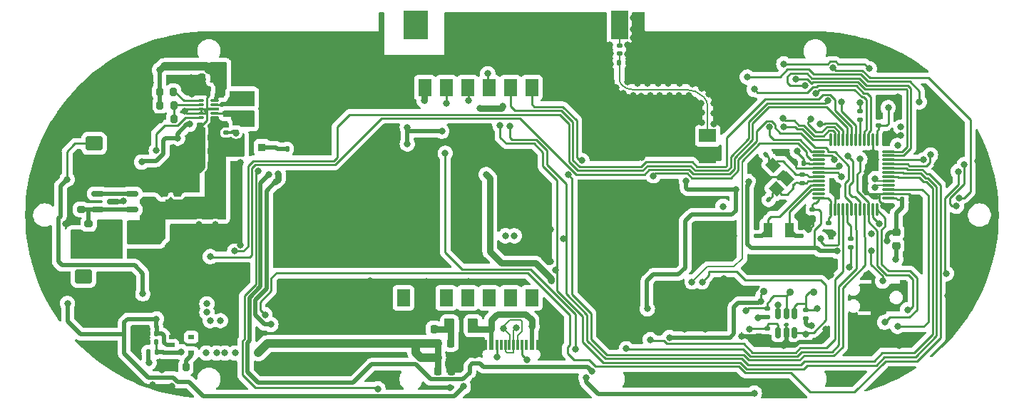
<source format=gbr>
G04 #@! TF.GenerationSoftware,KiCad,Pcbnew,7.0.2*
G04 #@! TF.CreationDate,2023-05-24T22:35:41+03:00*
G04 #@! TF.ProjectId,ALERT_RIDER_HARDWARE,414c4552-545f-4524-9944-45525f484152,rev?*
G04 #@! TF.SameCoordinates,Original*
G04 #@! TF.FileFunction,Copper,L4,Bot*
G04 #@! TF.FilePolarity,Positive*
%FSLAX46Y46*%
G04 Gerber Fmt 4.6, Leading zero omitted, Abs format (unit mm)*
G04 Created by KiCad (PCBNEW 7.0.2) date 2023-05-24 22:35:41*
%MOMM*%
%LPD*%
G01*
G04 APERTURE LIST*
G04 Aperture macros list*
%AMRoundRect*
0 Rectangle with rounded corners*
0 $1 Rounding radius*
0 $2 $3 $4 $5 $6 $7 $8 $9 X,Y pos of 4 corners*
0 Add a 4 corners polygon primitive as box body*
4,1,4,$2,$3,$4,$5,$6,$7,$8,$9,$2,$3,0*
0 Add four circle primitives for the rounded corners*
1,1,$1+$1,$2,$3*
1,1,$1+$1,$4,$5*
1,1,$1+$1,$6,$7*
1,1,$1+$1,$8,$9*
0 Add four rect primitives between the rounded corners*
20,1,$1+$1,$2,$3,$4,$5,0*
20,1,$1+$1,$4,$5,$6,$7,0*
20,1,$1+$1,$6,$7,$8,$9,0*
20,1,$1+$1,$8,$9,$2,$3,0*%
%AMRotRect*
0 Rectangle, with rotation*
0 The origin of the aperture is its center*
0 $1 length*
0 $2 width*
0 $3 Rotation angle, in degrees counterclockwise*
0 Add horizontal line*
21,1,$1,$2,0,0,$3*%
G04 Aperture macros list end*
G04 #@! TA.AperFunction,SMDPad,CuDef*
%ADD10RoundRect,0.135000X0.135000X0.185000X-0.135000X0.185000X-0.135000X-0.185000X0.135000X-0.185000X0*%
G04 #@! TD*
G04 #@! TA.AperFunction,SMDPad,CuDef*
%ADD11RoundRect,0.225000X0.225000X0.250000X-0.225000X0.250000X-0.225000X-0.250000X0.225000X-0.250000X0*%
G04 #@! TD*
G04 #@! TA.AperFunction,SMDPad,CuDef*
%ADD12RoundRect,0.140000X0.140000X0.170000X-0.140000X0.170000X-0.140000X-0.170000X0.140000X-0.170000X0*%
G04 #@! TD*
G04 #@! TA.AperFunction,SMDPad,CuDef*
%ADD13RoundRect,0.218750X0.218750X0.256250X-0.218750X0.256250X-0.218750X-0.256250X0.218750X-0.256250X0*%
G04 #@! TD*
G04 #@! TA.AperFunction,SMDPad,CuDef*
%ADD14RoundRect,0.140000X0.021213X-0.219203X0.219203X-0.021213X-0.021213X0.219203X-0.219203X0.021213X0*%
G04 #@! TD*
G04 #@! TA.AperFunction,SMDPad,CuDef*
%ADD15RoundRect,0.150000X0.150000X-0.512500X0.150000X0.512500X-0.150000X0.512500X-0.150000X-0.512500X0*%
G04 #@! TD*
G04 #@! TA.AperFunction,SMDPad,CuDef*
%ADD16RoundRect,0.075000X-0.662500X-0.075000X0.662500X-0.075000X0.662500X0.075000X-0.662500X0.075000X0*%
G04 #@! TD*
G04 #@! TA.AperFunction,SMDPad,CuDef*
%ADD17RoundRect,0.075000X-0.075000X-0.662500X0.075000X-0.662500X0.075000X0.662500X-0.075000X0.662500X0*%
G04 #@! TD*
G04 #@! TA.AperFunction,SMDPad,CuDef*
%ADD18RoundRect,0.250000X0.850000X-0.375000X0.850000X0.375000X-0.850000X0.375000X-0.850000X-0.375000X0*%
G04 #@! TD*
G04 #@! TA.AperFunction,SMDPad,CuDef*
%ADD19RoundRect,0.140000X0.170000X-0.140000X0.170000X0.140000X-0.170000X0.140000X-0.170000X-0.140000X0*%
G04 #@! TD*
G04 #@! TA.AperFunction,ComponentPad*
%ADD20RoundRect,0.250000X-0.750000X0.600000X-0.750000X-0.600000X0.750000X-0.600000X0.750000X0.600000X0*%
G04 #@! TD*
G04 #@! TA.AperFunction,ComponentPad*
%ADD21O,2.000000X1.700000*%
G04 #@! TD*
G04 #@! TA.AperFunction,SMDPad,CuDef*
%ADD22RoundRect,0.135000X-0.185000X0.135000X-0.185000X-0.135000X0.185000X-0.135000X0.185000X0.135000X0*%
G04 #@! TD*
G04 #@! TA.AperFunction,SMDPad,CuDef*
%ADD23R,2.500000X1.800000*%
G04 #@! TD*
G04 #@! TA.AperFunction,SMDPad,CuDef*
%ADD24R,0.700000X0.510000*%
G04 #@! TD*
G04 #@! TA.AperFunction,SMDPad,CuDef*
%ADD25RoundRect,0.140000X-0.170000X0.140000X-0.170000X-0.140000X0.170000X-0.140000X0.170000X0.140000X0*%
G04 #@! TD*
G04 #@! TA.AperFunction,SMDPad,CuDef*
%ADD26RoundRect,0.135000X-0.135000X-0.185000X0.135000X-0.185000X0.135000X0.185000X-0.135000X0.185000X0*%
G04 #@! TD*
G04 #@! TA.AperFunction,SMDPad,CuDef*
%ADD27RoundRect,0.012500X-0.287500X-0.112500X0.287500X-0.112500X0.287500X0.112500X-0.287500X0.112500X0*%
G04 #@! TD*
G04 #@! TA.AperFunction,SMDPad,CuDef*
%ADD28RoundRect,0.012500X-0.437500X-0.112500X0.437500X-0.112500X0.437500X0.112500X-0.437500X0.112500X0*%
G04 #@! TD*
G04 #@! TA.AperFunction,SMDPad,CuDef*
%ADD29RoundRect,0.012500X-0.637500X-0.112500X0.637500X-0.112500X0.637500X0.112500X-0.637500X0.112500X0*%
G04 #@! TD*
G04 #@! TA.AperFunction,SMDPad,CuDef*
%ADD30RoundRect,0.200000X-0.200000X-0.275000X0.200000X-0.275000X0.200000X0.275000X-0.200000X0.275000X0*%
G04 #@! TD*
G04 #@! TA.AperFunction,SMDPad,CuDef*
%ADD31RoundRect,0.140000X-0.219203X-0.021213X-0.021213X-0.219203X0.219203X0.021213X0.021213X0.219203X0*%
G04 #@! TD*
G04 #@! TA.AperFunction,SMDPad,CuDef*
%ADD32RoundRect,0.225000X0.250000X-0.225000X0.250000X0.225000X-0.250000X0.225000X-0.250000X-0.225000X0*%
G04 #@! TD*
G04 #@! TA.AperFunction,SMDPad,CuDef*
%ADD33RoundRect,0.150000X-0.587500X-0.150000X0.587500X-0.150000X0.587500X0.150000X-0.587500X0.150000X0*%
G04 #@! TD*
G04 #@! TA.AperFunction,SMDPad,CuDef*
%ADD34RoundRect,0.200000X0.200000X0.275000X-0.200000X0.275000X-0.200000X-0.275000X0.200000X-0.275000X0*%
G04 #@! TD*
G04 #@! TA.AperFunction,SMDPad,CuDef*
%ADD35RotRect,1.400000X1.200000X315.000000*%
G04 #@! TD*
G04 #@! TA.AperFunction,SMDPad,CuDef*
%ADD36RoundRect,0.135000X0.185000X-0.135000X0.185000X0.135000X-0.185000X0.135000X-0.185000X-0.135000X0*%
G04 #@! TD*
G04 #@! TA.AperFunction,SMDPad,CuDef*
%ADD37RoundRect,0.218750X0.256250X-0.218750X0.256250X0.218750X-0.256250X0.218750X-0.256250X-0.218750X0*%
G04 #@! TD*
G04 #@! TA.AperFunction,SMDPad,CuDef*
%ADD38RoundRect,0.225000X-0.225000X-0.250000X0.225000X-0.250000X0.225000X0.250000X-0.225000X0.250000X0*%
G04 #@! TD*
G04 #@! TA.AperFunction,SMDPad,CuDef*
%ADD39R,0.600000X1.150000*%
G04 #@! TD*
G04 #@! TA.AperFunction,SMDPad,CuDef*
%ADD40R,0.300000X1.150000*%
G04 #@! TD*
G04 #@! TA.AperFunction,ComponentPad*
%ADD41O,1.000000X2.000000*%
G04 #@! TD*
G04 #@! TA.AperFunction,ComponentPad*
%ADD42O,1.050000X2.100000*%
G04 #@! TD*
G04 #@! TA.AperFunction,SMDPad,CuDef*
%ADD43RoundRect,0.200000X0.275000X-0.200000X0.275000X0.200000X-0.275000X0.200000X-0.275000X-0.200000X0*%
G04 #@! TD*
G04 #@! TA.AperFunction,SMDPad,CuDef*
%ADD44RoundRect,0.250000X0.375000X0.625000X-0.375000X0.625000X-0.375000X-0.625000X0.375000X-0.625000X0*%
G04 #@! TD*
G04 #@! TA.AperFunction,SMDPad,CuDef*
%ADD45C,0.900000*%
G04 #@! TD*
G04 #@! TA.AperFunction,SMDPad,CuDef*
%ADD46R,2.000000X3.500000*%
G04 #@! TD*
G04 #@! TA.AperFunction,SMDPad,CuDef*
%ADD47R,3.000000X3.500000*%
G04 #@! TD*
G04 #@! TA.AperFunction,ComponentPad*
%ADD48RoundRect,0.250000X0.750000X-0.600000X0.750000X0.600000X-0.750000X0.600000X-0.750000X-0.600000X0*%
G04 #@! TD*
G04 #@! TA.AperFunction,SMDPad,CuDef*
%ADD49RoundRect,0.147500X-0.147500X-0.172500X0.147500X-0.172500X0.147500X0.172500X-0.147500X0.172500X0*%
G04 #@! TD*
G04 #@! TA.AperFunction,SMDPad,CuDef*
%ADD50R,1.550000X2.000000*%
G04 #@! TD*
G04 #@! TA.AperFunction,SMDPad,CuDef*
%ADD51R,2.000000X1.550000*%
G04 #@! TD*
G04 #@! TA.AperFunction,SMDPad,CuDef*
%ADD52R,1.000000X1.800000*%
G04 #@! TD*
G04 #@! TA.AperFunction,SMDPad,CuDef*
%ADD53RoundRect,0.140000X-0.140000X-0.170000X0.140000X-0.170000X0.140000X0.170000X-0.140000X0.170000X0*%
G04 #@! TD*
G04 #@! TA.AperFunction,SMDPad,CuDef*
%ADD54R,0.900000X0.950000*%
G04 #@! TD*
G04 #@! TA.AperFunction,ViaPad*
%ADD55C,0.800000*%
G04 #@! TD*
G04 #@! TA.AperFunction,Conductor*
%ADD56C,0.250000*%
G04 #@! TD*
G04 #@! TA.AperFunction,Conductor*
%ADD57C,0.254000*%
G04 #@! TD*
G04 #@! TA.AperFunction,Conductor*
%ADD58C,0.500000*%
G04 #@! TD*
G04 #@! TA.AperFunction,Conductor*
%ADD59C,0.350000*%
G04 #@! TD*
G04 #@! TA.AperFunction,Conductor*
%ADD60C,0.750000*%
G04 #@! TD*
G04 #@! TA.AperFunction,Conductor*
%ADD61C,1.000000*%
G04 #@! TD*
G04 #@! TA.AperFunction,Conductor*
%ADD62C,0.200000*%
G04 #@! TD*
G04 APERTURE END LIST*
D10*
X66040000Y-83710000D03*
X65020000Y-83710000D03*
D11*
X72975000Y-51150000D03*
X71425000Y-51150000D03*
D12*
X142855000Y-61275000D03*
X141895000Y-61275000D03*
D13*
X100962500Y-82736250D03*
X99387500Y-82736250D03*
D14*
X137685589Y-60914411D03*
X138364411Y-60235589D03*
D15*
X141750000Y-81400000D03*
X140800000Y-81400000D03*
X139850000Y-81400000D03*
X139850000Y-79125000D03*
X140800000Y-79125000D03*
X141750000Y-79125000D03*
D16*
X144637500Y-65400000D03*
X144637500Y-64900000D03*
X144637500Y-64400000D03*
X144637500Y-63900000D03*
X144637500Y-63400000D03*
X144637500Y-62900000D03*
X144637500Y-62400000D03*
X144637500Y-61900000D03*
X144637500Y-61400000D03*
X144637500Y-60900000D03*
X144637500Y-60400000D03*
X144637500Y-59900000D03*
D17*
X146050000Y-58487500D03*
X146550000Y-58487500D03*
X147050000Y-58487500D03*
X147550000Y-58487500D03*
X148050000Y-58487500D03*
X148550000Y-58487500D03*
X149050000Y-58487500D03*
X149550000Y-58487500D03*
X150050000Y-58487500D03*
X150550000Y-58487500D03*
X151050000Y-58487500D03*
X151550000Y-58487500D03*
D16*
X152962500Y-59900000D03*
X152962500Y-60400000D03*
X152962500Y-60900000D03*
X152962500Y-61400000D03*
X152962500Y-61900000D03*
X152962500Y-62400000D03*
X152962500Y-62900000D03*
X152962500Y-63400000D03*
X152962500Y-63900000D03*
X152962500Y-64400000D03*
X152962500Y-64900000D03*
X152962500Y-65400000D03*
D17*
X151550000Y-66812500D03*
X151050000Y-66812500D03*
X150550000Y-66812500D03*
X150050000Y-66812500D03*
X149550000Y-66812500D03*
X149050000Y-66812500D03*
X148550000Y-66812500D03*
X148050000Y-66812500D03*
X147550000Y-66812500D03*
X147050000Y-66812500D03*
X146550000Y-66812500D03*
X146050000Y-66812500D03*
D18*
X76300000Y-55775000D03*
X76300000Y-53625000D03*
D19*
X151750000Y-56830000D03*
X151750000Y-55870000D03*
D20*
X57350000Y-74750000D03*
D21*
X57350000Y-77250000D03*
D22*
X149550000Y-55130000D03*
X149550000Y-56150000D03*
D23*
X64350000Y-69600000D03*
X60350000Y-69600000D03*
D12*
X73230000Y-52500000D03*
X72270000Y-52500000D03*
D11*
X72925000Y-60650000D03*
X71375000Y-60650000D03*
D24*
X67830000Y-83850000D03*
X67830000Y-82900000D03*
X67830000Y-81950000D03*
X70150000Y-81950000D03*
X70150000Y-83850000D03*
D25*
X137300000Y-68970000D03*
X137300000Y-69930000D03*
D26*
X81520000Y-59600000D03*
X82540000Y-59600000D03*
D27*
X71300000Y-55850000D03*
X71300000Y-55350000D03*
X71300000Y-54850000D03*
X71300000Y-54350000D03*
X71300000Y-53850000D03*
D28*
X72950000Y-53850000D03*
X72950000Y-54350000D03*
D29*
X72750000Y-54850000D03*
D28*
X72950000Y-55350000D03*
X72950000Y-55850000D03*
D25*
X138500000Y-80920000D03*
X138500000Y-81880000D03*
D30*
X66425000Y-54400000D03*
X68075000Y-54400000D03*
D22*
X148450000Y-70240000D03*
X148450000Y-71260000D03*
D25*
X74250000Y-56720000D03*
X74250000Y-57680000D03*
D31*
X138035589Y-64960589D03*
X138714411Y-65639411D03*
D32*
X68550000Y-66425000D03*
X68550000Y-64875000D03*
D33*
X59012500Y-66800000D03*
X59012500Y-64900000D03*
X60887500Y-65850000D03*
D34*
X68025000Y-52800000D03*
X66375000Y-52800000D03*
D25*
X142500000Y-68970000D03*
X142500000Y-69930000D03*
D12*
X66010000Y-81540000D03*
X65050000Y-81540000D03*
D11*
X72925000Y-57450000D03*
X71375000Y-57450000D03*
D35*
X139248223Y-61571142D03*
X140803858Y-63126777D03*
X139601777Y-64328858D03*
X138046142Y-62773223D03*
D36*
X138500000Y-79610000D03*
X138500000Y-78590000D03*
D37*
X153850000Y-71075000D03*
X153850000Y-69500000D03*
D34*
X68075000Y-56000000D03*
X66425000Y-56000000D03*
D38*
X99450000Y-85976250D03*
X101000000Y-85976250D03*
D33*
X63112500Y-66800000D03*
X63112500Y-64900000D03*
X64987500Y-65850000D03*
D36*
X142686307Y-63636256D03*
X142686307Y-62616256D03*
X143100000Y-79710000D03*
X143100000Y-78690000D03*
D25*
X145800000Y-68420000D03*
X145800000Y-69380000D03*
D38*
X99400000Y-84376250D03*
X100950000Y-84376250D03*
D39*
X111380000Y-82915000D03*
X104980000Y-82915000D03*
X110580000Y-82915000D03*
X105780000Y-82915000D03*
D40*
X109430000Y-82915000D03*
X108430000Y-82915000D03*
X107930000Y-82915000D03*
X106930000Y-82915000D03*
X106430000Y-82915000D03*
X107430000Y-82915000D03*
X108930000Y-82915000D03*
X109930000Y-82915000D03*
D41*
X112500000Y-87670000D03*
D42*
X112500000Y-83490000D03*
D41*
X103860000Y-87670000D03*
D42*
X103860000Y-83490000D03*
D25*
X143900000Y-66770000D03*
X143900000Y-67730000D03*
D11*
X98975000Y-81000000D03*
X97425000Y-81000000D03*
D43*
X57050000Y-66775000D03*
X57050000Y-65125000D03*
D11*
X72925000Y-59050000D03*
X71375000Y-59050000D03*
D44*
X103600000Y-80600000D03*
X100800000Y-80600000D03*
D43*
X57950000Y-70175000D03*
X57950000Y-68525000D03*
D45*
X144010000Y-76582500D03*
D19*
X120975000Y-48280000D03*
X120975000Y-47320000D03*
D46*
X120975000Y-44825000D03*
D47*
X96775000Y-44875000D03*
D48*
X58600000Y-58950000D03*
D21*
X58600000Y-56450000D03*
D49*
X120955000Y-49390000D03*
X121925000Y-49390000D03*
D45*
X138160000Y-76532500D03*
D50*
X95350000Y-52300000D03*
X97890000Y-52300000D03*
X100430000Y-52300000D03*
X102970000Y-52300000D03*
X105510000Y-52300000D03*
X108050000Y-52300000D03*
X110590000Y-52300000D03*
D51*
X131470000Y-58030000D03*
X131470000Y-60570000D03*
X131470000Y-69030000D03*
X131470000Y-71570000D03*
D50*
X110590000Y-77300000D03*
X108050000Y-77300000D03*
X105510000Y-77300000D03*
X102970000Y-77300000D03*
X100430000Y-77300000D03*
X97890000Y-77300000D03*
X95350000Y-77300000D03*
D32*
X66890000Y-66425000D03*
X66890000Y-64875000D03*
D52*
X138650000Y-69250000D03*
X141150000Y-69250000D03*
D53*
X154570000Y-65650000D03*
X155530000Y-65650000D03*
D30*
X67855000Y-85500000D03*
X69505000Y-85500000D03*
D12*
X66010000Y-82510000D03*
X65050000Y-82510000D03*
D45*
X141260000Y-76582500D03*
D54*
X78550000Y-59400000D03*
X75400000Y-59400000D03*
D55*
X69120000Y-72490000D03*
X69050000Y-73720000D03*
X69120000Y-74850000D03*
X69310000Y-78100000D03*
X69260000Y-77030000D03*
X69280000Y-76000000D03*
X75314620Y-71727500D03*
X55450000Y-77950000D03*
X136400000Y-81000000D03*
X66020000Y-79790000D03*
X62100000Y-65800000D03*
X117006115Y-86744395D03*
X102500540Y-87825674D03*
X137000000Y-88600000D03*
X107500000Y-46700000D03*
X122589500Y-46400000D03*
X119910000Y-49510000D03*
X113950000Y-46700000D03*
X111200000Y-50200000D03*
X83990000Y-46100000D03*
X148500000Y-83000000D03*
X91348424Y-46048424D03*
X121950000Y-48350000D03*
X160000000Y-77000000D03*
X127870000Y-86990000D03*
X123550000Y-45300000D03*
X156075000Y-71600000D03*
X63850000Y-83900000D03*
X87000000Y-51800000D03*
X119000000Y-48800000D03*
X135500000Y-81900000D03*
X130668750Y-54156431D03*
X130770500Y-56470000D03*
X126740000Y-51830500D03*
X120500000Y-65500000D03*
X128700000Y-81050000D03*
X127230000Y-47560000D03*
X129500000Y-57900000D03*
X112650000Y-52250000D03*
X123000000Y-73000000D03*
X117800000Y-46700000D03*
X121474064Y-52994913D03*
X163000000Y-74500000D03*
X65400000Y-55300000D03*
X125800000Y-78200000D03*
X96000000Y-68000000D03*
X103550000Y-50200000D03*
X156650000Y-57025000D03*
X109950000Y-50200000D03*
X103550000Y-47850000D03*
X73690000Y-81600000D03*
X121950000Y-47250000D03*
X139625000Y-72925000D03*
X123020000Y-71120000D03*
X100870000Y-87950000D03*
X110000000Y-60000000D03*
X92450000Y-47000000D03*
X70970500Y-62139500D03*
X111250000Y-46700000D03*
X101050000Y-47850000D03*
X151090000Y-83160000D03*
X66630000Y-85849500D03*
X91380000Y-75300000D03*
X101050000Y-49150000D03*
X75450000Y-87100000D03*
X97050000Y-50200000D03*
X116500000Y-51200000D03*
X125760000Y-53229500D03*
X162140000Y-77610000D03*
X67950000Y-51175000D03*
X52200000Y-62200000D03*
X83900000Y-53280000D03*
X54000000Y-57600000D03*
X152350000Y-66375000D03*
X111200000Y-47850000D03*
X122330000Y-76880000D03*
X70100000Y-51100000D03*
X94700000Y-50200000D03*
X75150000Y-81390000D03*
X97500000Y-59500000D03*
X132200000Y-54150000D03*
X122290000Y-81450000D03*
X84830000Y-65880000D03*
X68800000Y-79800000D03*
X92400000Y-46050000D03*
X83950000Y-48060000D03*
X116500000Y-52250000D03*
X75500000Y-57700000D03*
X119000000Y-45550000D03*
X67875000Y-87800000D03*
X107450000Y-50200000D03*
X116450000Y-49150000D03*
X75000000Y-77200000D03*
X102300000Y-47850000D03*
X123550000Y-43950000D03*
X143425037Y-69126069D03*
X116500000Y-50200000D03*
X129560000Y-56720000D03*
X105000000Y-46700000D03*
X65600000Y-87600000D03*
X117750000Y-49150000D03*
X67480000Y-71090000D03*
X119220000Y-73030000D03*
X154220000Y-82930000D03*
X51200000Y-65000000D03*
X123650000Y-60603500D03*
X151448433Y-60848500D03*
X52200000Y-72400000D03*
X112650000Y-51200000D03*
X119290000Y-78330000D03*
X89100000Y-47220000D03*
X147113873Y-61666581D03*
X117600000Y-50200000D03*
X85200000Y-76800000D03*
X101100000Y-46700000D03*
X71100000Y-68600000D03*
X120600000Y-52300000D03*
X87520000Y-69390000D03*
X95800000Y-50200000D03*
X92500000Y-48000000D03*
X120500000Y-59000000D03*
X119170000Y-71170000D03*
X119900000Y-48250000D03*
X107450000Y-49150000D03*
X67600000Y-61200000D03*
X87000000Y-53200000D03*
X133000000Y-87000000D03*
X104950000Y-47850000D03*
X108700000Y-49150000D03*
X79000000Y-51600000D03*
X89200000Y-50920000D03*
X112650000Y-43950000D03*
X81800000Y-72630000D03*
X150300000Y-74575000D03*
X106250000Y-49150000D03*
X101050000Y-50200000D03*
X148000000Y-86500000D03*
X91440000Y-49720000D03*
X94700000Y-49150000D03*
X85400000Y-80400000D03*
X98450000Y-50200000D03*
X60325000Y-83925000D03*
X94500000Y-72500000D03*
X123020000Y-48470000D03*
X123150000Y-47250000D03*
X75200000Y-76000000D03*
X92551576Y-49048424D03*
X58000000Y-82800000D03*
X139980000Y-87810000D03*
X116500000Y-45550000D03*
X107500000Y-43950000D03*
X91440000Y-48480000D03*
X117800000Y-52250000D03*
X75400000Y-51750000D03*
X112650000Y-45550000D03*
X62600000Y-86200000D03*
X134590000Y-69930000D03*
X110010000Y-65730000D03*
X133400000Y-75000000D03*
X101100000Y-43950000D03*
X104950000Y-49150000D03*
X136675000Y-61925000D03*
X112810000Y-72940000D03*
X120020000Y-51440000D03*
X133300000Y-68900000D03*
X87230000Y-85520000D03*
X156075000Y-67925000D03*
X107450000Y-47850000D03*
X88000000Y-72600000D03*
X99750000Y-50200000D03*
X107500000Y-45550000D03*
X73000000Y-68600000D03*
X112650000Y-46700000D03*
X69350498Y-55076500D03*
X53000000Y-70500000D03*
X118910000Y-51180000D03*
X84610000Y-69510000D03*
X128800000Y-66600000D03*
X126000000Y-66600000D03*
X123080000Y-49440000D03*
X101100000Y-45550000D03*
X108750000Y-43950000D03*
X145500000Y-81000000D03*
X112770000Y-69160000D03*
X89940000Y-65590000D03*
X121955161Y-51664468D03*
X82510000Y-85570000D03*
X87500000Y-62500000D03*
X91490000Y-50980000D03*
X152925000Y-86100000D03*
X108750000Y-45550000D03*
X55200000Y-68500000D03*
X113900000Y-49150000D03*
X90490000Y-50970000D03*
X68000000Y-59400000D03*
X107470000Y-86670000D03*
X97050000Y-49150000D03*
X122320000Y-78610000D03*
X164590000Y-71190000D03*
X129500000Y-59000000D03*
X147500000Y-47500000D03*
X106500000Y-60000000D03*
X133400000Y-71000000D03*
X144700000Y-72925000D03*
X72800000Y-74400000D03*
X102520000Y-65630000D03*
X91390000Y-47280000D03*
X89150000Y-48420000D03*
X71125000Y-52475000D03*
X146926500Y-64000000D03*
X132229500Y-56650000D03*
X90300000Y-46100000D03*
X123090000Y-51830500D03*
X126910000Y-53229500D03*
X129560000Y-55370000D03*
X103600000Y-43950000D03*
X76000000Y-61200000D03*
X113950000Y-45550000D03*
X98400000Y-72600000D03*
X113950000Y-52250000D03*
X119270000Y-76630000D03*
X82530000Y-58600000D03*
X116500000Y-43950000D03*
X77200000Y-51675000D03*
X93650000Y-49200000D03*
X119000000Y-46700000D03*
X103600000Y-45550000D03*
X93740000Y-80340000D03*
X112600000Y-49150000D03*
X129214956Y-53262861D03*
X98450000Y-49150000D03*
X122639500Y-45350000D03*
X109950000Y-47850000D03*
X118860000Y-50230000D03*
X112600000Y-47850000D03*
X109950000Y-49150000D03*
X115150000Y-50200000D03*
X107070000Y-65840000D03*
X124290000Y-51830500D03*
X111250000Y-43950000D03*
X112650000Y-50200000D03*
X89150000Y-49660000D03*
X96300000Y-65180000D03*
X122030000Y-50380000D03*
X109090000Y-86710000D03*
X131616157Y-53071349D03*
X93650000Y-50250000D03*
X85200000Y-72600000D03*
X95800000Y-49150000D03*
X115150000Y-51200000D03*
X115150000Y-46700000D03*
X89400000Y-80400000D03*
X115100000Y-47850000D03*
X130730000Y-55270000D03*
X157680000Y-58620000D03*
X119410000Y-52250000D03*
X158700000Y-61444500D03*
X111200000Y-49150000D03*
X102350000Y-46700000D03*
X163500000Y-61000000D03*
X117800000Y-45550000D03*
X63000000Y-51000000D03*
X51400000Y-69200000D03*
X102300000Y-50200000D03*
X164740000Y-64450000D03*
X126060000Y-73030000D03*
X130789076Y-52390794D03*
X116500000Y-46700000D03*
X61000000Y-59000000D03*
X103600000Y-46700000D03*
X154400000Y-58000000D03*
X110000000Y-45550000D03*
X95400000Y-80400000D03*
X122650000Y-44000000D03*
X119000000Y-43950000D03*
X70200000Y-53100000D03*
X90390000Y-47270000D03*
X105080000Y-88250000D03*
X113900000Y-47850000D03*
X99750000Y-49150000D03*
X113950000Y-43950000D03*
X116460000Y-72060000D03*
X65300000Y-51700000D03*
X105000000Y-43950000D03*
X69165142Y-60774494D03*
X118950000Y-47850000D03*
X112040000Y-65700000D03*
X112350000Y-80700000D03*
X106300000Y-46700000D03*
X119850000Y-47250000D03*
X146323500Y-69650000D03*
X149000000Y-80500000D03*
X111250000Y-45550000D03*
X79100000Y-53300000D03*
X129560000Y-54120000D03*
X83970000Y-62560000D03*
X113950000Y-51200000D03*
X83920000Y-51820000D03*
X72470000Y-81820000D03*
X115150000Y-45550000D03*
X69500000Y-47000000D03*
X106300000Y-45550000D03*
X119280000Y-81370000D03*
X98070000Y-75340000D03*
X153458095Y-49541905D03*
X102350000Y-72350000D03*
X125560000Y-51830500D03*
X125800000Y-76450000D03*
X90440000Y-49710000D03*
X115700000Y-87025000D03*
X126060000Y-71160000D03*
X130450000Y-47690000D03*
X115150000Y-43950000D03*
X76130000Y-74140000D03*
X105000000Y-45550000D03*
X146091970Y-74594159D03*
X102300000Y-49150000D03*
X108700000Y-50200000D03*
X63780000Y-81160000D03*
X102350000Y-45550000D03*
X123550000Y-46400000D03*
X102350000Y-70660000D03*
X140500000Y-83000000D03*
X91400000Y-72800000D03*
X68600000Y-63600000D03*
X129610319Y-51918121D03*
X141500000Y-47500000D03*
X110000000Y-43950000D03*
X92550000Y-50410000D03*
X117800000Y-51200000D03*
X108700000Y-47850000D03*
X117750000Y-47850000D03*
X117800000Y-43950000D03*
X116450000Y-47850000D03*
X102350000Y-43950000D03*
X103550000Y-49150000D03*
X154075000Y-53425000D03*
X103060000Y-75360000D03*
X93590000Y-86920000D03*
X139000000Y-48500000D03*
X90440000Y-48470000D03*
X92000000Y-62500000D03*
X115150000Y-52250000D03*
X108750000Y-46700000D03*
X128010000Y-53229500D03*
X123550000Y-53300000D03*
X124640000Y-53229500D03*
X87520000Y-65930000D03*
X87000000Y-46600000D03*
X66900000Y-63600000D03*
X68800000Y-71000000D03*
X122609938Y-53229500D03*
X115100000Y-49150000D03*
X150892500Y-69649647D03*
X102000000Y-62000000D03*
X106250000Y-47850000D03*
X106300000Y-43950000D03*
X150373433Y-62323433D03*
X87000000Y-49600000D03*
X76500000Y-48000000D03*
X113950000Y-50200000D03*
X132200000Y-55400000D03*
X128139320Y-51830500D03*
X89100000Y-46100000D03*
X82000000Y-68000000D03*
X131200000Y-81050000D03*
X70000000Y-59320994D03*
X110000000Y-46700000D03*
X76000000Y-71000000D03*
X97800000Y-53850000D03*
X124300000Y-78600000D03*
X80475000Y-62550000D03*
X104400000Y-54773500D03*
X79600000Y-80450000D03*
X105150000Y-62650000D03*
X143800000Y-80600000D03*
X153800000Y-72700000D03*
X112873500Y-75300000D03*
X137400000Y-79700000D03*
X134821631Y-64447848D03*
X66375000Y-50225000D03*
X128920000Y-63420000D03*
X107150000Y-54550000D03*
X65140000Y-84990000D03*
X152800000Y-70500000D03*
X150646868Y-50051232D03*
X150892500Y-71726500D03*
X142115260Y-59884740D03*
X140500000Y-49500000D03*
X146823500Y-71726500D03*
X152900000Y-54700000D03*
X136304000Y-63450500D03*
X152225000Y-75300000D03*
X59200000Y-71800000D03*
X71950000Y-83850000D03*
X56400000Y-70200000D03*
X75350000Y-83850000D03*
X56400000Y-71800000D03*
X60300000Y-71400000D03*
X72000000Y-78000000D03*
X73600000Y-80000000D03*
X74150000Y-83850000D03*
X73150000Y-83850000D03*
X72400000Y-80000000D03*
X72000000Y-79000000D03*
X78100000Y-83800000D03*
X57800000Y-71800000D03*
X110600000Y-80700000D03*
X105800000Y-81050000D03*
X108500000Y-69910000D03*
X151351000Y-64175000D03*
X151351000Y-63125000D03*
X107450000Y-69910000D03*
X154000000Y-59173500D03*
X155200000Y-78700000D03*
X149526500Y-60800000D03*
X143693377Y-56065500D03*
X144800000Y-56600000D03*
X64400000Y-76800000D03*
X55400000Y-63200000D03*
X154000000Y-80673500D03*
X152483178Y-80184105D03*
X68526500Y-58326500D03*
X69928506Y-56671494D03*
X64250000Y-61150000D03*
X99900000Y-57500000D03*
X95800000Y-57025500D03*
X95800000Y-59000000D03*
X110050000Y-84650000D03*
X108705000Y-80850000D03*
X92300000Y-88100000D03*
X124648308Y-82264318D03*
X78072500Y-62226500D03*
X106450000Y-84299500D03*
X125009083Y-62784500D03*
X115800000Y-83400000D03*
X121800000Y-83343561D03*
X100300000Y-60100000D03*
X148315260Y-73615260D03*
X161923500Y-61450000D03*
X161000000Y-66400000D03*
X149537010Y-54097486D03*
X130800000Y-75400000D03*
X143154000Y-81650500D03*
X105350000Y-50650000D03*
X106800000Y-56800000D03*
X113400000Y-73950000D03*
X107950000Y-56850000D03*
X114326500Y-70300000D03*
X103100000Y-53800000D03*
X116541497Y-60979965D03*
X114898786Y-62676214D03*
X148073500Y-60445439D03*
X100400000Y-54200000D03*
X154400000Y-57000000D03*
X145700000Y-53873500D03*
X129600000Y-75400000D03*
X137773880Y-77676500D03*
X139800000Y-78126500D03*
X117700000Y-86025000D03*
X126900000Y-82000000D03*
X66000000Y-59800000D03*
X79400000Y-62673500D03*
X78900688Y-79299312D03*
X68970000Y-83690000D03*
X140372886Y-55981613D03*
X140496034Y-56973500D03*
X138761000Y-56988500D03*
X146472500Y-60900000D03*
X156600000Y-54000000D03*
X136150000Y-51050000D03*
X161197000Y-62278251D03*
X159826500Y-74400000D03*
X147380500Y-62862966D03*
X144286286Y-52965500D03*
X72400000Y-72400000D03*
X136985000Y-52526500D03*
X141900000Y-51332500D03*
X143000000Y-52026500D03*
X157100000Y-60873500D03*
X157923268Y-60306725D03*
X146334740Y-49934740D03*
X151818560Y-68454013D03*
X161286286Y-65413714D03*
X144900000Y-70300000D03*
X136000000Y-78800000D03*
X144500000Y-78600000D03*
X133275000Y-66425000D03*
X147351500Y-54000000D03*
X107200000Y-80910500D03*
D56*
X76334500Y-71727500D02*
X76892000Y-71170000D01*
X75314620Y-71727500D02*
X76334500Y-71727500D01*
D57*
X76892000Y-61592000D02*
X76892000Y-71170000D01*
D58*
X66930000Y-82600000D02*
X66930000Y-81800000D01*
D57*
X139850000Y-81400000D02*
X139850000Y-80550000D01*
D58*
X66050000Y-81500000D02*
X66010000Y-81540000D01*
X67830000Y-82900000D02*
X67230000Y-82900000D01*
D57*
X139600000Y-80300000D02*
X138700000Y-80300000D01*
D58*
X71576999Y-88976999D02*
X69870000Y-87270000D01*
X66050000Y-80700000D02*
X66050000Y-81500000D01*
D57*
X139850000Y-80550000D02*
X139600000Y-80300000D01*
D58*
X118460000Y-88710000D02*
X136890000Y-88710000D01*
X62050000Y-65850000D02*
X62100000Y-65800000D01*
X68027082Y-86750000D02*
X65050000Y-86750000D01*
X117006115Y-86744395D02*
X117006115Y-87256115D01*
X65050000Y-86750000D02*
X62200000Y-83900000D01*
X67230000Y-82900000D02*
X66930000Y-82600000D01*
D57*
X138500000Y-80920000D02*
X136480000Y-80920000D01*
D58*
X57000000Y-81600000D02*
X55450000Y-80050000D01*
X62200000Y-81600000D02*
X57000000Y-81600000D01*
X66020000Y-79790000D02*
X66020000Y-80730000D01*
D57*
X138700000Y-80300000D02*
X138500000Y-80500000D01*
D58*
X62200000Y-81600000D02*
X62200000Y-80200000D01*
X66930000Y-81800000D02*
X66670000Y-81540000D01*
X62200000Y-83900000D02*
X62200000Y-81600000D01*
X62610000Y-79790000D02*
X66020000Y-79790000D01*
X102409975Y-87979975D02*
X101412950Y-88976999D01*
X102500540Y-87825674D02*
X102409975Y-87916239D01*
D57*
X136480000Y-80920000D02*
X136400000Y-81000000D01*
D58*
X101412950Y-88976999D02*
X71576999Y-88976999D01*
X60887500Y-65850000D02*
X62050000Y-65850000D01*
D57*
X138500000Y-80500000D02*
X138500000Y-80920000D01*
D58*
X136890000Y-88710000D02*
X137000000Y-88600000D01*
X117006115Y-87256115D02*
X118460000Y-88710000D01*
X102409975Y-87916239D02*
X102409975Y-87979975D01*
X55450000Y-80050000D02*
X55450000Y-77950000D01*
X66670000Y-81540000D02*
X66010000Y-81540000D01*
X69870000Y-87270000D02*
X68547082Y-87270000D01*
X62200000Y-80200000D02*
X62610000Y-79790000D01*
X68547082Y-87270000D02*
X68027082Y-86750000D01*
D57*
X138046142Y-62773223D02*
X137175000Y-63644365D01*
D58*
X140800000Y-81400000D02*
X140800000Y-82700000D01*
D57*
X72000000Y-54850000D02*
X71300000Y-54850000D01*
D59*
X74250000Y-57680000D02*
X75480000Y-57680000D01*
D57*
X152350000Y-66306486D02*
X151798000Y-65754486D01*
D58*
X71150000Y-52500000D02*
X71125000Y-52475000D01*
X145500000Y-82000000D02*
X145500000Y-81000000D01*
D57*
X72000000Y-54850000D02*
X72000000Y-53475000D01*
X151448433Y-60848500D02*
X151448433Y-61248433D01*
X143954000Y-67784000D02*
X143954000Y-68696000D01*
D58*
X139000000Y-83000000D02*
X140500000Y-83000000D01*
D57*
X136998223Y-62773223D02*
X136675000Y-62450000D01*
X146926500Y-64548500D02*
X146550000Y-64925000D01*
X146926500Y-64000000D02*
X146926500Y-64548500D01*
X138046142Y-62773223D02*
X136998223Y-62773223D01*
D58*
X141857839Y-83000000D02*
X142357839Y-82500000D01*
D57*
X151448433Y-61248433D02*
X149850000Y-62846866D01*
X72750000Y-54850000D02*
X72000000Y-54850000D01*
X142012000Y-61912000D02*
X141895000Y-61795000D01*
X138197919Y-62925000D02*
X138046142Y-62773223D01*
X139801777Y-63126777D02*
X139600000Y-62925000D01*
X72000000Y-56200000D02*
X71375000Y-56825000D01*
D58*
X66979500Y-85500000D02*
X66630000Y-85849500D01*
D57*
X152962500Y-64900000D02*
X152960500Y-64902000D01*
X139600000Y-62925000D02*
X138197919Y-62925000D01*
X137175000Y-64100000D02*
X138035589Y-64960589D01*
X136675000Y-62450000D02*
X136675000Y-61925000D01*
D60*
X69413136Y-60526500D02*
X71251500Y-60526500D01*
D58*
X82540000Y-59600000D02*
X82540000Y-58610000D01*
D57*
X137685589Y-60914411D02*
X136675000Y-61925000D01*
D58*
X68800000Y-79800000D02*
X67890000Y-79800000D01*
D59*
X75480000Y-57680000D02*
X75500000Y-57700000D01*
D57*
X71950000Y-55350000D02*
X72000000Y-55400000D01*
X155530000Y-65080000D02*
X155350000Y-64900000D01*
D60*
X71251500Y-60526500D02*
X71375000Y-60650000D01*
D57*
X69576998Y-54850000D02*
X69350498Y-55076500D01*
D58*
X135520000Y-81880000D02*
X135500000Y-81900000D01*
D57*
X71375000Y-56825000D02*
X71375000Y-57450000D01*
X150127000Y-64902000D02*
X151798000Y-64902000D01*
X137175000Y-63644365D02*
X137175000Y-64100000D01*
D58*
X82540000Y-58610000D02*
X82530000Y-58600000D01*
D57*
X140803858Y-63126777D02*
X139801777Y-63126777D01*
D60*
X69165142Y-60774494D02*
X69413136Y-60526500D01*
X100950000Y-85926250D02*
X101000000Y-85976250D01*
D58*
X67855000Y-85500000D02*
X66979500Y-85500000D01*
X138500000Y-82500000D02*
X139000000Y-83000000D01*
D60*
X66425000Y-56000000D02*
X65400000Y-56000000D01*
D57*
X146880454Y-61900000D02*
X144637500Y-61900000D01*
X155530000Y-65650000D02*
X155530000Y-65080000D01*
X141895000Y-61795000D02*
X141895000Y-61275000D01*
X71300000Y-54850000D02*
X71300000Y-55350000D01*
D60*
X71375000Y-60650000D02*
X71375000Y-57450000D01*
D57*
X72000000Y-55400000D02*
X72000000Y-56200000D01*
D58*
X71425000Y-51150000D02*
X70150000Y-51150000D01*
X72270000Y-52500000D02*
X71150000Y-52500000D01*
D57*
X146550000Y-64925000D02*
X146550000Y-66812500D01*
X72000000Y-53475000D02*
X72270000Y-53205000D01*
X71300000Y-54850000D02*
X69576998Y-54850000D01*
D58*
X70150000Y-51150000D02*
X70100000Y-51100000D01*
D57*
X152960500Y-64902000D02*
X151798000Y-64902000D01*
X146323500Y-69650000D02*
X146053500Y-69380000D01*
D60*
X100950000Y-84376250D02*
X100950000Y-85926250D01*
D57*
X149850000Y-62846866D02*
X149850000Y-64625000D01*
X149850000Y-64625000D02*
X150127000Y-64902000D01*
D58*
X138500000Y-81880000D02*
X135520000Y-81880000D01*
D57*
X152350000Y-66375000D02*
X152350000Y-66306486D01*
D58*
X140500000Y-83000000D02*
X141857839Y-83000000D01*
D60*
X65400000Y-56000000D02*
X65400000Y-55300000D01*
D57*
X147113873Y-61666581D02*
X146880454Y-61900000D01*
X155350000Y-64900000D02*
X152962500Y-64900000D01*
X143268968Y-68970000D02*
X143425037Y-69126069D01*
D60*
X71375000Y-61735000D02*
X70970500Y-62139500D01*
D57*
X69623998Y-55350000D02*
X69350498Y-55076500D01*
X151448433Y-60848500D02*
X151050000Y-60450067D01*
D58*
X140800000Y-82700000D02*
X140500000Y-83000000D01*
D57*
X143900000Y-67730000D02*
X143954000Y-67784000D01*
X71300000Y-55350000D02*
X71950000Y-55350000D01*
D58*
X142357839Y-82500000D02*
X145000000Y-82500000D01*
D60*
X71375000Y-60650000D02*
X71375000Y-61735000D01*
D57*
X151050000Y-60450067D02*
X151050000Y-58487500D01*
D58*
X145000000Y-82500000D02*
X145500000Y-82000000D01*
X67890000Y-79800000D02*
X67840000Y-79750000D01*
D57*
X71300000Y-55350000D02*
X69623998Y-55350000D01*
X143680000Y-68970000D02*
X143954000Y-68696000D01*
X144637500Y-61900000D02*
X144625500Y-61912000D01*
D60*
X70270994Y-59050000D02*
X71375000Y-59050000D01*
D57*
X151798000Y-65754486D02*
X151798000Y-64902000D01*
X146053500Y-69380000D02*
X145800000Y-69380000D01*
X144625500Y-61912000D02*
X142012000Y-61912000D01*
X72000000Y-54850000D02*
X72000000Y-55400000D01*
D58*
X138500000Y-81880000D02*
X138500000Y-82500000D01*
D57*
X142500000Y-68970000D02*
X143680000Y-68970000D01*
X142500000Y-68970000D02*
X143268968Y-68970000D01*
D60*
X70000000Y-59320994D02*
X70270994Y-59050000D01*
D57*
X72270000Y-53205000D02*
X72270000Y-52500000D01*
D61*
X72267100Y-50175000D02*
X71888533Y-49796433D01*
D58*
X129097848Y-64447848D02*
X134821631Y-64447848D01*
D60*
X97800000Y-52390000D02*
X97890000Y-52300000D01*
D58*
X66375000Y-52800000D02*
X66375000Y-50225000D01*
X128800000Y-68150000D02*
X129550000Y-67400000D01*
D60*
X80475000Y-62550000D02*
X80475000Y-63200000D01*
D57*
X72950000Y-53450000D02*
X72950000Y-53850000D01*
D58*
X129550000Y-67400000D02*
X134350000Y-67400000D01*
X65020000Y-84870000D02*
X65140000Y-84990000D01*
X72975000Y-51775000D02*
X72975000Y-51150000D01*
X124260000Y-78560000D02*
X124260000Y-75240000D01*
D60*
X105600000Y-63100000D02*
X105600000Y-71800000D01*
X97800000Y-53850000D02*
X97800000Y-52390000D01*
X104400000Y-54773500D02*
X106926500Y-54773500D01*
D58*
X66425000Y-52850000D02*
X66375000Y-52800000D01*
X128920000Y-64270000D02*
X129097848Y-64447848D01*
X134350000Y-67400000D02*
X134821631Y-66928369D01*
D60*
X105150000Y-62650000D02*
X105600000Y-63100000D01*
D58*
X143400000Y-80600000D02*
X143800000Y-80600000D01*
X79600000Y-80450000D02*
X78850000Y-80450000D01*
D60*
X105600000Y-71800000D02*
X106975000Y-73175000D01*
D58*
X137490000Y-79610000D02*
X137400000Y-79700000D01*
X128920000Y-63420000D02*
X128920000Y-64270000D01*
X153850000Y-71075000D02*
X153850000Y-72650000D01*
D60*
X111025000Y-73175000D02*
X112873500Y-75023500D01*
D58*
X73230000Y-52500000D02*
X73230000Y-52030000D01*
X77731000Y-79331000D02*
X77731000Y-77545138D01*
X78850000Y-80450000D02*
X77731000Y-79331000D01*
X66425000Y-54400000D02*
X66425000Y-52850000D01*
X65020000Y-83710000D02*
X65020000Y-84870000D01*
D60*
X80475000Y-63200000D02*
X80150000Y-63525000D01*
D58*
X73230000Y-52500000D02*
X73230000Y-53170000D01*
X124260000Y-75240000D02*
X125000000Y-74500000D01*
X73230000Y-52030000D02*
X72975000Y-51775000D01*
D61*
X71888533Y-49796433D02*
X66996433Y-49796433D01*
D60*
X106975000Y-73175000D02*
X111025000Y-73175000D01*
D58*
X138500000Y-79610000D02*
X137490000Y-79610000D01*
X128800000Y-73700000D02*
X128800000Y-68150000D01*
X124300000Y-78600000D02*
X124260000Y-78560000D01*
D60*
X72975000Y-51150000D02*
X72975000Y-50175000D01*
D61*
X72975000Y-50175000D02*
X72267100Y-50175000D01*
D58*
X153850000Y-72650000D02*
X153800000Y-72700000D01*
X128000000Y-74500000D02*
X128800000Y-73700000D01*
X134821631Y-66928369D02*
X134821631Y-64447848D01*
X143100000Y-80300000D02*
X143400000Y-80600000D01*
D57*
X73230000Y-53170000D02*
X72950000Y-53450000D01*
D60*
X66900000Y-49700000D02*
X66375000Y-50225000D01*
D58*
X79077000Y-64598000D02*
X80150000Y-63525000D01*
X125000000Y-74500000D02*
X128000000Y-74500000D01*
X77731000Y-77545138D02*
X79077000Y-76199138D01*
D60*
X112873500Y-75023500D02*
X112873500Y-75300000D01*
X106926500Y-54773500D02*
X107150000Y-54550000D01*
D58*
X143100000Y-79710000D02*
X143100000Y-80300000D01*
X79077000Y-76199138D02*
X79077000Y-64598000D01*
D57*
X143400000Y-63400000D02*
X144637500Y-63400000D01*
X138735589Y-65639411D02*
X139125000Y-65250000D01*
X140272919Y-65000000D02*
X139601777Y-64328858D01*
X141863988Y-63636256D02*
X141627101Y-63873142D01*
X142686307Y-63636256D02*
X142238744Y-63636256D01*
X138714411Y-65639411D02*
X138735589Y-65639411D01*
X141863989Y-63636255D02*
X141863988Y-63636256D01*
X143163744Y-63636256D02*
X143400000Y-63400000D01*
X139125000Y-64805635D02*
X139601777Y-64328858D01*
X139125000Y-65250000D02*
X139125000Y-64805635D01*
X141627100Y-64247897D02*
X141627101Y-64247897D01*
X142686307Y-63636256D02*
X143163744Y-63636256D01*
X141627101Y-64247897D02*
X140875000Y-65000000D01*
X140875000Y-65000000D02*
X140272919Y-65000000D01*
X141627092Y-64247889D02*
G75*
G03*
X141627101Y-64060520I-93692J93689D01*
G01*
X142051367Y-63636255D02*
G75*
G03*
X142238743Y-63636255I93688J93689D01*
G01*
X141627070Y-63873111D02*
G75*
G03*
X141627101Y-64060520I93730J-93689D01*
G01*
X142051389Y-63636233D02*
G75*
G03*
X141863989Y-63636255I-93689J-93667D01*
G01*
X143216256Y-62616256D02*
X142686307Y-62616256D01*
X143500000Y-62900000D02*
X143216256Y-62616256D01*
X138700000Y-61022919D02*
X138700000Y-60571178D01*
X144637500Y-62900000D02*
X143500000Y-62900000D01*
X141966256Y-62616256D02*
X140425000Y-61075000D01*
X139248223Y-61571142D02*
X138700000Y-61022919D01*
X139744365Y-61075000D02*
X139248223Y-61571142D01*
X142686307Y-62616256D02*
X141966256Y-62616256D01*
X140425000Y-61075000D02*
X139744365Y-61075000D01*
X138700000Y-60571178D02*
X138364411Y-60235589D01*
X144637500Y-64400000D02*
X143831486Y-64400000D01*
X141150000Y-67081486D02*
X141150000Y-69250000D01*
X143831486Y-64400000D02*
X141150000Y-67081486D01*
D58*
X142500000Y-69930000D02*
X141830000Y-69930000D01*
X141830000Y-69930000D02*
X141150000Y-69250000D01*
D57*
X138650000Y-67950000D02*
X139000000Y-67600000D01*
X138650000Y-69250000D02*
X138650000Y-67950000D01*
X139989434Y-67600000D02*
X143689434Y-63900000D01*
D58*
X137970000Y-69930000D02*
X138650000Y-69250000D01*
X137300000Y-69930000D02*
X137970000Y-69930000D01*
D57*
X143689434Y-63900000D02*
X144637500Y-63900000D01*
X139000000Y-67600000D02*
X139989434Y-67600000D01*
X146050000Y-66812500D02*
X146050000Y-67550000D01*
X146635874Y-49207740D02*
X146033606Y-49207740D01*
X151750000Y-57250000D02*
X151550000Y-57450000D01*
X150892500Y-71726500D02*
X150823500Y-71795500D01*
D58*
X153850000Y-67250000D02*
X154570000Y-66530000D01*
X144500000Y-71400000D02*
X143600000Y-71400000D01*
D57*
X144925000Y-67050000D02*
X144925000Y-68450000D01*
X144100000Y-66000000D02*
X144300000Y-66000000D01*
X152800000Y-56700000D02*
X152900000Y-56600000D01*
X151750000Y-56830000D02*
X152670000Y-56830000D01*
D58*
X146797000Y-71700000D02*
X144800000Y-71700000D01*
D57*
X142115260Y-60040260D02*
X142115260Y-59884740D01*
X145700000Y-65400000D02*
X144637500Y-65400000D01*
X154050000Y-65650000D02*
X154570000Y-65650000D01*
X146050000Y-66812500D02*
X146050000Y-65750000D01*
X153800000Y-65400000D02*
X154050000Y-65650000D01*
X150823500Y-73307606D02*
X152225000Y-74709106D01*
D58*
X153100000Y-69500000D02*
X153850000Y-69500000D01*
D57*
X150646868Y-50051232D02*
X150095636Y-49500000D01*
D58*
X136700000Y-71400000D02*
X143100000Y-71400000D01*
X136200000Y-70900000D02*
X136700000Y-71400000D01*
D57*
X150095636Y-49500000D02*
X146928134Y-49500000D01*
D58*
X146823500Y-71726500D02*
X146797000Y-71700000D01*
D57*
X146928134Y-49500000D02*
X146635874Y-49207740D01*
X146033606Y-49207740D02*
X145741346Y-49500000D01*
X152670000Y-56830000D02*
X152800000Y-56700000D01*
X144925000Y-68450000D02*
X144150000Y-69225000D01*
D58*
X152800000Y-69800000D02*
X153100000Y-69500000D01*
D57*
X142855000Y-61275000D02*
X142855000Y-60780000D01*
D58*
X144800000Y-71700000D02*
X144500000Y-71400000D01*
D57*
X144300000Y-66000000D02*
X144637500Y-65662500D01*
X146050000Y-67550000D02*
X145800000Y-67800000D01*
X151750000Y-56830000D02*
X151750000Y-57250000D01*
X152225000Y-74709106D02*
X152225000Y-75300000D01*
D58*
X136304000Y-63796000D02*
X136200000Y-63900000D01*
D57*
X143425000Y-61275000D02*
X142855000Y-61275000D01*
X143900000Y-66200000D02*
X144100000Y-66000000D01*
X143900000Y-66770000D02*
X144645000Y-66770000D01*
X144637500Y-61400000D02*
X143550000Y-61400000D01*
D58*
X136200000Y-63900000D02*
X136200000Y-70900000D01*
D57*
X144637500Y-65662500D02*
X144637500Y-65400000D01*
X145800000Y-67800000D02*
X145800000Y-68420000D01*
X142855000Y-60780000D02*
X142115260Y-60040260D01*
X144645000Y-66770000D02*
X144925000Y-67050000D01*
X151550000Y-57450000D02*
X151550000Y-58487500D01*
D58*
X152800000Y-70500000D02*
X152800000Y-69800000D01*
X153850000Y-69500000D02*
X153850000Y-67250000D01*
X143600000Y-71400000D02*
X143900000Y-71400000D01*
D57*
X145741346Y-49500000D02*
X140500000Y-49500000D01*
X144150000Y-69225000D02*
X144150000Y-71400000D01*
X152900000Y-56600000D02*
X152900000Y-54700000D01*
X143550000Y-61400000D02*
X143425000Y-61275000D01*
X146050000Y-65750000D02*
X145700000Y-65400000D01*
X150823500Y-71795500D02*
X150823500Y-73307606D01*
D58*
X136304000Y-63450500D02*
X136304000Y-63796000D01*
D57*
X152962500Y-65400000D02*
X153800000Y-65400000D01*
D58*
X143100000Y-71400000D02*
X143600000Y-71400000D01*
X154570000Y-66530000D02*
X154570000Y-65650000D01*
D57*
X143900000Y-66770000D02*
X143900000Y-66200000D01*
D61*
X96800000Y-83800000D02*
X96800000Y-82736250D01*
D60*
X59500000Y-69600000D02*
X60350000Y-69600000D01*
D61*
X97376250Y-84376250D02*
X96800000Y-83800000D01*
X60300000Y-69650000D02*
X60300000Y-71400000D01*
X99387500Y-82736250D02*
X96800000Y-82736250D01*
X60350000Y-69600000D02*
X60300000Y-69650000D01*
X79163750Y-82736250D02*
X78100000Y-83800000D01*
D60*
X99387500Y-82736250D02*
X99387500Y-85913750D01*
D61*
X99400000Y-84376250D02*
X97376250Y-84376250D01*
X96800000Y-82736250D02*
X79163750Y-82736250D01*
D60*
X57950000Y-70175000D02*
X58925000Y-70175000D01*
X99387500Y-85913750D02*
X99450000Y-85976250D01*
X58925000Y-70175000D02*
X59500000Y-69600000D01*
D62*
X120975000Y-44825000D02*
X120975000Y-47320000D01*
D60*
X98975000Y-81000000D02*
X100400000Y-81000000D01*
X100400000Y-81000000D02*
X100800000Y-80600000D01*
X100962500Y-82736250D02*
X100962500Y-80762500D01*
X100962500Y-80762500D02*
X100800000Y-80600000D01*
X105800000Y-80700000D02*
X105800000Y-79900000D01*
X104050000Y-81050000D02*
X103600000Y-80600000D01*
X109850000Y-79200000D02*
X110600000Y-79950000D01*
D58*
X105780000Y-82065000D02*
X105800000Y-82045000D01*
D60*
X106500000Y-79200000D02*
X109850000Y-79200000D01*
D58*
X105800000Y-82045000D02*
X105800000Y-81050000D01*
D60*
X105800000Y-81050000D02*
X104050000Y-81050000D01*
X105800000Y-79900000D02*
X106350000Y-79350000D01*
X105800000Y-80700000D02*
X105800000Y-81050000D01*
D58*
X110580000Y-80720000D02*
X110600000Y-80700000D01*
X105780000Y-82915000D02*
X105780000Y-82065000D01*
X110580000Y-82915000D02*
X110580000Y-80720000D01*
X106350000Y-79350000D02*
X106500000Y-79200000D01*
D60*
X110600000Y-79950000D02*
X110600000Y-80700000D01*
D62*
X120975000Y-48280000D02*
X120975000Y-51245381D01*
X130995096Y-53435097D02*
X131010000Y-53450000D01*
X131470000Y-54560538D02*
X131470000Y-58030000D01*
X122507106Y-52530000D02*
X128810000Y-52530000D01*
X121299998Y-52030002D02*
G75*
G03*
X122507106Y-52530000I1207102J1207102D01*
G01*
X131469984Y-54560538D02*
G75*
G03*
X131010000Y-53450000I-1570484J38D01*
G01*
X120975009Y-51245381D02*
G75*
G03*
X121300001Y-52029999I1109591J-19D01*
G01*
X130995098Y-53435095D02*
G75*
G03*
X128810000Y-52530000I-2185098J-2185105D01*
G01*
X152962500Y-63900000D02*
X152937501Y-63875001D01*
X151650999Y-63875001D02*
X151351000Y-64175000D01*
X152937501Y-63875001D02*
X151650999Y-63875001D01*
X151650999Y-63424999D02*
X151351000Y-63125000D01*
X152937501Y-63424999D02*
X151650999Y-63424999D01*
X152962500Y-63400000D02*
X152937501Y-63424999D01*
D57*
X149891474Y-65308526D02*
X149200000Y-64617052D01*
X150550000Y-65967052D02*
X149891474Y-65308526D01*
X152711947Y-74554000D02*
X155311948Y-74554000D01*
X155846000Y-78282974D02*
X155428974Y-78700000D01*
X150550000Y-68221866D02*
X151619000Y-69290866D01*
X150550000Y-66812500D02*
X150550000Y-68221866D01*
X151619000Y-73461053D02*
X152711947Y-74554000D01*
X150550000Y-66812500D02*
X150550000Y-65967052D01*
X151619000Y-69290866D02*
X151619000Y-73461053D01*
X155428974Y-78700000D02*
X155200000Y-78700000D01*
X155846000Y-75088052D02*
X155846000Y-78282974D01*
X149200000Y-64617052D02*
X149200000Y-62600000D01*
X149200000Y-62600000D02*
X149526500Y-62273500D01*
X155311948Y-74554000D02*
X155846000Y-75088052D01*
X149526500Y-62273500D02*
X149526500Y-60800000D01*
X145001448Y-57579500D02*
X145611948Y-56969000D01*
X144305656Y-57579500D02*
X145001448Y-57579500D01*
X143400000Y-56673844D02*
X144305656Y-57579500D01*
X143693377Y-56065500D02*
X143400000Y-56358877D01*
X147050000Y-57539434D02*
X147050000Y-58487500D01*
X146479566Y-56969000D02*
X147050000Y-57539434D01*
X143400000Y-56358877D02*
X143400000Y-56673844D01*
X145611948Y-56969000D02*
X146479566Y-56969000D01*
X147550000Y-58487500D02*
X147550000Y-57397382D01*
X146667618Y-56515000D02*
X145423895Y-56515000D01*
X147550000Y-57397382D02*
X146667618Y-56515000D01*
X145423895Y-56515000D02*
X145338895Y-56600000D01*
X145338895Y-56600000D02*
X144800000Y-56600000D01*
X56350000Y-58950000D02*
X56200000Y-59100000D01*
D58*
X63400000Y-73400000D02*
X54800000Y-73400000D01*
X54350000Y-67850000D02*
X54600000Y-67600000D01*
X64400000Y-76800000D02*
X64400000Y-74400000D01*
D57*
X55400000Y-59900000D02*
X55400000Y-63200000D01*
X58600000Y-58950000D02*
X56350000Y-58950000D01*
D58*
X64400000Y-74400000D02*
X63400000Y-73400000D01*
X54800000Y-73400000D02*
X54350000Y-72950000D01*
X54600000Y-64000000D02*
X55400000Y-63200000D01*
X54600000Y-67600000D02*
X54600000Y-64000000D01*
D57*
X56200000Y-59100000D02*
X55400000Y-59900000D01*
D58*
X54350000Y-72950000D02*
X54350000Y-67850000D01*
D57*
X154000000Y-80673500D02*
X154026500Y-80700000D01*
X157638000Y-80162000D02*
X157638000Y-65138000D01*
X154026500Y-80700000D02*
X157100000Y-80700000D01*
X156900000Y-64400000D02*
X152962500Y-64400000D01*
X157638000Y-65138000D02*
X156900000Y-64400000D01*
X157100000Y-80700000D02*
X157638000Y-80162000D01*
X155500000Y-74100000D02*
X152900000Y-74100000D01*
X152073000Y-69227000D02*
X152550000Y-68750000D01*
X153067283Y-79600000D02*
X155400000Y-79600000D01*
X156300000Y-74900000D02*
X155500000Y-74100000D01*
X152900000Y-74100000D02*
X152073000Y-73273000D01*
X152550000Y-68750000D02*
X152550000Y-67812500D01*
X152550000Y-67812500D02*
X151550000Y-66812500D01*
X152073000Y-73273000D02*
X152073000Y-69227000D01*
X152483178Y-80184105D02*
X153067283Y-79600000D01*
X155400000Y-79600000D02*
X156300000Y-78700000D01*
X156300000Y-78700000D02*
X156300000Y-74900000D01*
D58*
X66850000Y-60152082D02*
X66850000Y-58550000D01*
X69644508Y-56671494D02*
X69928506Y-56671494D01*
X66002082Y-61000000D02*
X66850000Y-60152082D01*
X64250000Y-61150000D02*
X64400000Y-61000000D01*
X68526500Y-57789502D02*
X69644508Y-56671494D01*
X67073500Y-58326500D02*
X68526500Y-58326500D01*
X66850000Y-58550000D02*
X67073500Y-58326500D01*
X68526500Y-58326500D02*
X68526500Y-57789502D01*
X64400000Y-61000000D02*
X66002082Y-61000000D01*
X95800000Y-59000000D02*
X95800000Y-57025500D01*
X95800000Y-57500000D02*
X99900000Y-57500000D01*
X95800000Y-57025500D02*
X95800000Y-57500000D01*
D57*
X109430000Y-84030000D02*
X110050000Y-84650000D01*
X109430000Y-82915000D02*
X109430000Y-84030000D01*
D58*
X80400000Y-59600000D02*
X80200000Y-59400000D01*
X80200000Y-59400000D02*
X78550000Y-59400000D01*
X81520000Y-59600000D02*
X80400000Y-59600000D01*
D62*
X108430000Y-82915000D02*
X108405001Y-82890001D01*
X107600000Y-83800000D02*
X108370000Y-83800000D01*
X107430000Y-82915000D02*
X107430000Y-83630000D01*
X108430000Y-83740000D02*
X108430000Y-82915000D01*
X108370000Y-83800000D02*
X108430000Y-83740000D01*
X108405001Y-81149999D02*
X108705000Y-80850000D01*
X107430000Y-83630000D02*
X107600000Y-83800000D01*
X108405001Y-82890001D02*
X108405001Y-81149999D01*
D57*
X148050000Y-68350000D02*
X148050000Y-66812500D01*
X148450000Y-70240000D02*
X148450000Y-68750000D01*
X148450000Y-68750000D02*
X148050000Y-68350000D01*
X149550000Y-56150000D02*
X149550000Y-58487500D01*
X77800000Y-62499000D02*
X77800000Y-75670186D01*
X135727000Y-82727000D02*
X136770974Y-83770974D01*
X77800000Y-75670186D02*
X76454000Y-77016186D01*
X146592000Y-75123895D02*
X147550000Y-74165895D01*
X124756990Y-82373000D02*
X126244866Y-82373000D01*
X126598866Y-82727000D02*
X135727000Y-82727000D01*
X142435840Y-83238000D02*
X145562000Y-83238000D01*
X145562000Y-83238000D02*
X146592000Y-82208000D01*
X77753134Y-87950000D02*
X92150000Y-87950000D01*
X146592000Y-82208000D02*
X146592000Y-75123895D01*
X147550000Y-74165895D02*
X147550000Y-66812500D01*
X124648308Y-82264318D02*
X124756990Y-82373000D01*
X76454000Y-77016186D02*
X76454000Y-82174134D01*
X141902867Y-83770974D02*
X142435840Y-83238000D01*
X136770974Y-83770974D02*
X141902867Y-83770974D01*
X78072500Y-62226500D02*
X77800000Y-62499000D01*
X126244866Y-82373000D02*
X126598866Y-82727000D01*
X92150000Y-87950000D02*
X92300000Y-88100000D01*
X76454000Y-82174134D02*
X76250000Y-82378134D01*
X76250000Y-82378134D02*
X76250000Y-86446866D01*
X76250000Y-86446866D02*
X77753134Y-87950000D01*
X106430000Y-82915000D02*
X106430000Y-84279500D01*
X106430000Y-84279500D02*
X106450000Y-84299500D01*
X135094631Y-60863317D02*
X135094631Y-62150000D01*
X140100000Y-57700000D02*
X139488000Y-57088000D01*
X146546634Y-59946000D02*
X145746000Y-59946000D01*
X129578842Y-63034000D02*
X129056842Y-62512000D01*
X145746000Y-59946000D02*
X145746000Y-59702486D01*
X139488000Y-56687366D02*
X139062134Y-56261500D01*
X137253973Y-58703974D02*
X135094631Y-60863317D01*
X135094631Y-62150000D02*
X134210632Y-63034000D01*
X147800000Y-63701528D02*
X148230457Y-63271071D01*
X148230457Y-61629823D02*
X146546634Y-59946000D01*
X147800000Y-65256486D02*
X147800000Y-63701528D01*
X142500000Y-57700000D02*
X140100000Y-57700000D01*
X148550000Y-66812500D02*
X148550000Y-66006486D01*
X145466514Y-59423000D02*
X144223000Y-59423000D01*
X125281583Y-62512000D02*
X125009083Y-62784500D01*
X148550000Y-66006486D02*
X147800000Y-65256486D01*
X144223000Y-59423000D02*
X142500000Y-57700000D01*
X137253973Y-57467393D02*
X137253973Y-58703974D01*
X145746000Y-59702486D02*
X145466514Y-59423000D01*
X139488000Y-57088000D02*
X139488000Y-56687366D01*
X148230457Y-63271071D02*
X148230457Y-61629823D01*
X139062134Y-56261500D02*
X138459866Y-56261500D01*
X138459866Y-56261500D02*
X137253973Y-57467393D01*
X134210632Y-63034000D02*
X129578842Y-63034000D01*
X129056842Y-62512000D02*
X125281583Y-62512000D01*
X121848439Y-83392000D02*
X135676106Y-83392000D01*
X142090920Y-84224974D02*
X142623893Y-83692000D01*
X147046000Y-75911948D02*
X149150000Y-73807948D01*
X147046000Y-82911948D02*
X147046000Y-75911948D01*
X146265948Y-83692000D02*
X147046000Y-82911948D01*
X102312000Y-73877000D02*
X100300000Y-71865000D01*
X110400844Y-73877000D02*
X102312000Y-73877000D01*
X149150000Y-69254000D02*
X149050000Y-69154000D01*
X115800000Y-83400000D02*
X115800000Y-79276156D01*
X142623893Y-83692000D02*
X146265948Y-83692000D01*
X100300000Y-71865000D02*
X100300000Y-60100000D01*
X135676106Y-83392000D02*
X136509079Y-84224974D01*
X149050000Y-69154000D02*
X149050000Y-66812500D01*
X115800000Y-79276156D02*
X110400844Y-73877000D01*
X149150000Y-73807948D02*
X149150000Y-69254000D01*
X136509079Y-84224974D02*
X142090920Y-84224974D01*
X121800000Y-83343561D02*
X121848439Y-83392000D01*
X148315260Y-73615260D02*
X148450000Y-73480520D01*
X161923500Y-61450000D02*
X161923500Y-63748366D01*
X160246000Y-65425866D02*
X160246000Y-66146000D01*
X160500000Y-66400000D02*
X161000000Y-66400000D01*
X160246000Y-66146000D02*
X160500000Y-66400000D01*
X148450000Y-73480520D02*
X148450000Y-71260000D01*
X161923500Y-63748366D02*
X160246000Y-65425866D01*
X149550000Y-54110476D02*
X149550000Y-55130000D01*
X149537010Y-54097486D02*
X149550000Y-54110476D01*
X145525000Y-79903134D02*
X145525000Y-75800000D01*
X142675000Y-81400000D02*
X142903500Y-81400000D01*
X142675000Y-81400000D02*
X144028134Y-81400000D01*
X134900000Y-74200000D02*
X131600000Y-74200000D01*
X135900000Y-75200000D02*
X135550000Y-74850000D01*
X144028134Y-81400000D02*
X145525000Y-79903134D01*
X131600000Y-74600000D02*
X130800000Y-75400000D01*
X135550000Y-74850000D02*
X134900000Y-74200000D01*
X142903500Y-81400000D02*
X143154000Y-81650500D01*
X141750000Y-81400000D02*
X142675000Y-81400000D01*
X144925000Y-75200000D02*
X135900000Y-75200000D01*
X131600000Y-74200000D02*
X131600000Y-74600000D01*
X145525000Y-75800000D02*
X144925000Y-75200000D01*
X75875000Y-55350000D02*
X76300000Y-55775000D01*
X72950000Y-55350000D02*
X75875000Y-55350000D01*
X116650000Y-82534105D02*
X119093956Y-84978061D01*
X157311948Y-63054000D02*
X156765948Y-62508000D01*
X158646000Y-81811948D02*
X158646000Y-64088052D01*
X157611948Y-63054000D02*
X157311948Y-63054000D01*
X154708000Y-62508000D02*
X154600000Y-62400000D01*
X113600000Y-73950000D02*
X113400000Y-73950000D01*
X113600000Y-76434104D02*
X116650000Y-79484104D01*
X142854000Y-85746000D02*
X143300000Y-85300000D01*
X113600000Y-73950000D02*
X113600000Y-76434104D01*
X135336009Y-84978061D02*
X136103948Y-85746000D01*
X106800000Y-56800000D02*
X106800000Y-58200000D01*
X156157948Y-84300000D02*
X158646000Y-81811948D01*
X136103948Y-85746000D02*
X142854000Y-85746000D01*
X116650000Y-79484104D02*
X116650000Y-82534105D01*
X143300000Y-85300000D02*
X151457948Y-85300000D01*
X105350000Y-50650000D02*
X105350000Y-52140000D01*
X107550000Y-58950000D02*
X110850000Y-58950000D01*
X119093956Y-84978061D02*
X135336009Y-84978061D01*
X105350000Y-52140000D02*
X105510000Y-52300000D01*
X158646000Y-64088052D02*
X157611948Y-63054000D01*
X156765948Y-62508000D02*
X154708000Y-62508000D01*
X106800000Y-58200000D02*
X107550000Y-58950000D01*
X152457948Y-84300000D02*
X156157948Y-84300000D01*
X110850000Y-58950000D02*
X111900000Y-60000000D01*
X113600000Y-63350000D02*
X113600000Y-73950000D01*
X111900000Y-60000000D02*
X111900000Y-61650000D01*
X151457948Y-85300000D02*
X152457948Y-84300000D01*
X111900000Y-61650000D02*
X113600000Y-63350000D01*
X154600000Y-62400000D02*
X152962500Y-62400000D01*
X114623000Y-70223000D02*
X114623000Y-76815052D01*
X158192000Y-64950000D02*
X158192000Y-71600000D01*
X154000000Y-62900000D02*
X154100000Y-63000000D01*
X158100000Y-64200000D02*
X158192000Y-64292000D01*
X142508000Y-85292000D02*
X142954000Y-84846000D01*
X107950000Y-58250000D02*
X108196000Y-58496000D01*
X117150000Y-79342052D02*
X117150000Y-82392053D01*
X114326500Y-70300000D02*
X114546000Y-70300000D01*
X112354000Y-61461948D02*
X114623000Y-63730948D01*
X157108000Y-63508000D02*
X157400000Y-63508000D01*
X152200000Y-83846000D02*
X155969896Y-83846000D01*
X119282009Y-84524061D02*
X135524061Y-84524061D01*
X155969896Y-83846000D02*
X158192000Y-81623896D01*
X117150000Y-82392053D02*
X119282009Y-84524061D01*
X158192000Y-71600000D02*
X158192000Y-74692000D01*
X156900000Y-63300000D02*
X157108000Y-63508000D01*
X136292000Y-85292000D02*
X142508000Y-85292000D01*
X156562000Y-62962000D02*
X156900000Y-63300000D01*
X142954000Y-84846000D02*
X151200000Y-84846000D01*
X158192000Y-81623896D02*
X158192000Y-74692000D01*
X154138000Y-62962000D02*
X156200000Y-62962000D01*
X157400000Y-63508000D02*
X157408000Y-63508000D01*
X114546000Y-70300000D02*
X114623000Y-70223000D01*
X103100000Y-52430000D02*
X102970000Y-52300000D01*
X111096000Y-58496000D02*
X112354000Y-59754000D01*
X152962500Y-62900000D02*
X154000000Y-62900000D01*
X151200000Y-84846000D02*
X152200000Y-83846000D01*
X108196000Y-58496000D02*
X111096000Y-58496000D01*
X157408000Y-63508000D02*
X158100000Y-64200000D01*
X107950000Y-56850000D02*
X107950000Y-58250000D01*
X114623000Y-63730948D02*
X114623000Y-70223000D01*
X114623000Y-76815052D02*
X117150000Y-79342052D01*
X112354000Y-59754000D02*
X112354000Y-61461948D01*
X158192000Y-64292000D02*
X158192000Y-64950000D01*
X103100000Y-53800000D02*
X103100000Y-52430000D01*
X154100000Y-63000000D02*
X154138000Y-62962000D01*
X156200000Y-62962000D02*
X156562000Y-62962000D01*
X135524061Y-84524061D02*
X136292000Y-85292000D01*
X72950000Y-54350000D02*
X74350000Y-54350000D01*
X74350000Y-54350000D02*
X75075000Y-53625000D01*
X75075000Y-53625000D02*
X76300000Y-53625000D01*
D58*
X57050000Y-66775000D02*
X58025000Y-66775000D01*
X58987500Y-66775000D02*
X59012500Y-66800000D01*
X63112500Y-66800000D02*
X59012500Y-66800000D01*
X57950000Y-68525000D02*
X57950000Y-66850000D01*
X57950000Y-66850000D02*
X58025000Y-66775000D01*
X58025000Y-66775000D02*
X58987500Y-66775000D01*
X59012500Y-64900000D02*
X63112500Y-64900000D01*
D57*
X114096000Y-55046000D02*
X108546000Y-55046000D01*
X138292000Y-53692000D02*
X133732631Y-58251369D01*
X133646475Y-61672000D02*
X130143000Y-61672000D01*
X148550000Y-58487500D02*
X148550000Y-56950000D01*
X130143000Y-61672000D02*
X129621000Y-61150000D01*
X124131634Y-61150000D02*
X123574669Y-61706965D01*
X133732631Y-61585844D02*
X133646475Y-61672000D01*
X108546000Y-55046000D02*
X108050000Y-54550000D01*
X108050000Y-54550000D02*
X108050000Y-52300000D01*
X133732631Y-58251369D02*
X133732631Y-61585844D01*
X146001134Y-53146500D02*
X145153500Y-53146500D01*
X116241069Y-61706965D02*
X115458000Y-60923896D01*
X129621000Y-61150000D02*
X124131634Y-61150000D01*
X115458000Y-60923896D02*
X115458000Y-56408000D01*
X115458000Y-56408000D02*
X114096000Y-55046000D01*
X144608000Y-53692000D02*
X138292000Y-53692000D01*
X145153500Y-53146500D02*
X144608000Y-53692000D01*
X148550000Y-56950000D02*
X146625000Y-55025000D01*
X123574669Y-61706965D02*
X116241069Y-61706965D01*
X146625000Y-53770366D02*
X146001134Y-53146500D01*
X146625000Y-55025000D02*
X146625000Y-53770366D01*
X150165500Y-70087366D02*
X150050000Y-69971866D01*
X114898786Y-62676214D02*
X115350000Y-63127428D01*
X114284053Y-54592000D02*
X110892000Y-54592000D01*
X116541497Y-60979965D02*
X116279965Y-60979965D01*
X147500000Y-76100000D02*
X150165500Y-73434500D01*
X150165500Y-73434500D02*
X150165500Y-70087366D01*
X115912000Y-60612000D02*
X115912000Y-56219947D01*
X117604000Y-82204000D02*
X119470061Y-84070061D01*
X116279965Y-60979965D02*
X115912000Y-60612000D01*
X135712112Y-84070061D02*
X136342051Y-84700000D01*
X142350000Y-84700000D02*
X142904000Y-84146000D01*
X115350000Y-63127428D02*
X115350000Y-76900000D01*
X147500000Y-83100001D02*
X147500000Y-76100000D01*
X136342051Y-84700000D02*
X142350000Y-84700000D01*
X110892000Y-54592000D02*
X110590000Y-54290000D01*
X115350000Y-76900000D02*
X117604000Y-79154000D01*
X150050000Y-69971866D02*
X150050000Y-66812500D01*
X115912000Y-56219947D02*
X114284053Y-54592000D01*
X110590000Y-54290000D02*
X110590000Y-52300000D01*
X117604000Y-79154000D02*
X117604000Y-82204000D01*
X146454000Y-84146000D02*
X147500000Y-83100001D01*
X142904000Y-84146000D02*
X146454000Y-84146000D01*
X119470061Y-84070061D02*
X135712112Y-84070061D01*
X148073500Y-60445439D02*
X148684457Y-61056396D01*
X148254000Y-64904000D02*
X148254000Y-64350000D01*
X148684457Y-63511543D02*
X148448000Y-63748000D01*
X149550000Y-65900000D02*
X148950000Y-65300000D01*
X149550000Y-66812500D02*
X149550000Y-65900000D01*
X148684457Y-61056396D02*
X148684457Y-63511543D01*
X100430000Y-52300000D02*
X100430000Y-54170000D01*
X148254000Y-64350000D02*
X148254000Y-63942000D01*
X148448000Y-63748000D02*
X148596000Y-63600000D01*
X148450000Y-65100000D02*
X148254000Y-64904000D01*
X148950000Y-65300000D02*
X148650000Y-65300000D01*
X148650000Y-65300000D02*
X148450000Y-65100000D01*
X100430000Y-54170000D02*
X100400000Y-54200000D01*
X148254000Y-63942000D02*
X148448000Y-63748000D01*
D58*
X69505000Y-85500000D02*
X69505000Y-84765000D01*
X70150000Y-84120000D02*
X70150000Y-83850000D01*
X69505000Y-84765000D02*
X70150000Y-84120000D01*
D57*
X68200000Y-52800000D02*
X69250000Y-53850000D01*
X69250000Y-53850000D02*
X71300000Y-53850000D01*
X68025000Y-52800000D02*
X68200000Y-52800000D01*
X68125000Y-54350000D02*
X68075000Y-54400000D01*
X68075000Y-56000000D02*
X68075000Y-54400000D01*
X71300000Y-54350000D02*
X68125000Y-54350000D01*
X73020000Y-56720000D02*
X72950000Y-56650000D01*
X74250000Y-56720000D02*
X73020000Y-56720000D01*
X72950000Y-57425000D02*
X72925000Y-57450000D01*
X72950000Y-55850000D02*
X72950000Y-56650000D01*
X72950000Y-56650000D02*
X72950000Y-57425000D01*
X113900000Y-55500000D02*
X88957948Y-55500000D01*
X115004000Y-56604000D02*
X113900000Y-55500000D01*
X77500000Y-61000000D02*
X76908000Y-61592000D01*
X136345973Y-58327869D02*
X134186631Y-60487211D01*
X87446000Y-60611948D02*
X87057948Y-61000000D01*
X76908000Y-61592000D02*
X76892000Y-61592000D01*
X129954948Y-62126000D02*
X129432948Y-61604000D01*
X138554000Y-54146000D02*
X138554000Y-54153948D01*
X87057948Y-61000000D02*
X77500000Y-61000000D01*
X116053017Y-62160965D02*
X115004000Y-61111948D01*
X133834527Y-62126000D02*
X129954948Y-62126000D01*
X129432948Y-61604000D02*
X124319686Y-61604000D01*
X88957948Y-55500000D02*
X87446000Y-57011948D01*
X138554000Y-54153948D02*
X136345973Y-56361975D01*
X124319686Y-61604000D02*
X123762721Y-62160965D01*
X115004000Y-61111948D02*
X115004000Y-56604000D01*
X136345973Y-56361975D02*
X136345973Y-58327869D01*
X87446000Y-57011948D02*
X87446000Y-60611948D01*
X134186631Y-60487211D02*
X134186631Y-61773896D01*
X134186631Y-61773896D02*
X133834527Y-62126000D01*
X145427500Y-54146000D02*
X138554000Y-54146000D01*
X145700000Y-53873500D02*
X145427500Y-54146000D01*
X123762721Y-62160965D02*
X116053017Y-62160965D01*
X137646000Y-58954000D02*
X142211948Y-58954000D01*
X142211948Y-58954000D02*
X143200000Y-59942052D01*
D62*
X129600000Y-75400000D02*
X131400000Y-73600000D01*
X135548631Y-72651369D02*
X135548631Y-61051369D01*
X134600000Y-73600000D02*
X135548631Y-72651369D01*
D57*
X143700000Y-60900000D02*
X144637500Y-60900000D01*
X135548631Y-61051369D02*
X137646000Y-58954000D01*
D62*
X131400000Y-73600000D02*
X134600000Y-73600000D01*
D57*
X143200000Y-60400000D02*
X143700000Y-60900000D01*
X143200000Y-59942052D02*
X143200000Y-60400000D01*
D58*
X76827000Y-82617135D02*
X76827000Y-86127000D01*
X78377000Y-63696500D02*
X78377000Y-75909188D01*
X104430000Y-85110000D02*
X104820000Y-85500000D01*
X137773880Y-77676500D02*
X137550380Y-77900000D01*
X89377000Y-87373000D02*
X91550000Y-85200000D01*
X103200000Y-86200000D02*
X103200000Y-85440000D01*
X134600000Y-78400000D02*
X134600000Y-81500000D01*
X77031000Y-82413135D02*
X76827000Y-82617135D01*
X102420000Y-86980000D02*
X103200000Y-86200000D01*
D57*
X66000000Y-57800000D02*
X66998000Y-56802000D01*
X69445291Y-55850000D02*
X71300000Y-55850000D01*
D58*
X79400000Y-62673500D02*
X78377000Y-63696500D01*
D57*
X66998000Y-56802000D02*
X68493291Y-56802000D01*
X66000000Y-59800000D02*
X66000000Y-57800000D01*
X139850000Y-79125000D02*
X139850000Y-78176500D01*
X68493291Y-56802000D02*
X69445291Y-55850000D01*
D58*
X103530000Y-85110000D02*
X104430000Y-85110000D01*
X104820000Y-85500000D02*
X117175000Y-85500000D01*
X103200000Y-85440000D02*
X103530000Y-85110000D01*
D57*
X139850000Y-78176500D02*
X139800000Y-78126500D01*
D58*
X137550380Y-77900000D02*
X135100000Y-77900000D01*
X78377000Y-75909188D02*
X77031000Y-77255188D01*
X91550000Y-85200000D02*
X96800000Y-85200000D01*
X134600000Y-81500000D02*
X134100000Y-82000000D01*
X135100000Y-77900000D02*
X134600000Y-78400000D01*
X134100000Y-82000000D02*
X126900000Y-82000000D01*
D57*
X137773880Y-77676500D02*
X137773880Y-76918620D01*
D58*
X78073000Y-87373000D02*
X89377000Y-87373000D01*
X98575674Y-86975674D02*
X102424326Y-86975674D01*
X76827000Y-86127000D02*
X78073000Y-87373000D01*
D57*
X137773880Y-76918620D02*
X138160000Y-76532500D01*
D58*
X96800000Y-85200000D02*
X98575674Y-86975674D01*
X117175000Y-85500000D02*
X117700000Y-86025000D01*
X102424326Y-86975674D02*
X103200000Y-86200000D01*
X77031000Y-77255188D02*
X77031000Y-82413135D01*
X66730000Y-83710000D02*
X66040000Y-83710000D01*
D57*
X135147957Y-85432061D02*
X135915896Y-86200000D01*
X78308000Y-77784140D02*
X79654000Y-76438140D01*
X157500000Y-62600000D02*
X156954000Y-62054000D01*
X157800000Y-62600000D02*
X157500000Y-62600000D01*
X66060000Y-82460000D02*
X66010000Y-82510000D01*
X66010000Y-83680000D02*
X66040000Y-83710000D01*
X110081000Y-74331000D02*
X115073000Y-79323000D01*
X141357489Y-86200000D02*
X143657489Y-88500000D01*
X115610000Y-84675000D02*
X117400000Y-84675000D01*
X143657489Y-88500000D02*
X148900000Y-88500000D01*
X152600000Y-84800000D02*
X156300000Y-84800000D01*
X117400000Y-84675000D02*
X118157061Y-85432061D01*
D58*
X68810000Y-83850000D02*
X68970000Y-83690000D01*
D57*
X148900000Y-88500000D02*
X152600000Y-84800000D01*
X156300000Y-84800000D02*
X159100000Y-82000000D01*
X159100000Y-63900000D02*
X157800000Y-62600000D01*
X78308000Y-78706624D02*
X78308000Y-77784140D01*
X155057947Y-61900000D02*
X152962500Y-61900000D01*
X155211947Y-62054000D02*
X155057947Y-61900000D01*
D58*
X66890000Y-83850000D02*
X66740000Y-83700000D01*
X66740000Y-83700000D02*
X66730000Y-83710000D01*
D57*
X115073000Y-82870000D02*
X114820000Y-83123000D01*
X118157061Y-85432061D02*
X135147957Y-85432061D01*
X79654000Y-74946000D02*
X80269000Y-74331000D01*
X114820000Y-83885000D02*
X115610000Y-84675000D01*
X115073000Y-79323000D02*
X115073000Y-82870000D01*
D58*
X67830000Y-83850000D02*
X66890000Y-83850000D01*
D57*
X135915896Y-86200000D02*
X141357489Y-86200000D01*
X78900688Y-79299312D02*
X78308000Y-78706624D01*
X159100000Y-82000000D02*
X159100000Y-63900000D01*
X114820000Y-83123000D02*
X114820000Y-83885000D01*
X79654000Y-76438140D02*
X79654000Y-74946000D01*
X156954000Y-62054000D02*
X155211947Y-62054000D01*
X80269000Y-74331000D02*
X110081000Y-74331000D01*
X66010000Y-82510000D02*
X66010000Y-83680000D01*
D58*
X67830000Y-83850000D02*
X68810000Y-83850000D01*
D57*
X140628471Y-56237198D02*
X141748648Y-56237198D01*
X146291514Y-57423000D02*
X146550000Y-57681486D01*
X141748648Y-56237198D02*
X142303450Y-56792000D01*
X146550000Y-57681486D02*
X146550000Y-58487500D01*
X140372886Y-55981613D02*
X140628471Y-56237198D01*
X142303450Y-56792000D02*
X142876104Y-56792000D01*
X145800000Y-57423000D02*
X146291514Y-57423000D01*
X142876104Y-56792000D02*
X144117604Y-58033500D01*
X145189500Y-58033500D02*
X145800000Y-57423000D01*
X144117604Y-58033500D02*
X145189500Y-58033500D01*
X141842898Y-56973500D02*
X142115398Y-57246000D01*
X142115398Y-57246000D02*
X142688052Y-57246000D01*
X140496034Y-56973500D02*
X141842898Y-56973500D01*
X142688052Y-57246000D02*
X143929552Y-58487500D01*
X143929552Y-58487500D02*
X146050000Y-58487500D01*
X138761000Y-57961000D02*
X139300000Y-58500000D01*
X138761000Y-56988500D02*
X138761000Y-57961000D01*
X142400000Y-58500000D02*
X143800000Y-59900000D01*
X139300000Y-58500000D02*
X142400000Y-58500000D01*
X143800000Y-59900000D02*
X144637500Y-59900000D01*
X146200000Y-60400000D02*
X144637500Y-60400000D01*
X146472500Y-60900000D02*
X146472500Y-60672500D01*
X146472500Y-60672500D02*
X146200000Y-60400000D01*
X155492000Y-51592000D02*
X150518156Y-51592000D01*
X147380500Y-62862966D02*
X146917534Y-62400000D01*
X143431738Y-50146000D02*
X140954000Y-50146000D01*
X150518156Y-51592000D02*
X149656156Y-50730000D01*
X149656156Y-50730000D02*
X144015738Y-50730000D01*
X140954000Y-50146000D02*
X140050000Y-51050000D01*
X156600000Y-54000000D02*
X156600000Y-52700000D01*
X156600000Y-52700000D02*
X155492000Y-51592000D01*
X161197000Y-62278251D02*
X161197000Y-63832814D01*
X140050000Y-51050000D02*
X136150000Y-51050000D01*
X159600000Y-65429814D02*
X159600000Y-74173500D01*
X144015738Y-50730000D02*
X143431738Y-50146000D01*
X146917534Y-62400000D02*
X144637500Y-62400000D01*
X161197000Y-63832814D02*
X159600000Y-65429814D01*
X159600000Y-74173500D02*
X159826500Y-74400000D01*
X149765948Y-53408000D02*
X150008000Y-53408000D01*
X148903948Y-52546000D02*
X149765948Y-53408000D01*
X144286286Y-52965500D02*
X144705786Y-52546000D01*
X150008000Y-53408000D02*
X150346000Y-53746000D01*
X150346000Y-57243434D02*
X150050000Y-57539434D01*
X150346000Y-53746000D02*
X150346000Y-57243434D01*
X150050000Y-57539434D02*
X150050000Y-58487500D01*
X144705786Y-52546000D02*
X148903948Y-52546000D01*
X134022579Y-62580000D02*
X134640631Y-61961948D01*
X72454000Y-72454000D02*
X77092000Y-72454000D01*
X123950774Y-62614965D02*
X124507739Y-62058000D01*
X92746000Y-55954000D02*
X109203999Y-55954000D01*
X115864964Y-62614965D02*
X123950774Y-62614965D01*
X145557948Y-54600000D02*
X148050000Y-57092052D01*
X87200000Y-61500000D02*
X92746000Y-55954000D01*
X134640631Y-61961948D02*
X134640631Y-60675264D01*
X77346000Y-61906634D02*
X77752634Y-61500000D01*
X72400000Y-72400000D02*
X72454000Y-72454000D01*
X148050000Y-57092052D02*
X148050000Y-58487500D01*
X124507739Y-62058000D02*
X129244895Y-62058000D01*
X129244895Y-62058000D02*
X129766895Y-62580000D01*
X134640631Y-60675264D02*
X136799973Y-58515921D01*
X136799973Y-58515921D02*
X136799973Y-56550027D01*
X129766895Y-62580000D02*
X134022579Y-62580000D01*
X138750000Y-54600000D02*
X145557948Y-54600000D01*
X77092000Y-72454000D02*
X77346000Y-72200000D01*
X77752634Y-61500000D02*
X87200000Y-61500000D01*
X136799973Y-56550027D02*
X138750000Y-54600000D01*
X109203999Y-55954000D02*
X115864964Y-62614965D01*
X77346000Y-72200000D02*
X77346000Y-61906634D01*
X144371233Y-52238500D02*
X144517733Y-52092000D01*
X150800000Y-57431486D02*
X150550000Y-57681486D01*
X137358500Y-52900000D02*
X143323652Y-52900000D01*
X150354000Y-52954000D02*
X150800000Y-53400000D01*
X150550000Y-57681486D02*
X150550000Y-58487500D01*
X143323652Y-52900000D02*
X143985152Y-52238500D01*
X150800000Y-53400000D02*
X150800000Y-57431486D01*
X143985152Y-52238500D02*
X144371233Y-52238500D01*
X136985000Y-52526500D02*
X137358500Y-52900000D01*
X149092000Y-52092000D02*
X149954000Y-52954000D01*
X144517733Y-52092000D02*
X149092000Y-52092000D01*
X149954000Y-52954000D02*
X150354000Y-52954000D01*
X143791617Y-51789983D02*
X143943600Y-51638000D01*
X143943600Y-51638000D02*
X149280052Y-51638000D01*
X141954628Y-51277872D02*
X143279506Y-51277872D01*
X155057948Y-52500000D02*
X155146000Y-52588052D01*
X150142052Y-52500000D02*
X155057948Y-52500000D01*
X141900000Y-51332500D02*
X141954628Y-51277872D01*
X149280052Y-51638000D02*
X150142052Y-52500000D01*
X155146000Y-59311948D02*
X154557948Y-59900000D01*
X143279506Y-51277872D02*
X143791617Y-51789983D01*
X154557948Y-59900000D02*
X152962500Y-59900000D01*
X155146000Y-52588052D02*
X155146000Y-59311948D01*
X155600000Y-59500000D02*
X154700000Y-60400000D01*
X149468104Y-51184000D02*
X150330104Y-52046000D01*
X143243686Y-50600000D02*
X143827686Y-51184000D01*
X142967000Y-52059500D02*
X141259500Y-52059500D01*
X150330104Y-52046000D02*
X155246001Y-52046000D01*
X140900000Y-51700000D02*
X140900000Y-51000000D01*
X141259500Y-52059500D02*
X140900000Y-51700000D01*
X143000000Y-52026500D02*
X142967000Y-52059500D01*
X143827686Y-51184000D02*
X149468104Y-51184000D01*
X141300000Y-50600000D02*
X143243686Y-50600000D01*
X155600000Y-52400000D02*
X155600000Y-59500000D01*
X155246001Y-52046000D02*
X155600000Y-52400000D01*
X140900000Y-51000000D02*
X141300000Y-50600000D01*
X154700000Y-60400000D02*
X152962500Y-60400000D01*
X157100000Y-60873500D02*
X157073500Y-60900000D01*
X157073500Y-60900000D02*
X152962500Y-60900000D01*
X157827000Y-61174634D02*
X157401634Y-61600000D01*
X157923268Y-60306725D02*
X157827000Y-60402993D01*
X155200000Y-61400000D02*
X152962500Y-61400000D01*
X155400000Y-61600000D02*
X155200000Y-61400000D01*
X157401634Y-61600000D02*
X155400000Y-61600000D01*
X157827000Y-60402993D02*
X157827000Y-61174634D01*
X151818560Y-68454013D02*
X151050000Y-67685453D01*
X162650000Y-64650000D02*
X162650000Y-56150000D01*
X157638000Y-51138000D02*
X150706208Y-51138000D01*
X146676000Y-50276000D02*
X146334740Y-49934740D01*
X149844208Y-50276000D02*
X146676000Y-50276000D01*
X150706208Y-51138000D02*
X149844208Y-50276000D01*
X151050000Y-67685453D02*
X151050000Y-66812500D01*
X161886286Y-65413714D02*
X162650000Y-64650000D01*
X162650000Y-56150000D02*
X157638000Y-51138000D01*
X161286286Y-65413714D02*
X161886286Y-65413714D01*
X147050000Y-70850000D02*
X147050000Y-66812500D01*
X144900000Y-70600000D02*
X145300000Y-71000000D01*
X145300000Y-71000000D02*
X146900000Y-71000000D01*
X144900000Y-70300000D02*
X144900000Y-70600000D01*
X146900000Y-71000000D02*
X147050000Y-70850000D01*
X139307500Y-77042500D02*
X140800000Y-77042500D01*
X138911947Y-77554000D02*
X138911947Y-77438053D01*
X138500000Y-78590000D02*
X138500000Y-77965947D01*
X136323000Y-78477000D02*
X138387000Y-78477000D01*
X138911947Y-77438053D02*
X139307500Y-77042500D01*
X138387000Y-78477000D02*
X138500000Y-78590000D01*
X138500000Y-77965947D02*
X138911947Y-77554000D01*
X136000000Y-78800000D02*
X136323000Y-78477000D01*
X140800000Y-79125000D02*
X140800000Y-77042500D01*
X140800000Y-77042500D02*
X141260000Y-76582500D01*
X143100000Y-78100000D02*
X143000000Y-78000000D01*
X143517500Y-76582500D02*
X144010000Y-76582500D01*
X143100000Y-77000000D02*
X143517500Y-76582500D01*
X143100000Y-78690000D02*
X144410000Y-78690000D01*
X143100000Y-78690000D02*
X143100000Y-77000000D01*
X147351500Y-55109447D02*
X149050000Y-56807947D01*
X143000000Y-78000000D02*
X142100000Y-78000000D01*
X147351500Y-54000000D02*
X147351500Y-55109447D01*
X143100000Y-78690000D02*
X143100000Y-78100000D01*
X144410000Y-78690000D02*
X144500000Y-78600000D01*
X142100000Y-78000000D02*
X141750000Y-78350000D01*
X141750000Y-78350000D02*
X141750000Y-79125000D01*
X149050000Y-56807947D02*
X149050000Y-58487500D01*
D62*
X107200000Y-80665000D02*
X107990000Y-79875000D01*
X109450000Y-80110000D02*
X109450000Y-81280000D01*
X107954999Y-82890001D02*
X107930000Y-82915000D01*
X109215000Y-79875000D02*
X109450000Y-80110000D01*
X108930000Y-81730000D02*
X108930000Y-82915000D01*
X109450000Y-81280000D02*
X109000000Y-81730000D01*
X107990000Y-79875000D02*
X109215000Y-79875000D01*
X107954999Y-81665499D02*
X107954999Y-82890001D01*
X107200000Y-80910500D02*
X107954999Y-81665499D01*
X107200000Y-80910500D02*
X107200000Y-80665000D01*
X109000000Y-81730000D02*
X108930000Y-81730000D01*
G04 #@! TA.AperFunction,Conductor*
G36*
X93017121Y-43345002D02*
G01*
X93063614Y-43398658D01*
X93074999Y-43450999D01*
X93075000Y-48425000D01*
X100225000Y-48425000D01*
X100225000Y-43451000D01*
X100245002Y-43382879D01*
X100298658Y-43336386D01*
X100351000Y-43325000D01*
X119340500Y-43325000D01*
X119408621Y-43345002D01*
X119455114Y-43398658D01*
X119466500Y-43450999D01*
X119466500Y-46623638D01*
X119466860Y-46626986D01*
X119473011Y-46684200D01*
X119524111Y-46821205D01*
X119611738Y-46938261D01*
X119728794Y-47025888D01*
X119728795Y-47025888D01*
X119728796Y-47025889D01*
X119865799Y-47076989D01*
X119926362Y-47083500D01*
X120030500Y-47083500D01*
X120098621Y-47103502D01*
X120145114Y-47157158D01*
X120156500Y-47209500D01*
X120156500Y-47525484D01*
X120156692Y-47527932D01*
X120156693Y-47527940D01*
X120159394Y-47562255D01*
X120205106Y-47719597D01*
X120214725Y-47735862D01*
X120232183Y-47804678D01*
X120214726Y-47864133D01*
X120205107Y-47880398D01*
X120159394Y-48037744D01*
X120157881Y-48056974D01*
X120156500Y-48074516D01*
X120156500Y-48485484D01*
X120156692Y-48487932D01*
X120156693Y-48487940D01*
X120159394Y-48522255D01*
X120204059Y-48675996D01*
X120205106Y-48679597D01*
X120246362Y-48749357D01*
X120263821Y-48818172D01*
X120246362Y-48877633D01*
X120200668Y-48954898D01*
X120154427Y-49114061D01*
X120151694Y-49148792D01*
X120151500Y-49151253D01*
X120151500Y-49153721D01*
X120151500Y-49153722D01*
X120151500Y-49626273D01*
X120151500Y-49626298D01*
X120151501Y-49628746D01*
X120151693Y-49631191D01*
X120151694Y-49631207D01*
X120154427Y-49665937D01*
X120187915Y-49781206D01*
X120200668Y-49825100D01*
X120285038Y-49967763D01*
X120329596Y-50012321D01*
X120363620Y-50074631D01*
X120366500Y-50101414D01*
X120366500Y-51285266D01*
X120366505Y-51285309D01*
X120366508Y-51285396D01*
X120366508Y-51357983D01*
X120367045Y-51362067D01*
X120367046Y-51362073D01*
X120395362Y-51577183D01*
X120395364Y-51577193D01*
X120395902Y-51581280D01*
X120396968Y-51585260D01*
X120396970Y-51585268D01*
X120448117Y-51776157D01*
X120454192Y-51798831D01*
X120455769Y-51802639D01*
X120455771Y-51802644D01*
X120505002Y-51921500D01*
X120540380Y-52006911D01*
X120542436Y-52010473D01*
X120542440Y-52010480D01*
X120650931Y-52198395D01*
X120650935Y-52198401D01*
X120652991Y-52201962D01*
X120655496Y-52205227D01*
X120655499Y-52205231D01*
X120773550Y-52359079D01*
X120790098Y-52380645D01*
X120793023Y-52383570D01*
X120806508Y-52397055D01*
X120806515Y-52397064D01*
X120817480Y-52408028D01*
X120817481Y-52408030D01*
X120832818Y-52423367D01*
X120832821Y-52423372D01*
X120869724Y-52460275D01*
X120869724Y-52460276D01*
X120961677Y-52552230D01*
X121165019Y-52714390D01*
X121168012Y-52716270D01*
X121168014Y-52716272D01*
X121382239Y-52850878D01*
X121382244Y-52850880D01*
X121385238Y-52852762D01*
X121619566Y-52965608D01*
X121828297Y-53038646D01*
X121852137Y-53046988D01*
X121865055Y-53051508D01*
X122118618Y-53109381D01*
X122377066Y-53138501D01*
X122507108Y-53138500D01*
X122580993Y-53138500D01*
X128736115Y-53138500D01*
X128806461Y-53138500D01*
X128813525Y-53138697D01*
X129080799Y-53153707D01*
X129094835Y-53155288D01*
X129355261Y-53199537D01*
X129369019Y-53202677D01*
X129622857Y-53275806D01*
X129636187Y-53280471D01*
X129880240Y-53381561D01*
X129892957Y-53387686D01*
X129994554Y-53443836D01*
X130124141Y-53515456D01*
X130136106Y-53522973D01*
X130351547Y-53675837D01*
X130362593Y-53684647D01*
X130493898Y-53801987D01*
X130523568Y-53828502D01*
X130561484Y-53862385D01*
X130567867Y-53868505D01*
X130579900Y-53880882D01*
X130585365Y-53886878D01*
X130654249Y-53967532D01*
X130671322Y-53987521D01*
X130682941Y-54003513D01*
X130694898Y-54023024D01*
X130751457Y-54115323D01*
X130760432Y-54132939D01*
X130810609Y-54254080D01*
X130816719Y-54272885D01*
X130847327Y-54400386D01*
X130850420Y-54419914D01*
X130861111Y-54555787D01*
X130861499Y-54565672D01*
X130861498Y-54649910D01*
X130861500Y-54649927D01*
X130861500Y-56620500D01*
X130841498Y-56688621D01*
X130787842Y-56735114D01*
X130735500Y-56746500D01*
X130421362Y-56746500D01*
X130418013Y-56746859D01*
X130418013Y-56746860D01*
X130360799Y-56753011D01*
X130223794Y-56804111D01*
X130106738Y-56891738D01*
X130019111Y-57008794D01*
X129974484Y-57128444D01*
X129968011Y-57145799D01*
X129961500Y-57206362D01*
X129961500Y-58853638D01*
X129966752Y-58902494D01*
X129968011Y-58914200D01*
X130019111Y-59051205D01*
X130106738Y-59168261D01*
X130223794Y-59255888D01*
X130223795Y-59255888D01*
X130223796Y-59255889D01*
X130360799Y-59306989D01*
X130421362Y-59313500D01*
X130424731Y-59313500D01*
X132515269Y-59313500D01*
X132518638Y-59313500D01*
X132579201Y-59306989D01*
X132716204Y-59255889D01*
X132833261Y-59168261D01*
X132841388Y-59157405D01*
X132870263Y-59118833D01*
X132927098Y-59076286D01*
X132997914Y-59071221D01*
X133060226Y-59105246D01*
X133094251Y-59167559D01*
X133097131Y-59194342D01*
X133097131Y-60910500D01*
X133077129Y-60978621D01*
X133023473Y-61025114D01*
X132971131Y-61036500D01*
X130458423Y-61036500D01*
X130390302Y-61016498D01*
X130369328Y-60999595D01*
X130129816Y-60760083D01*
X130116705Y-60743717D01*
X130064734Y-60694914D01*
X130061891Y-60692158D01*
X130044900Y-60675167D01*
X130042094Y-60672361D01*
X130038877Y-60669865D01*
X130029859Y-60662164D01*
X129997506Y-60631783D01*
X129997503Y-60631781D01*
X129979672Y-60621978D01*
X129963154Y-60611128D01*
X129947067Y-60598650D01*
X129946914Y-60598584D01*
X129906336Y-60581024D01*
X129895678Y-60575802D01*
X129856802Y-60554430D01*
X129837086Y-60549368D01*
X129818380Y-60542963D01*
X129799709Y-60534883D01*
X129755873Y-60527940D01*
X129744250Y-60525532D01*
X129701284Y-60514500D01*
X129701282Y-60514500D01*
X129680934Y-60514500D01*
X129661224Y-60512949D01*
X129641121Y-60509765D01*
X129641120Y-60509765D01*
X129596944Y-60513941D01*
X129585086Y-60514500D01*
X124215703Y-60514500D01*
X124194865Y-60512199D01*
X124123636Y-60514438D01*
X124119678Y-60514500D01*
X124091651Y-60514500D01*
X124087741Y-60514993D01*
X124087703Y-60514996D01*
X124087576Y-60515013D01*
X124075776Y-60515941D01*
X124031426Y-60517335D01*
X124011886Y-60523012D01*
X123992536Y-60527020D01*
X123972336Y-60529572D01*
X123931071Y-60545910D01*
X123919844Y-60549753D01*
X123877242Y-60562130D01*
X123859725Y-60572490D01*
X123841978Y-60581184D01*
X123823045Y-60588680D01*
X123787147Y-60614762D01*
X123777229Y-60621277D01*
X123739034Y-60643865D01*
X123724637Y-60658262D01*
X123709612Y-60671094D01*
X123693147Y-60683057D01*
X123664859Y-60717250D01*
X123656873Y-60726026D01*
X123348341Y-61034560D01*
X123286029Y-61068585D01*
X123259245Y-61071465D01*
X117578069Y-61071465D01*
X117509948Y-61051463D01*
X117463455Y-60997807D01*
X117452759Y-60958636D01*
X117435039Y-60790037D01*
X117396906Y-60672676D01*
X117376024Y-60608408D01*
X117280538Y-60443022D01*
X117152749Y-60301098D01*
X117052539Y-60228291D01*
X116998249Y-60188847D01*
X116823785Y-60111171D01*
X116823783Y-60111170D01*
X116823782Y-60111170D01*
X116647302Y-60073657D01*
X116584829Y-60039929D01*
X116550508Y-59977779D01*
X116547500Y-59950411D01*
X116547500Y-56304020D01*
X116549801Y-56283173D01*
X116549708Y-56280230D01*
X116549709Y-56280228D01*
X116547562Y-56211915D01*
X116547500Y-56207957D01*
X116547500Y-56183929D01*
X116547500Y-56179964D01*
X116546990Y-56175933D01*
X116546058Y-56164096D01*
X116544665Y-56119742D01*
X116538987Y-56100198D01*
X116534977Y-56080836D01*
X116534886Y-56080114D01*
X116532427Y-56060648D01*
X116516092Y-56019390D01*
X116512248Y-56008163D01*
X116507175Y-55990701D01*
X116499869Y-55965554D01*
X116489504Y-55948029D01*
X116480815Y-55930293D01*
X116473319Y-55911359D01*
X116448568Y-55877292D01*
X116447235Y-55875457D01*
X116440719Y-55865537D01*
X116418135Y-55827350D01*
X116418134Y-55827349D01*
X116403743Y-55812958D01*
X116390907Y-55797929D01*
X116380082Y-55783029D01*
X116378942Y-55781460D01*
X116344743Y-55753168D01*
X116335964Y-55745179D01*
X114792869Y-54202083D01*
X114779758Y-54185717D01*
X114727787Y-54136914D01*
X114724944Y-54134158D01*
X114707953Y-54117167D01*
X114705147Y-54114361D01*
X114701930Y-54111865D01*
X114692912Y-54104164D01*
X114660559Y-54073783D01*
X114660556Y-54073781D01*
X114642725Y-54063978D01*
X114626207Y-54053128D01*
X114610120Y-54040650D01*
X114569389Y-54023024D01*
X114558731Y-54017802D01*
X114519855Y-53996430D01*
X114500139Y-53991368D01*
X114481433Y-53984963D01*
X114462762Y-53976883D01*
X114418926Y-53969940D01*
X114407303Y-53967532D01*
X114364337Y-53956500D01*
X114364335Y-53956500D01*
X114343987Y-53956500D01*
X114324277Y-53954949D01*
X114304174Y-53951765D01*
X114304173Y-53951765D01*
X114259997Y-53955941D01*
X114248139Y-53956500D01*
X111715110Y-53956500D01*
X111646989Y-53936498D01*
X111600496Y-53882842D01*
X111590392Y-53812568D01*
X111619886Y-53747988D01*
X111639601Y-53729632D01*
X111728261Y-53663261D01*
X111760147Y-53620666D01*
X111815889Y-53546204D01*
X111866989Y-53409201D01*
X111873500Y-53348638D01*
X111873500Y-51251362D01*
X111866989Y-51190799D01*
X111815889Y-51053796D01*
X111815888Y-51053794D01*
X111728261Y-50936738D01*
X111611205Y-50849111D01*
X111492759Y-50804933D01*
X111474201Y-50798011D01*
X111413638Y-50791500D01*
X109766362Y-50791500D01*
X109763013Y-50791859D01*
X109763013Y-50791860D01*
X109705799Y-50798011D01*
X109568794Y-50849111D01*
X109451738Y-50936738D01*
X109420868Y-50977977D01*
X109364033Y-51020524D01*
X109293217Y-51025589D01*
X109230905Y-50991564D01*
X109219132Y-50977977D01*
X109188261Y-50936738D01*
X109071205Y-50849111D01*
X108952759Y-50804933D01*
X108934201Y-50798011D01*
X108873638Y-50791500D01*
X107226362Y-50791500D01*
X107223013Y-50791859D01*
X107223013Y-50791860D01*
X107165799Y-50798011D01*
X107028794Y-50849111D01*
X106911737Y-50936739D01*
X106880866Y-50977978D01*
X106824030Y-51020524D01*
X106753215Y-51025588D01*
X106690903Y-50991563D01*
X106679131Y-50977977D01*
X106648261Y-50936739D01*
X106648262Y-50936739D01*
X106648260Y-50936737D01*
X106531205Y-50849111D01*
X106412759Y-50804933D01*
X106394201Y-50798011D01*
X106387803Y-50797323D01*
X106374558Y-50795899D01*
X106308967Y-50768728D01*
X106268477Y-50710409D01*
X106262721Y-50657447D01*
X106263504Y-50650000D01*
X106257887Y-50596556D01*
X106243542Y-50460072D01*
X106210561Y-50358568D01*
X106184527Y-50278443D01*
X106089041Y-50113057D01*
X105961252Y-49971133D01*
X105824196Y-49871556D01*
X105806752Y-49858882D01*
X105632288Y-49781206D01*
X105445487Y-49741500D01*
X105254513Y-49741500D01*
X105129978Y-49767970D01*
X105067711Y-49781206D01*
X104893246Y-49858883D01*
X104738747Y-49971133D01*
X104610958Y-50113057D01*
X104515472Y-50278443D01*
X104456458Y-50460070D01*
X104436496Y-50650000D01*
X104452232Y-50799724D01*
X104439460Y-50869562D01*
X104402433Y-50913761D01*
X104371739Y-50936738D01*
X104340868Y-50977978D01*
X104284032Y-51020524D01*
X104213216Y-51025588D01*
X104150904Y-50991563D01*
X104139132Y-50977977D01*
X104108261Y-50936738D01*
X103991205Y-50849111D01*
X103872759Y-50804933D01*
X103854201Y-50798011D01*
X103793638Y-50791500D01*
X102146362Y-50791500D01*
X102143013Y-50791859D01*
X102143013Y-50791860D01*
X102085799Y-50798011D01*
X101948794Y-50849111D01*
X101831738Y-50936738D01*
X101800868Y-50977977D01*
X101744033Y-51020524D01*
X101673217Y-51025589D01*
X101610905Y-50991564D01*
X101599132Y-50977977D01*
X101568261Y-50936738D01*
X101451205Y-50849111D01*
X101332759Y-50804933D01*
X101314201Y-50798011D01*
X101253638Y-50791500D01*
X99606362Y-50791500D01*
X99603013Y-50791859D01*
X99603013Y-50791860D01*
X99545799Y-50798011D01*
X99408794Y-50849111D01*
X99291738Y-50936738D01*
X99260868Y-50977977D01*
X99204033Y-51020524D01*
X99133217Y-51025589D01*
X99070905Y-50991564D01*
X99059132Y-50977977D01*
X99028261Y-50936738D01*
X98911205Y-50849111D01*
X98792759Y-50804933D01*
X98774201Y-50798011D01*
X98713638Y-50791500D01*
X97066362Y-50791500D01*
X97063013Y-50791859D01*
X97063013Y-50791860D01*
X97005799Y-50798011D01*
X96868794Y-50849111D01*
X96751738Y-50936738D01*
X96664111Y-51053794D01*
X96644538Y-51106272D01*
X96613011Y-51190799D01*
X96606500Y-51251362D01*
X96606500Y-53348638D01*
X96613011Y-53409201D01*
X96633164Y-53463233D01*
X96664111Y-53546205D01*
X96751737Y-53663260D01*
X96776141Y-53681528D01*
X96837582Y-53727522D01*
X96880128Y-53784357D01*
X96887383Y-53841559D01*
X96886496Y-53850000D01*
X96897902Y-53958520D01*
X96906458Y-54039929D01*
X96965472Y-54221556D01*
X97060958Y-54386942D01*
X97188747Y-54528866D01*
X97336980Y-54636564D01*
X97380334Y-54692786D01*
X97386409Y-54763523D01*
X97353278Y-54826314D01*
X97291457Y-54861226D01*
X97262919Y-54864500D01*
X89042017Y-54864500D01*
X89021179Y-54862199D01*
X88949950Y-54864438D01*
X88945992Y-54864500D01*
X88917965Y-54864500D01*
X88914045Y-54864994D01*
X88914027Y-54864996D01*
X88913895Y-54865013D01*
X88902091Y-54865941D01*
X88857743Y-54867335D01*
X88838202Y-54873013D01*
X88818842Y-54877022D01*
X88798651Y-54879572D01*
X88757391Y-54895908D01*
X88746164Y-54899751D01*
X88703554Y-54912130D01*
X88686033Y-54922492D01*
X88668289Y-54931185D01*
X88649360Y-54938680D01*
X88613468Y-54964757D01*
X88603551Y-54971271D01*
X88565349Y-54993865D01*
X88550951Y-55008262D01*
X88535926Y-55021094D01*
X88519461Y-55033057D01*
X88491168Y-55067256D01*
X88483181Y-55076032D01*
X87056078Y-56503135D01*
X87039711Y-56516249D01*
X86990928Y-56568197D01*
X86988179Y-56571034D01*
X86971158Y-56588055D01*
X86971144Y-56588070D01*
X86968361Y-56590854D01*
X86965946Y-56593966D01*
X86965923Y-56593993D01*
X86965841Y-56594100D01*
X86958156Y-56603096D01*
X86927781Y-56635444D01*
X86917974Y-56653281D01*
X86907125Y-56669797D01*
X86894649Y-56685881D01*
X86877022Y-56726612D01*
X86871804Y-56737264D01*
X86850430Y-56776145D01*
X86845370Y-56795854D01*
X86838967Y-56814556D01*
X86830883Y-56833237D01*
X86823941Y-56877067D01*
X86821534Y-56888688D01*
X86810500Y-56931665D01*
X86810500Y-56952013D01*
X86808949Y-56971723D01*
X86805764Y-56991826D01*
X86809941Y-57036002D01*
X86810500Y-57047860D01*
X86810500Y-60238500D01*
X86790498Y-60306621D01*
X86736842Y-60353114D01*
X86684500Y-60364500D01*
X82280797Y-60364500D01*
X82212676Y-60344498D01*
X82166183Y-60290842D01*
X82156079Y-60220568D01*
X82172342Y-60174363D01*
X82250269Y-60042596D01*
X82295629Y-59886466D01*
X82298500Y-59849989D01*
X82298499Y-59350012D01*
X82295629Y-59313534D01*
X82250269Y-59157404D01*
X82167506Y-59017459D01*
X82167504Y-59017457D01*
X82167503Y-59017455D01*
X82052544Y-58902496D01*
X81969929Y-58853638D01*
X81912596Y-58819731D01*
X81912595Y-58819730D01*
X81912594Y-58819730D01*
X81756467Y-58774371D01*
X81722444Y-58771693D01*
X81722438Y-58771692D01*
X81719989Y-58771500D01*
X81717519Y-58771500D01*
X81322484Y-58771500D01*
X81322458Y-58771500D01*
X81320012Y-58771501D01*
X81317565Y-58771693D01*
X81317552Y-58771694D01*
X81283533Y-58774371D01*
X81127403Y-58819731D01*
X81120265Y-58823953D01*
X81056125Y-58841500D01*
X80760382Y-58841500D01*
X80692261Y-58821498D01*
X80682260Y-58814358D01*
X80680558Y-58813013D01*
X80677708Y-58810692D01*
X80619640Y-58761968D01*
X80619639Y-58761967D01*
X80618621Y-58761113D01*
X80602110Y-58750594D01*
X80532205Y-58717996D01*
X80528909Y-58716401D01*
X80528574Y-58716233D01*
X80514462Y-58709146D01*
X80459996Y-58681792D01*
X80441504Y-58675365D01*
X80365942Y-58659762D01*
X80362367Y-58658969D01*
X80287356Y-58641191D01*
X80267885Y-58639202D01*
X80190741Y-58641447D01*
X80187077Y-58641500D01*
X79486040Y-58641500D01*
X79417919Y-58621498D01*
X79385174Y-58591012D01*
X79363261Y-58561739D01*
X79246204Y-58474111D01*
X79246203Y-58474110D01*
X79160300Y-58442070D01*
X79109201Y-58423011D01*
X79048638Y-58416500D01*
X78051362Y-58416500D01*
X78048013Y-58416859D01*
X78048013Y-58416860D01*
X77990799Y-58423011D01*
X77853794Y-58474111D01*
X77736738Y-58561738D01*
X77649111Y-58678794D01*
X77622331Y-58750594D01*
X77598011Y-58815799D01*
X77591500Y-58876362D01*
X77591500Y-59923638D01*
X77598011Y-59984201D01*
X77607306Y-60009122D01*
X77649110Y-60121203D01*
X77679478Y-60161770D01*
X77704288Y-60228291D01*
X77689196Y-60297665D01*
X77638994Y-60347867D01*
X77576182Y-60361530D01*
X77576191Y-60361792D01*
X77574775Y-60361836D01*
X77569620Y-60362958D01*
X77564233Y-60362167D01*
X77492002Y-60364438D01*
X77488044Y-60364500D01*
X77460017Y-60364500D01*
X77456107Y-60364993D01*
X77456069Y-60364996D01*
X77455942Y-60365013D01*
X77444142Y-60365941D01*
X77399792Y-60367335D01*
X77380252Y-60373012D01*
X77360902Y-60377020D01*
X77340702Y-60379572D01*
X77299437Y-60395910D01*
X77288210Y-60399753D01*
X77245608Y-60412130D01*
X77228091Y-60422490D01*
X77210344Y-60431184D01*
X77191414Y-60438679D01*
X77175100Y-60450532D01*
X77171786Y-60452940D01*
X77163559Y-60458917D01*
X77096690Y-60482774D01*
X77027539Y-60466692D01*
X76978060Y-60415777D01*
X76963500Y-60356979D01*
X76963500Y-57838240D01*
X76963500Y-57836953D01*
X76961757Y-57794684D01*
X76960050Y-57774017D01*
X76954839Y-57732062D01*
X76937552Y-57677642D01*
X76935995Y-57606665D01*
X76973058Y-57546110D01*
X77036975Y-57515206D01*
X77057641Y-57513500D01*
X77570631Y-57513500D01*
X77574000Y-57513500D01*
X77683149Y-57501766D01*
X77735491Y-57490380D01*
X77839657Y-57455710D01*
X77962612Y-57376692D01*
X78004288Y-57340579D01*
X78011375Y-57335846D01*
X78016268Y-57330198D01*
X78016270Y-57330198D01*
X78111982Y-57219739D01*
X78172698Y-57086790D01*
X78192700Y-57018669D01*
X78213500Y-56874000D01*
X78213500Y-55176000D01*
X78201766Y-55066851D01*
X78190380Y-55014509D01*
X78155710Y-54910343D01*
X78126201Y-54864426D01*
X78106200Y-54796309D01*
X78117587Y-54743965D01*
X78172698Y-54623290D01*
X78192700Y-54555169D01*
X78213500Y-54410500D01*
X78213500Y-52826000D01*
X78201766Y-52716851D01*
X78190380Y-52664509D01*
X78155710Y-52560343D01*
X78155709Y-52560341D01*
X78076693Y-52437389D01*
X78061238Y-52419553D01*
X78040581Y-52395713D01*
X78035846Y-52388624D01*
X77919739Y-52288018D01*
X77895972Y-52277164D01*
X77786790Y-52227302D01*
X77729588Y-52210506D01*
X77718673Y-52207301D01*
X77718671Y-52207300D01*
X77718669Y-52207300D01*
X77574000Y-52186500D01*
X77573997Y-52186500D01*
X75039500Y-52186500D01*
X74971379Y-52166498D01*
X74924886Y-52112842D01*
X74913500Y-52060500D01*
X74913500Y-49429368D01*
X74913500Y-49429367D01*
X74913500Y-49426000D01*
X74901766Y-49316851D01*
X74890380Y-49264509D01*
X74855710Y-49160343D01*
X74849869Y-49151254D01*
X74776693Y-49037389D01*
X74758352Y-49016223D01*
X74740581Y-48995713D01*
X74735846Y-48988624D01*
X74619739Y-48888018D01*
X74595639Y-48877012D01*
X74486790Y-48827302D01*
X74486787Y-48827301D01*
X74418673Y-48807301D01*
X74418671Y-48807300D01*
X74418669Y-48807300D01*
X74274000Y-48786500D01*
X74273997Y-48786500D01*
X73553979Y-48786500D01*
X73485858Y-48766498D01*
X73439365Y-48712842D01*
X73429261Y-48642568D01*
X73443163Y-48600535D01*
X73498963Y-48497426D01*
X73572980Y-48281823D01*
X73610500Y-48056977D01*
X73610500Y-47943000D01*
X73610500Y-47903118D01*
X73610500Y-47829023D01*
X73572980Y-47604177D01*
X73498963Y-47388574D01*
X73390469Y-47188094D01*
X73250456Y-47008206D01*
X73120685Y-46888743D01*
X73082742Y-46853814D01*
X72891912Y-46729139D01*
X72683150Y-46637568D01*
X72462180Y-46581611D01*
X72462179Y-46581610D01*
X72462176Y-46581610D01*
X72235000Y-46562786D01*
X72234999Y-46562786D01*
X72206842Y-46565119D01*
X72007824Y-46581610D01*
X72007820Y-46581610D01*
X72007819Y-46581611D01*
X71786849Y-46637568D01*
X71578087Y-46729139D01*
X71387257Y-46853814D01*
X71219544Y-47008205D01*
X71079530Y-47188095D01*
X70971036Y-47388574D01*
X70924883Y-47523014D01*
X70897020Y-47604177D01*
X70859500Y-47829023D01*
X70859500Y-47903118D01*
X70859500Y-47943000D01*
X70859500Y-48056977D01*
X70897020Y-48281823D01*
X70897021Y-48281825D01*
X70971036Y-48497425D01*
X71027610Y-48601964D01*
X71042440Y-48671394D01*
X71017380Y-48737821D01*
X70960384Y-48780153D01*
X70916796Y-48787933D01*
X66946886Y-48787933D01*
X66943814Y-48788235D01*
X66943805Y-48788236D01*
X66798731Y-48802524D01*
X66607535Y-48860523D01*
X66582585Y-48870384D01*
X66581638Y-48870637D01*
X66416161Y-48954952D01*
X66310577Y-49040451D01*
X66310560Y-49040466D01*
X66308014Y-49042528D01*
X66305689Y-49044851D01*
X66305680Y-49044861D01*
X65919450Y-49431090D01*
X65904417Y-49443930D01*
X65763746Y-49546134D01*
X65635958Y-49688057D01*
X65540472Y-49853443D01*
X65481458Y-50035070D01*
X65470272Y-50141500D01*
X65461496Y-50225000D01*
X65463195Y-50241161D01*
X65481458Y-50414929D01*
X65540472Y-50596556D01*
X65599618Y-50698999D01*
X65616499Y-50761999D01*
X65616499Y-52044234D01*
X65598328Y-52109418D01*
X65524173Y-52232086D01*
X65472986Y-52396351D01*
X65466758Y-52464885D01*
X65466757Y-52464906D01*
X65466500Y-52467735D01*
X65466500Y-52470595D01*
X65466500Y-52470596D01*
X65466500Y-53129400D01*
X65466500Y-53129421D01*
X65466501Y-53132264D01*
X65466759Y-53135113D01*
X65466760Y-53135116D01*
X65472986Y-53203647D01*
X65485146Y-53242670D01*
X65524173Y-53367913D01*
X65577981Y-53456923D01*
X65608869Y-53508018D01*
X65613184Y-53515155D01*
X65629595Y-53531566D01*
X65663620Y-53593876D01*
X65666500Y-53620666D01*
X65666499Y-53644239D01*
X65648328Y-53709418D01*
X65574173Y-53832086D01*
X65522986Y-53996351D01*
X65516758Y-54064885D01*
X65516757Y-54064906D01*
X65516500Y-54067735D01*
X65516500Y-54070595D01*
X65516500Y-54070596D01*
X65516500Y-54729400D01*
X65516500Y-54729421D01*
X65516501Y-54732264D01*
X65516759Y-54735113D01*
X65516760Y-54735116D01*
X65522986Y-54803647D01*
X65547750Y-54883118D01*
X65574173Y-54967913D01*
X65602800Y-55015267D01*
X65663185Y-55115157D01*
X65784842Y-55236814D01*
X65784844Y-55236815D01*
X65784845Y-55236816D01*
X65932087Y-55325827D01*
X66096351Y-55377013D01*
X66167735Y-55383500D01*
X66682264Y-55383499D01*
X66753649Y-55377013D01*
X66917913Y-55325827D01*
X67064305Y-55237329D01*
X67132948Y-55219205D01*
X67200494Y-55241070D01*
X67245497Y-55295982D01*
X67253667Y-55366507D01*
X67237318Y-55410341D01*
X67224174Y-55432084D01*
X67224173Y-55432086D01*
X67224173Y-55432087D01*
X67223986Y-55432686D01*
X67172986Y-55596351D01*
X67166758Y-55664885D01*
X67166757Y-55664906D01*
X67166500Y-55667735D01*
X67166500Y-55670595D01*
X67166500Y-55670596D01*
X67166500Y-56038788D01*
X67146498Y-56106909D01*
X67092842Y-56153402D01*
X67044458Y-56164726D01*
X66994097Y-56166308D01*
X66989987Y-56166438D01*
X66986031Y-56166500D01*
X66958017Y-56166500D01*
X66954105Y-56166993D01*
X66954071Y-56166996D01*
X66953951Y-56167012D01*
X66942150Y-56167940D01*
X66897795Y-56169334D01*
X66878244Y-56175014D01*
X66858894Y-56179021D01*
X66838699Y-56181573D01*
X66797441Y-56197907D01*
X66786217Y-56201750D01*
X66743605Y-56214131D01*
X66726084Y-56224492D01*
X66708341Y-56233184D01*
X66689414Y-56240678D01*
X66653520Y-56266757D01*
X66643603Y-56273271D01*
X66605401Y-56295865D01*
X66591003Y-56310262D01*
X66575978Y-56323094D01*
X66559513Y-56335057D01*
X66531220Y-56369256D01*
X66523233Y-56378032D01*
X65610078Y-57291187D01*
X65593711Y-57304301D01*
X65544928Y-57356249D01*
X65542179Y-57359086D01*
X65525158Y-57376107D01*
X65525144Y-57376122D01*
X65522361Y-57378906D01*
X65519946Y-57382018D01*
X65519923Y-57382045D01*
X65519841Y-57382152D01*
X65512156Y-57391148D01*
X65481781Y-57423496D01*
X65471974Y-57441333D01*
X65461125Y-57457849D01*
X65448649Y-57473933D01*
X65431022Y-57514664D01*
X65425804Y-57525316D01*
X65404430Y-57564197D01*
X65399370Y-57583906D01*
X65392967Y-57602608D01*
X65384883Y-57621289D01*
X65377941Y-57665119D01*
X65375534Y-57676740D01*
X65364500Y-57719717D01*
X65364500Y-57740065D01*
X65362949Y-57759775D01*
X65359764Y-57779878D01*
X65363941Y-57824054D01*
X65364500Y-57835912D01*
X65364500Y-59099696D01*
X65344498Y-59167817D01*
X65332136Y-59184007D01*
X65260958Y-59263057D01*
X65165472Y-59428443D01*
X65106458Y-59610070D01*
X65087296Y-59792391D01*
X65086496Y-59800000D01*
X65089236Y-59826067D01*
X65106458Y-59989929D01*
X65134608Y-60076564D01*
X65136635Y-60147532D01*
X65099973Y-60208329D01*
X65036261Y-60239655D01*
X65014775Y-60241500D01*
X64464441Y-60241500D01*
X64446180Y-60240170D01*
X64422211Y-60236659D01*
X64372353Y-60241021D01*
X64361372Y-60241500D01*
X64345487Y-60241500D01*
X64154513Y-60241500D01*
X64053101Y-60263056D01*
X63967711Y-60281206D01*
X63793246Y-60358883D01*
X63638747Y-60471133D01*
X63510958Y-60613057D01*
X63415472Y-60778443D01*
X63356458Y-60960070D01*
X63336496Y-61150000D01*
X63356458Y-61339929D01*
X63415472Y-61521556D01*
X63510958Y-61686942D01*
X63594524Y-61779751D01*
X63638747Y-61828866D01*
X63793248Y-61941118D01*
X63967712Y-62018794D01*
X64154513Y-62058500D01*
X64154515Y-62058500D01*
X64345485Y-62058500D01*
X64345487Y-62058500D01*
X64532288Y-62018794D01*
X64706752Y-61941118D01*
X64861253Y-61828866D01*
X64887073Y-61800189D01*
X64947520Y-61762950D01*
X64980710Y-61758500D01*
X65937641Y-61758500D01*
X65955902Y-61759830D01*
X65979871Y-61763341D01*
X66026335Y-61759275D01*
X66029729Y-61758979D01*
X66040710Y-61758500D01*
X66042595Y-61758500D01*
X66046262Y-61758500D01*
X66077383Y-61754861D01*
X66080978Y-61754494D01*
X66156508Y-61747887D01*
X66156512Y-61747885D01*
X66157833Y-61747770D01*
X66176938Y-61743535D01*
X66178188Y-61743079D01*
X66178195Y-61743079D01*
X66249482Y-61717132D01*
X66252851Y-61715961D01*
X66324820Y-61692114D01*
X66324821Y-61692112D01*
X66326089Y-61691693D01*
X66343695Y-61683169D01*
X66344807Y-61682437D01*
X66344814Y-61682435D01*
X66408220Y-61640730D01*
X66411243Y-61638806D01*
X66475733Y-61599030D01*
X66475734Y-61599028D01*
X66476870Y-61598328D01*
X66492041Y-61585970D01*
X66492953Y-61585002D01*
X66492956Y-61585001D01*
X66545011Y-61529824D01*
X66547530Y-61527231D01*
X67340777Y-60733984D01*
X67354624Y-60722018D01*
X67374058Y-60707551D01*
X67374059Y-60707550D01*
X67406221Y-60669220D01*
X67413660Y-60661102D01*
X67417580Y-60657183D01*
X67437070Y-60632532D01*
X67439234Y-60629876D01*
X67488032Y-60571722D01*
X67488035Y-60571714D01*
X67488892Y-60570694D01*
X67499402Y-60554199D01*
X67502248Y-60548097D01*
X67531992Y-60484308D01*
X67533587Y-60481014D01*
X67554529Y-60439314D01*
X67567609Y-60413270D01*
X67567609Y-60413267D01*
X67568207Y-60412078D01*
X67574632Y-60393595D01*
X67580380Y-60365755D01*
X67590232Y-60318039D01*
X67591021Y-60314481D01*
X67592516Y-60308173D01*
X67608500Y-60240738D01*
X67608500Y-60240736D01*
X67608807Y-60239441D01*
X67610796Y-60219970D01*
X67610757Y-60218642D01*
X67610758Y-60218640D01*
X67608553Y-60142856D01*
X67608500Y-60139192D01*
X67608500Y-59211000D01*
X67628502Y-59142879D01*
X67682158Y-59096386D01*
X67734500Y-59085000D01*
X67983914Y-59085000D01*
X68052035Y-59105002D01*
X68057948Y-59109045D01*
X68069748Y-59117618D01*
X68244212Y-59195294D01*
X68431013Y-59235000D01*
X68431015Y-59235000D01*
X68621985Y-59235000D01*
X68621987Y-59235000D01*
X68808788Y-59195294D01*
X68983252Y-59117618D01*
X69137753Y-59005366D01*
X69265540Y-58863444D01*
X69361027Y-58698056D01*
X69420042Y-58516428D01*
X69440004Y-58326500D01*
X69420042Y-58136572D01*
X69402717Y-58083255D01*
X69400690Y-58012289D01*
X69433453Y-57955228D01*
X69771785Y-57616896D01*
X69834095Y-57582873D01*
X69860878Y-57579994D01*
X70023991Y-57579994D01*
X70023993Y-57579994D01*
X70210794Y-57540288D01*
X70385258Y-57462612D01*
X70539759Y-57350360D01*
X70667546Y-57208438D01*
X70763033Y-57043050D01*
X70822048Y-56861422D01*
X70842010Y-56671494D01*
X70837088Y-56624668D01*
X70849860Y-56554833D01*
X70898361Y-56502986D01*
X70962398Y-56485500D01*
X71336024Y-56485500D01*
X71339983Y-56485500D01*
X71347947Y-56484493D01*
X71363738Y-56483500D01*
X71430432Y-56483500D01*
X71498553Y-56503502D01*
X71545046Y-56557158D01*
X71555150Y-56627432D01*
X71548759Y-56652797D01*
X71548340Y-56653944D01*
X71541030Y-56673918D01*
X71526211Y-56744134D01*
X71526102Y-56747490D01*
X71516846Y-56889232D01*
X71548801Y-57031856D01*
X71571551Y-57091714D01*
X71573081Y-57096521D01*
X71595489Y-57136961D01*
X71602491Y-57151802D01*
X71611213Y-57173917D01*
X71620000Y-57220145D01*
X71620000Y-57679854D01*
X71611215Y-57726077D01*
X71591142Y-57776980D01*
X71589587Y-57780923D01*
X71588765Y-57783761D01*
X71588765Y-57783763D01*
X71563635Y-57870589D01*
X71563629Y-57870610D01*
X71562815Y-57873426D01*
X71562264Y-57876323D01*
X71562263Y-57876329D01*
X71556756Y-57905308D01*
X71554030Y-57919650D01*
X71553754Y-57922570D01*
X71553753Y-57922584D01*
X71545276Y-58012587D01*
X71545275Y-58012604D01*
X71545000Y-58015526D01*
X71545000Y-58484473D01*
X71545275Y-58487396D01*
X71545276Y-58487411D01*
X71553753Y-58577416D01*
X71553754Y-58577428D01*
X71554030Y-58580351D01*
X71562815Y-58626574D01*
X71563631Y-58629394D01*
X71563635Y-58629410D01*
X71576763Y-58674767D01*
X71589586Y-58719074D01*
X71611215Y-58773923D01*
X71620000Y-58820144D01*
X71620000Y-59279854D01*
X71611215Y-59326077D01*
X71593281Y-59371556D01*
X71589587Y-59380923D01*
X71588765Y-59383761D01*
X71588765Y-59383763D01*
X71563635Y-59470589D01*
X71563629Y-59470610D01*
X71562815Y-59473426D01*
X71562264Y-59476323D01*
X71562263Y-59476329D01*
X71554798Y-59515607D01*
X71554030Y-59519650D01*
X71553754Y-59522570D01*
X71553753Y-59522584D01*
X71545276Y-59612587D01*
X71545275Y-59612604D01*
X71545000Y-59615526D01*
X71545000Y-60084473D01*
X71545275Y-60087396D01*
X71545276Y-60087411D01*
X71553753Y-60177416D01*
X71553754Y-60177428D01*
X71554030Y-60180351D01*
X71554581Y-60183250D01*
X71561673Y-60220568D01*
X71562815Y-60226574D01*
X71563631Y-60229394D01*
X71563635Y-60229410D01*
X71579080Y-60282775D01*
X71589586Y-60319074D01*
X71611215Y-60373923D01*
X71620000Y-60420144D01*
X71620000Y-60879854D01*
X71611215Y-60926077D01*
X71598376Y-60958636D01*
X71589587Y-60980923D01*
X71588765Y-60983761D01*
X71588765Y-60983763D01*
X71563635Y-61070589D01*
X71563629Y-61070610D01*
X71562815Y-61073426D01*
X71562264Y-61076323D01*
X71562263Y-61076329D01*
X71557362Y-61102117D01*
X71554030Y-61119650D01*
X71553754Y-61122570D01*
X71553753Y-61122584D01*
X71545276Y-61212587D01*
X71545275Y-61212604D01*
X71545000Y-61215526D01*
X71545000Y-61218478D01*
X71545000Y-61710540D01*
X71545235Y-61726163D01*
X71545470Y-61733845D01*
X71545417Y-61732319D01*
X71544074Y-61756778D01*
X71544065Y-61756835D01*
X71543000Y-61763827D01*
X71542928Y-61764296D01*
X71534464Y-61795404D01*
X71534269Y-61795871D01*
X71533927Y-61796664D01*
X71531159Y-61803344D01*
X71531026Y-61803664D01*
X71515404Y-61831765D01*
X71514928Y-61832409D01*
X71514468Y-61833016D01*
X71510067Y-61838998D01*
X71509885Y-61839245D01*
X71510512Y-61838389D01*
X71494666Y-61856410D01*
X71494563Y-61856505D01*
X71489056Y-61861689D01*
X71488934Y-61861804D01*
X71477847Y-61872565D01*
X71375009Y-61975405D01*
X71374990Y-61975424D01*
X71373801Y-61976614D01*
X71372687Y-61977853D01*
X71372671Y-61977871D01*
X71338192Y-62016255D01*
X71338178Y-62016270D01*
X71337069Y-62017506D01*
X71336042Y-62018780D01*
X71336010Y-62018818D01*
X71321224Y-62037167D01*
X71321205Y-62037191D01*
X71320171Y-62038475D01*
X71319207Y-62039811D01*
X71319184Y-62039842D01*
X71288019Y-62083061D01*
X71227301Y-62216015D01*
X71208971Y-62278444D01*
X71207300Y-62284134D01*
X71186889Y-62426102D01*
X71186500Y-62428806D01*
X71186500Y-64660500D01*
X71166498Y-64728621D01*
X71112842Y-64775114D01*
X71060500Y-64786500D01*
X69380370Y-64786500D01*
X69366835Y-64786677D01*
X69360147Y-64786853D01*
X69346856Y-64787377D01*
X69203471Y-64815732D01*
X69136495Y-64839276D01*
X69006910Y-64906876D01*
X68988886Y-64924229D01*
X68984664Y-64927308D01*
X68945010Y-64966472D01*
X68900250Y-65009565D01*
X68892153Y-65018675D01*
X68870713Y-65039851D01*
X68870709Y-65039855D01*
X68870709Y-65039856D01*
X68847746Y-65070136D01*
X68790648Y-65112327D01*
X68747351Y-65120000D01*
X68352649Y-65120000D01*
X68284528Y-65099998D01*
X68252251Y-65070133D01*
X68241284Y-65055671D01*
X68229558Y-65040207D01*
X68229556Y-65040205D01*
X68228277Y-65038600D01*
X68208486Y-65014223D01*
X68207162Y-65012670D01*
X68197736Y-65001816D01*
X68196342Y-65000284D01*
X68175011Y-64977248D01*
X68058536Y-64888923D01*
X68058534Y-64888922D01*
X68058533Y-64888921D01*
X67996433Y-64854510D01*
X67996426Y-64854506D01*
X67859816Y-64802586D01*
X67805169Y-64798336D01*
X67714096Y-64791254D01*
X67714093Y-64791254D01*
X67714091Y-64791254D01*
X67647355Y-64795611D01*
X67643996Y-64795720D01*
X67500240Y-64826060D01*
X67371527Y-64895308D01*
X67314428Y-64937502D01*
X67210443Y-65040206D01*
X67187279Y-65070752D01*
X67130179Y-65112944D01*
X67095872Y-65120295D01*
X67026921Y-65125226D01*
X66886684Y-65166404D01*
X66763728Y-65245423D01*
X66736789Y-65276513D01*
X66677063Y-65314896D01*
X66641565Y-65320000D01*
X66624832Y-65320000D01*
X66585199Y-65313604D01*
X66560372Y-65305377D01*
X66533860Y-65293014D01*
X66515148Y-65281472D01*
X66492201Y-65263327D01*
X66476670Y-65247796D01*
X66458525Y-65224849D01*
X66448529Y-65208644D01*
X66441501Y-65197249D01*
X66432754Y-65180325D01*
X66424276Y-65160343D01*
X66424275Y-65160341D01*
X66424274Y-65160339D01*
X66345259Y-65037389D01*
X66323840Y-65012670D01*
X66309147Y-64995713D01*
X66304412Y-64988624D01*
X66188305Y-64888018D01*
X66161319Y-64875694D01*
X66055356Y-64827302D01*
X66051130Y-64826061D01*
X65987239Y-64807301D01*
X65987237Y-64807300D01*
X65987235Y-64807300D01*
X65842566Y-64786500D01*
X64483080Y-64786500D01*
X64414959Y-64766498D01*
X64368466Y-64712842D01*
X64357468Y-64670386D01*
X64356645Y-64659929D01*
X64355562Y-64646169D01*
X64309145Y-64486399D01*
X64224453Y-64343193D01*
X64224451Y-64343191D01*
X64224450Y-64343189D01*
X64106810Y-64225549D01*
X64103886Y-64223820D01*
X63963601Y-64140855D01*
X63963600Y-64140854D01*
X63963599Y-64140854D01*
X63803832Y-64094438D01*
X63768958Y-64091693D01*
X63768950Y-64091692D01*
X63766502Y-64091500D01*
X62458498Y-64091500D01*
X62456050Y-64091692D01*
X62456041Y-64091693D01*
X62421167Y-64094438D01*
X62276399Y-64136497D01*
X62241246Y-64141500D01*
X59883754Y-64141500D01*
X59848601Y-64136497D01*
X59703832Y-64094438D01*
X59668958Y-64091693D01*
X59668950Y-64091692D01*
X59666502Y-64091500D01*
X58358498Y-64091500D01*
X58356050Y-64091692D01*
X58356041Y-64091693D01*
X58321167Y-64094438D01*
X58161400Y-64140854D01*
X58018189Y-64225549D01*
X57900549Y-64343189D01*
X57815854Y-64486400D01*
X57769438Y-64646167D01*
X57766964Y-64677605D01*
X57766500Y-64683498D01*
X57766500Y-65116502D01*
X57766692Y-65118950D01*
X57766693Y-65118958D01*
X57769438Y-65153832D01*
X57812057Y-65300531D01*
X57815855Y-65313601D01*
X57891442Y-65441412D01*
X57900549Y-65456810D01*
X58018189Y-65574450D01*
X58018191Y-65574451D01*
X58018193Y-65574453D01*
X58161399Y-65659145D01*
X58321169Y-65705562D01*
X58358498Y-65708500D01*
X59515500Y-65708500D01*
X59583621Y-65728502D01*
X59630114Y-65782158D01*
X59641500Y-65834500D01*
X59641500Y-65865500D01*
X59621498Y-65933621D01*
X59567842Y-65980114D01*
X59515500Y-65991500D01*
X58358498Y-65991500D01*
X58356050Y-65991692D01*
X58356041Y-65991693D01*
X58321167Y-65994438D01*
X58262451Y-66011497D01*
X58227298Y-66016500D01*
X58089441Y-66016500D01*
X58071180Y-66015170D01*
X58047211Y-66011659D01*
X57997353Y-66016021D01*
X57986372Y-66016500D01*
X57805766Y-66016500D01*
X57740582Y-65998329D01*
X57714437Y-65982524D01*
X57617913Y-65924173D01*
X57544353Y-65901251D01*
X57453648Y-65872986D01*
X57385114Y-65866758D01*
X57385094Y-65866757D01*
X57382265Y-65866500D01*
X57379403Y-65866500D01*
X56720599Y-65866500D01*
X56720577Y-65866500D01*
X56717736Y-65866501D01*
X56714887Y-65866759D01*
X56714883Y-65866760D01*
X56646352Y-65872986D01*
X56482087Y-65924173D01*
X56334842Y-66013185D01*
X56213185Y-66134842D01*
X56124173Y-66282087D01*
X56072986Y-66446351D01*
X56066758Y-66514885D01*
X56066757Y-66514906D01*
X56066500Y-66517735D01*
X56066500Y-66520595D01*
X56066500Y-66520596D01*
X56066500Y-67029400D01*
X56066500Y-67029421D01*
X56066501Y-67032264D01*
X56066759Y-67035100D01*
X56066759Y-67035101D01*
X56072986Y-67103647D01*
X56078421Y-67121089D01*
X56124173Y-67267913D01*
X56161117Y-67329025D01*
X56213185Y-67415157D01*
X56334842Y-67536814D01*
X56334844Y-67536815D01*
X56334845Y-67536816D01*
X56482087Y-67625827D01*
X56646351Y-67677013D01*
X56717735Y-67683500D01*
X57011498Y-67683499D01*
X57079617Y-67703501D01*
X57126110Y-67757156D01*
X57136215Y-67827430D01*
X57119326Y-67874683D01*
X57024173Y-68032086D01*
X56972986Y-68196351D01*
X56966758Y-68264885D01*
X56966757Y-68264906D01*
X56966500Y-68267735D01*
X56966500Y-68464181D01*
X56966501Y-68560500D01*
X56946499Y-68628620D01*
X56892844Y-68675113D01*
X56840501Y-68686500D01*
X55926000Y-68686500D01*
X55922653Y-68686859D01*
X55922649Y-68686860D01*
X55820214Y-68697872D01*
X55820205Y-68697873D01*
X55816851Y-68698234D01*
X55813551Y-68698951D01*
X55813550Y-68698952D01*
X55767790Y-68708906D01*
X55767785Y-68708907D01*
X55764509Y-68709620D01*
X55761331Y-68710677D01*
X55761319Y-68710681D01*
X55660341Y-68744290D01*
X55537389Y-68823306D01*
X55495714Y-68859418D01*
X55488625Y-68864152D01*
X55388019Y-68980259D01*
X55388018Y-68980260D01*
X55388018Y-68980261D01*
X55349112Y-69065451D01*
X55302621Y-69119105D01*
X55234500Y-69139107D01*
X55166379Y-69119105D01*
X55119886Y-69065449D01*
X55108500Y-69013107D01*
X55108500Y-68219870D01*
X55128502Y-68151749D01*
X55137975Y-68138883D01*
X55141590Y-68134575D01*
X55156229Y-68117127D01*
X55163653Y-68109026D01*
X55167580Y-68105101D01*
X55187070Y-68080450D01*
X55189234Y-68077794D01*
X55238032Y-68019640D01*
X55238035Y-68019633D01*
X55238895Y-68018609D01*
X55249403Y-68002114D01*
X55249965Y-68000908D01*
X55249967Y-68000906D01*
X55282022Y-67932159D01*
X55283572Y-67928958D01*
X55317609Y-67861188D01*
X55317610Y-67861183D01*
X55318207Y-67859995D01*
X55324631Y-67841517D01*
X55324901Y-67840209D01*
X55324902Y-67840207D01*
X55340251Y-67765866D01*
X55341001Y-67762484D01*
X55358500Y-67688656D01*
X55358500Y-67688651D01*
X55358807Y-67687356D01*
X55360796Y-67667890D01*
X55360757Y-67666561D01*
X55360758Y-67666558D01*
X55358551Y-67590707D01*
X55358499Y-67587179D01*
X55358499Y-64366370D01*
X55378501Y-64298250D01*
X55395404Y-64277276D01*
X55556331Y-64116349D01*
X55618643Y-64082323D01*
X55619033Y-64082239D01*
X55682288Y-64068794D01*
X55856752Y-63991118D01*
X56011253Y-63878866D01*
X56139040Y-63736944D01*
X56234527Y-63571556D01*
X56293542Y-63389928D01*
X56313504Y-63200000D01*
X56293542Y-63010072D01*
X56255907Y-62894243D01*
X56234527Y-62828443D01*
X56139041Y-62663057D01*
X56096355Y-62615649D01*
X56067863Y-62584006D01*
X56037147Y-62519999D01*
X56035500Y-62499696D01*
X56035500Y-60215423D01*
X56055502Y-60147302D01*
X56072405Y-60126327D01*
X56576329Y-59622404D01*
X56638641Y-59588379D01*
X56665424Y-59585500D01*
X56976180Y-59585500D01*
X57044301Y-59605502D01*
X57090794Y-59659158D01*
X57101527Y-59698690D01*
X57102113Y-59704426D01*
X57157885Y-59872738D01*
X57241861Y-60008884D01*
X57250972Y-60023655D01*
X57376344Y-60149027D01*
X57376346Y-60149028D01*
X57376348Y-60149030D01*
X57527262Y-60242115D01*
X57695574Y-60297887D01*
X57771637Y-60305658D01*
X57796253Y-60308173D01*
X57796255Y-60308173D01*
X57799455Y-60308500D01*
X59400544Y-60308499D01*
X59504426Y-60297887D01*
X59672738Y-60242115D01*
X59823652Y-60149030D01*
X59949030Y-60023652D01*
X60042115Y-59872738D01*
X60097887Y-59704426D01*
X60108500Y-59600545D01*
X60108499Y-58299456D01*
X60097887Y-58195574D01*
X60042115Y-58027262D01*
X59949030Y-57876348D01*
X59949028Y-57876346D01*
X59949027Y-57876344D01*
X59823655Y-57750972D01*
X59822052Y-57749983D01*
X59672738Y-57657885D01*
X59504426Y-57602113D01*
X59504423Y-57602112D01*
X59504421Y-57602112D01*
X59403746Y-57591826D01*
X59403725Y-57591824D01*
X59400545Y-57591500D01*
X59397339Y-57591500D01*
X57802661Y-57591500D01*
X57802641Y-57591500D01*
X57799456Y-57591501D01*
X57796279Y-57591825D01*
X57796270Y-57591826D01*
X57695573Y-57602113D01*
X57527262Y-57657885D01*
X57376344Y-57750972D01*
X57250972Y-57876344D01*
X57202319Y-57955224D01*
X57157885Y-58027262D01*
X57102113Y-58195574D01*
X57101527Y-58201306D01*
X57074706Y-58267041D01*
X57016603Y-58307840D01*
X56976180Y-58314500D01*
X56434069Y-58314500D01*
X56413230Y-58312199D01*
X56347868Y-58314253D01*
X56341987Y-58314438D01*
X56338031Y-58314500D01*
X56310017Y-58314500D01*
X56306105Y-58314993D01*
X56306071Y-58314996D01*
X56305951Y-58315012D01*
X56294150Y-58315940D01*
X56249795Y-58317334D01*
X56230244Y-58323014D01*
X56210894Y-58327021D01*
X56190699Y-58329573D01*
X56149441Y-58345907D01*
X56138217Y-58349750D01*
X56095605Y-58362131D01*
X56078084Y-58372492D01*
X56060341Y-58381184D01*
X56041415Y-58388678D01*
X56005513Y-58414762D01*
X55995597Y-58421276D01*
X55957399Y-58443867D01*
X55943010Y-58458256D01*
X55927984Y-58471089D01*
X55911513Y-58483056D01*
X55883223Y-58517253D01*
X55875236Y-58526031D01*
X55722361Y-58678906D01*
X55722357Y-58678910D01*
X55010076Y-59391190D01*
X54993712Y-59404300D01*
X54944928Y-59456249D01*
X54942179Y-59459086D01*
X54925158Y-59476107D01*
X54925144Y-59476122D01*
X54922361Y-59478906D01*
X54919946Y-59482018D01*
X54919923Y-59482045D01*
X54919841Y-59482152D01*
X54912156Y-59491148D01*
X54881781Y-59523496D01*
X54871974Y-59541333D01*
X54861125Y-59557849D01*
X54848649Y-59573933D01*
X54831022Y-59614664D01*
X54825804Y-59625316D01*
X54804430Y-59664197D01*
X54799370Y-59683906D01*
X54792967Y-59702608D01*
X54784883Y-59721289D01*
X54777941Y-59765119D01*
X54775534Y-59776740D01*
X54764500Y-59819717D01*
X54764500Y-59840065D01*
X54762949Y-59859775D01*
X54759764Y-59879878D01*
X54763941Y-59924054D01*
X54764500Y-59935912D01*
X54764500Y-62499696D01*
X54744498Y-62567817D01*
X54732136Y-62584007D01*
X54660958Y-62663057D01*
X54565473Y-62828443D01*
X54510612Y-62997285D01*
X54479874Y-63047443D01*
X54109225Y-63418092D01*
X54095377Y-63430061D01*
X54075944Y-63444529D01*
X54075942Y-63444530D01*
X54075942Y-63444531D01*
X54049119Y-63476497D01*
X54043773Y-63482868D01*
X54036360Y-63490958D01*
X54035017Y-63492301D01*
X54035011Y-63492307D01*
X54032420Y-63494899D01*
X54030149Y-63497770D01*
X54030140Y-63497781D01*
X54012997Y-63519460D01*
X54010688Y-63522294D01*
X53961119Y-63581369D01*
X53950589Y-63597899D01*
X53917995Y-63667794D01*
X53916401Y-63671087D01*
X53881795Y-63739997D01*
X53875363Y-63758500D01*
X53859759Y-63834064D01*
X53858967Y-63837637D01*
X53841192Y-63912640D01*
X53839202Y-63932115D01*
X53841447Y-64009258D01*
X53841500Y-64012922D01*
X53841500Y-66304766D01*
X53821498Y-66372887D01*
X53767842Y-66419380D01*
X53697568Y-66429484D01*
X53632988Y-66399990D01*
X53630163Y-66397467D01*
X53582746Y-66353817D01*
X53391912Y-66229139D01*
X53211454Y-66149983D01*
X53183155Y-66137570D01*
X53183153Y-66137569D01*
X53183150Y-66137568D01*
X52962180Y-66081611D01*
X52962179Y-66081610D01*
X52962176Y-66081610D01*
X52735000Y-66062786D01*
X52734999Y-66062786D01*
X52706842Y-66065119D01*
X52507824Y-66081610D01*
X52507820Y-66081610D01*
X52507819Y-66081611D01*
X52286849Y-66137568D01*
X52078087Y-66229139D01*
X51887257Y-66353814D01*
X51719544Y-66508205D01*
X51579530Y-66688095D01*
X51471036Y-66888574D01*
X51410551Y-67064762D01*
X51397020Y-67104177D01*
X51383793Y-67183442D01*
X51359499Y-67329026D01*
X51359498Y-67455291D01*
X51359500Y-67455310D01*
X51359500Y-67556977D01*
X51397020Y-67781823D01*
X51412677Y-67827430D01*
X51471036Y-67997425D01*
X51535180Y-68115952D01*
X51579531Y-68197906D01*
X51706862Y-68361500D01*
X51719544Y-68377794D01*
X51887257Y-68532185D01*
X52078087Y-68656860D01*
X52078089Y-68656861D01*
X52078091Y-68656862D01*
X52286845Y-68748430D01*
X52507824Y-68804390D01*
X52735000Y-68823214D01*
X52962176Y-68804390D01*
X53183155Y-68748430D01*
X53391909Y-68656862D01*
X53396580Y-68653809D01*
X53464547Y-68633294D01*
X53532817Y-68652780D01*
X53579715Y-68706082D01*
X53591500Y-68759290D01*
X53591500Y-72885559D01*
X53590170Y-72903820D01*
X53586658Y-72927790D01*
X53591020Y-72977633D01*
X53591500Y-72988616D01*
X53591500Y-72994180D01*
X53591924Y-72997815D01*
X53591926Y-72997834D01*
X53595135Y-73025291D01*
X53595507Y-73028932D01*
X53602228Y-73105744D01*
X53606469Y-73124873D01*
X53632846Y-73197342D01*
X53634049Y-73200804D01*
X53658304Y-73274000D01*
X53666837Y-73291627D01*
X53709232Y-73356084D01*
X53711171Y-73359127D01*
X53744435Y-73413056D01*
X53751674Y-73424792D01*
X53764038Y-73439967D01*
X53764998Y-73440873D01*
X53764999Y-73440874D01*
X53788397Y-73462949D01*
X53820155Y-73492911D01*
X53822784Y-73495465D01*
X54218092Y-73890773D01*
X54230060Y-73904620D01*
X54237787Y-73914999D01*
X54244531Y-73924058D01*
X54282870Y-73956228D01*
X54290974Y-73963655D01*
X54294899Y-73967580D01*
X54319453Y-73986995D01*
X54322292Y-73989308D01*
X54381382Y-74038890D01*
X54397889Y-74049405D01*
X54467794Y-74082002D01*
X54471094Y-74083600D01*
X54540000Y-74118206D01*
X54558485Y-74124631D01*
X54559791Y-74124900D01*
X54559794Y-74124902D01*
X54634113Y-74140247D01*
X54637525Y-74141003D01*
X54711344Y-74158500D01*
X54711347Y-74158500D01*
X54712642Y-74158807D01*
X54732111Y-74160796D01*
X54733438Y-74160757D01*
X54733442Y-74160758D01*
X54809239Y-74158552D01*
X54812903Y-74158500D01*
X55715500Y-74158500D01*
X55783621Y-74178502D01*
X55830114Y-74232158D01*
X55841500Y-74284500D01*
X55841500Y-75397338D01*
X55841500Y-75397357D01*
X55841501Y-75400544D01*
X55841825Y-75403721D01*
X55841826Y-75403729D01*
X55850632Y-75489928D01*
X55852113Y-75504426D01*
X55907885Y-75672738D01*
X56000970Y-75823652D01*
X56000972Y-75823655D01*
X56126344Y-75949027D01*
X56126346Y-75949028D01*
X56126348Y-75949030D01*
X56277262Y-76042115D01*
X56445574Y-76097887D01*
X56521637Y-76105658D01*
X56546253Y-76108173D01*
X56546255Y-76108173D01*
X56549455Y-76108500D01*
X58150544Y-76108499D01*
X58254426Y-76097887D01*
X58422738Y-76042115D01*
X58573652Y-75949030D01*
X58699030Y-75823652D01*
X58792115Y-75672738D01*
X58847887Y-75504426D01*
X58858500Y-75400545D01*
X58858499Y-74284499D01*
X58878501Y-74216379D01*
X58932157Y-74169886D01*
X58984499Y-74158500D01*
X63033629Y-74158500D01*
X63101750Y-74178502D01*
X63122724Y-74195405D01*
X63604595Y-74677276D01*
X63638621Y-74739588D01*
X63641500Y-74766371D01*
X63641500Y-76262999D01*
X63624619Y-76325999D01*
X63565472Y-76428443D01*
X63506458Y-76610070D01*
X63486496Y-76800000D01*
X63506458Y-76989929D01*
X63565472Y-77171556D01*
X63660958Y-77336942D01*
X63695927Y-77375779D01*
X63788747Y-77478866D01*
X63943248Y-77591118D01*
X64117712Y-77668794D01*
X64304513Y-77708500D01*
X64304515Y-77708500D01*
X64495485Y-77708500D01*
X64495487Y-77708500D01*
X64682288Y-77668794D01*
X64856752Y-77591118D01*
X65011253Y-77478866D01*
X65139040Y-77336944D01*
X65234527Y-77171556D01*
X65293542Y-76989928D01*
X65313504Y-76800000D01*
X65293542Y-76610072D01*
X65253929Y-76488156D01*
X65234527Y-76428443D01*
X65175381Y-76325999D01*
X65158500Y-76262999D01*
X65158500Y-75366379D01*
X65158500Y-74464427D01*
X65159830Y-74446177D01*
X65163341Y-74422211D01*
X65158979Y-74372353D01*
X65158500Y-74361372D01*
X65158500Y-74359487D01*
X65158500Y-74355820D01*
X65154866Y-74324734D01*
X65154496Y-74321122D01*
X65147887Y-74245574D01*
X65147885Y-74245569D01*
X65147770Y-74244250D01*
X65143534Y-74225138D01*
X65143079Y-74223887D01*
X65117147Y-74152641D01*
X65115952Y-74149203D01*
X65092114Y-74077262D01*
X65092112Y-74077260D01*
X65091692Y-74075990D01*
X65083170Y-74058386D01*
X65065947Y-74032200D01*
X65040756Y-73993900D01*
X65038812Y-73990846D01*
X64998330Y-73925213D01*
X64985964Y-73910034D01*
X64929825Y-73857069D01*
X64927197Y-73854516D01*
X63981909Y-72909228D01*
X63969937Y-72895375D01*
X63955470Y-72875943D01*
X63917127Y-72843769D01*
X63909024Y-72836343D01*
X63907694Y-72835013D01*
X63905101Y-72832420D01*
X63902235Y-72830153D01*
X63902224Y-72830144D01*
X63880530Y-72812991D01*
X63877708Y-72810692D01*
X63819640Y-72761968D01*
X63819639Y-72761967D01*
X63818621Y-72761113D01*
X63802110Y-72750594D01*
X63732205Y-72717996D01*
X63728909Y-72716401D01*
X63659996Y-72681792D01*
X63641504Y-72675365D01*
X63565942Y-72659762D01*
X63562367Y-72658969D01*
X63487356Y-72641191D01*
X63467885Y-72639202D01*
X63390741Y-72641447D01*
X63387077Y-72641500D01*
X62639500Y-72641500D01*
X62571379Y-72621498D01*
X62524886Y-72567842D01*
X62513500Y-72515500D01*
X62513500Y-71539500D01*
X62533502Y-71471379D01*
X62587158Y-71424886D01*
X62639500Y-71413500D01*
X66494937Y-71413500D01*
X66496748Y-71413462D01*
X66524241Y-71412663D01*
X66526038Y-71412574D01*
X66538604Y-71411842D01*
X66540381Y-71411702D01*
X66567817Y-71409337D01*
X66567835Y-71409332D01*
X66567837Y-71409332D01*
X66709193Y-71372175D01*
X66774589Y-71344538D01*
X66899747Y-71269065D01*
X66998575Y-71161385D01*
X67038649Y-71102779D01*
X67038651Y-71102776D01*
X67103138Y-70971615D01*
X67111298Y-70946501D01*
X67113071Y-70941046D01*
X67123784Y-70916983D01*
X67152054Y-70868016D01*
X67167531Y-70846712D01*
X67205387Y-70804669D01*
X67224946Y-70787059D01*
X67325075Y-70714311D01*
X67325074Y-70714310D01*
X67334097Y-70707754D01*
X67334082Y-70707767D01*
X67335525Y-70706720D01*
X67335541Y-70706706D01*
X67336006Y-70706368D01*
X67340451Y-70704777D01*
X67348070Y-70698176D01*
X67354955Y-70692707D01*
X67359108Y-70688612D01*
X67362657Y-70685535D01*
X67362666Y-70685530D01*
X67368842Y-70680177D01*
X67368827Y-70680188D01*
X67370135Y-70679055D01*
X67370136Y-70679056D01*
X67416264Y-70639087D01*
X67416270Y-70639082D01*
X67416270Y-70639081D01*
X67418396Y-70637281D01*
X67421741Y-70634510D01*
X67423119Y-70633131D01*
X67432145Y-70625308D01*
X67444575Y-70606415D01*
X67511982Y-70528623D01*
X67572698Y-70395674D01*
X67592700Y-70327553D01*
X67613500Y-70182884D01*
X67613500Y-68639500D01*
X67633502Y-68571379D01*
X67687158Y-68524886D01*
X67739500Y-68513500D01*
X70683776Y-68513500D01*
X70687585Y-68513500D01*
X70810478Y-68498578D01*
X70869033Y-68484145D01*
X70984778Y-68440247D01*
X71016797Y-68423441D01*
X71045193Y-68412672D01*
X71061477Y-68408658D01*
X71091621Y-68405000D01*
X71108378Y-68405000D01*
X71138530Y-68408661D01*
X71154804Y-68412672D01*
X71183203Y-68423442D01*
X71215224Y-68440248D01*
X71330967Y-68484145D01*
X71389522Y-68498578D01*
X71512415Y-68513500D01*
X71516224Y-68513500D01*
X72583776Y-68513500D01*
X72587585Y-68513500D01*
X72710478Y-68498578D01*
X72769033Y-68484145D01*
X72884778Y-68440247D01*
X72916797Y-68423441D01*
X72945193Y-68412672D01*
X72961477Y-68408658D01*
X72991621Y-68405000D01*
X73008378Y-68405000D01*
X73038530Y-68408661D01*
X73054804Y-68412672D01*
X73083203Y-68423442D01*
X73115224Y-68440248D01*
X73230967Y-68484145D01*
X73289522Y-68498578D01*
X73412415Y-68513500D01*
X73416224Y-68513500D01*
X74120631Y-68513500D01*
X74124000Y-68513500D01*
X74233149Y-68501766D01*
X74285491Y-68490380D01*
X74389657Y-68455710D01*
X74512612Y-68376692D01*
X74554288Y-68340579D01*
X74561375Y-68335846D01*
X74566268Y-68330198D01*
X74566270Y-68330198D01*
X74661982Y-68219739D01*
X74722698Y-68086790D01*
X74742700Y-68018669D01*
X74763500Y-67874000D01*
X74763500Y-61139499D01*
X74783502Y-61071379D01*
X74837158Y-61024886D01*
X74889500Y-61013500D01*
X75862298Y-61013500D01*
X75864186Y-61013500D01*
X75926078Y-61009756D01*
X75956231Y-61006095D01*
X75953919Y-61006410D01*
X75972575Y-61005000D01*
X76027425Y-61005000D01*
X76046080Y-61006410D01*
X76043769Y-61006095D01*
X76073922Y-61009756D01*
X76135814Y-61013500D01*
X76137702Y-61013500D01*
X76272299Y-61013500D01*
X76340420Y-61033502D01*
X76386913Y-61087158D01*
X76397017Y-61157432D01*
X76377786Y-61199538D01*
X76381448Y-61201552D01*
X76369780Y-61222773D01*
X76356459Y-61242375D01*
X76351163Y-61248776D01*
X76327175Y-61299753D01*
X76323585Y-61306800D01*
X76296431Y-61356196D01*
X76294365Y-61364242D01*
X76286336Y-61386542D01*
X76282800Y-61394057D01*
X76272239Y-61449415D01*
X76270513Y-61457136D01*
X76256500Y-61511717D01*
X76256500Y-61520016D01*
X76254268Y-61543627D01*
X76252712Y-61551779D01*
X76256251Y-61608012D01*
X76256500Y-61615925D01*
X76256500Y-70857405D01*
X76236498Y-70925526D01*
X76219599Y-70946495D01*
X76117463Y-71048632D01*
X76110533Y-71055562D01*
X76048221Y-71089587D01*
X75977405Y-71084521D01*
X75927802Y-71050776D01*
X75925873Y-71048634D01*
X75771372Y-70936382D01*
X75596908Y-70858706D01*
X75410107Y-70819000D01*
X75219133Y-70819000D01*
X75094598Y-70845470D01*
X75032331Y-70858706D01*
X74857866Y-70936383D01*
X74703367Y-71048633D01*
X74575578Y-71190557D01*
X74480092Y-71355943D01*
X74421078Y-71537570D01*
X74421077Y-71537572D01*
X74421078Y-71537572D01*
X74403410Y-71705671D01*
X74376398Y-71771327D01*
X74318176Y-71811957D01*
X74278101Y-71818500D01*
X73155021Y-71818500D01*
X73086900Y-71798498D01*
X73061385Y-71776811D01*
X73011252Y-71721133D01*
X72856753Y-71608883D01*
X72856752Y-71608882D01*
X72682288Y-71531206D01*
X72495487Y-71491500D01*
X72304513Y-71491500D01*
X72179978Y-71517970D01*
X72117711Y-71531206D01*
X71943246Y-71608883D01*
X71788747Y-71721133D01*
X71660958Y-71863057D01*
X71565472Y-72028443D01*
X71506458Y-72210070D01*
X71486496Y-72399999D01*
X71506458Y-72589929D01*
X71565472Y-72771556D01*
X71660958Y-72936942D01*
X71726530Y-73009767D01*
X71788747Y-73078866D01*
X71943248Y-73191118D01*
X72117712Y-73268794D01*
X72304513Y-73308500D01*
X72304515Y-73308500D01*
X72495485Y-73308500D01*
X72495487Y-73308500D01*
X72682288Y-73268794D01*
X72856752Y-73191118D01*
X72951959Y-73121945D01*
X72963496Y-73113564D01*
X73030364Y-73089705D01*
X73037557Y-73089500D01*
X77007931Y-73089500D01*
X77028767Y-73091800D01*
X77031716Y-73091707D01*
X77031719Y-73091708D01*
X77034541Y-73091619D01*
X77103256Y-73109471D01*
X77151412Y-73161639D01*
X77164500Y-73217557D01*
X77164500Y-75354762D01*
X77144498Y-75422883D01*
X77127595Y-75443857D01*
X76064078Y-76507373D01*
X76047711Y-76520487D01*
X75998928Y-76572435D01*
X75996179Y-76575272D01*
X75979158Y-76592293D01*
X75979144Y-76592308D01*
X75976361Y-76595092D01*
X75973946Y-76598204D01*
X75973923Y-76598231D01*
X75973841Y-76598338D01*
X75966156Y-76607334D01*
X75935781Y-76639682D01*
X75925974Y-76657519D01*
X75915125Y-76674035D01*
X75902649Y-76690119D01*
X75885022Y-76730850D01*
X75879804Y-76741502D01*
X75858430Y-76780383D01*
X75853370Y-76800092D01*
X75846967Y-76818794D01*
X75838883Y-76837475D01*
X75831941Y-76881305D01*
X75829534Y-76892926D01*
X75818500Y-76935903D01*
X75818500Y-76956251D01*
X75816949Y-76975961D01*
X75813764Y-76996064D01*
X75817941Y-77040240D01*
X75818500Y-77052098D01*
X75818500Y-81858709D01*
X75798498Y-81926830D01*
X75781600Y-81947800D01*
X75775159Y-81954241D01*
X75775152Y-81954248D01*
X75772361Y-81957040D01*
X75769946Y-81960152D01*
X75769923Y-81960179D01*
X75769841Y-81960286D01*
X75762156Y-81969282D01*
X75731781Y-82001630D01*
X75721974Y-82019467D01*
X75711125Y-82035983D01*
X75698649Y-82052067D01*
X75681022Y-82092798D01*
X75675804Y-82103450D01*
X75654430Y-82142331D01*
X75649370Y-82162040D01*
X75642967Y-82180742D01*
X75634883Y-82199423D01*
X75627941Y-82243253D01*
X75625534Y-82254874D01*
X75614500Y-82297851D01*
X75614500Y-82318199D01*
X75612949Y-82337909D01*
X75609764Y-82358012D01*
X75613941Y-82402188D01*
X75614500Y-82414046D01*
X75614500Y-82821827D01*
X75594498Y-82889948D01*
X75540842Y-82936441D01*
X75470568Y-82946545D01*
X75462306Y-82945074D01*
X75445490Y-82941500D01*
X75445487Y-82941500D01*
X75254513Y-82941500D01*
X75129978Y-82967970D01*
X75067711Y-82981206D01*
X74893246Y-83058883D01*
X74824061Y-83109149D01*
X74757193Y-83133008D01*
X74688041Y-83116927D01*
X74675939Y-83109149D01*
X74626160Y-83072983D01*
X74606752Y-83058882D01*
X74432288Y-82981206D01*
X74245487Y-82941500D01*
X74054513Y-82941500D01*
X73867712Y-82981206D01*
X73867710Y-82981206D01*
X73867709Y-82981207D01*
X73701248Y-83055319D01*
X73630881Y-83064753D01*
X73598752Y-83055319D01*
X73432290Y-82981207D01*
X73432288Y-82981206D01*
X73245487Y-82941500D01*
X73054513Y-82941500D01*
X72929979Y-82967970D01*
X72867711Y-82981206D01*
X72693246Y-83058883D01*
X72624061Y-83109149D01*
X72557193Y-83133008D01*
X72488041Y-83116927D01*
X72475939Y-83109149D01*
X72426160Y-83072983D01*
X72406752Y-83058882D01*
X72232288Y-82981206D01*
X72045487Y-82941500D01*
X71854513Y-82941500D01*
X71729978Y-82967970D01*
X71667711Y-82981206D01*
X71493246Y-83058883D01*
X71338747Y-83171133D01*
X71210959Y-83313055D01*
X71178578Y-83369142D01*
X71127195Y-83418135D01*
X71057481Y-83431570D01*
X70991570Y-83405183D01*
X70951403Y-83350174D01*
X70950888Y-83348793D01*
X70863261Y-83231738D01*
X70746205Y-83144111D01*
X70636017Y-83103013D01*
X70609201Y-83093011D01*
X70548638Y-83086500D01*
X69751362Y-83086500D01*
X69748023Y-83086858D01*
X69748022Y-83086859D01*
X69722153Y-83089640D01*
X69652285Y-83077032D01*
X69615052Y-83048671D01*
X69581254Y-83011134D01*
X69463537Y-82925608D01*
X69426752Y-82898882D01*
X69252288Y-82821206D01*
X69065487Y-82781500D01*
X68874513Y-82781500D01*
X68840696Y-82788688D01*
X68769905Y-82783285D01*
X68713273Y-82740468D01*
X68688780Y-82673831D01*
X68688500Y-82665441D01*
X68688500Y-82599730D01*
X68688500Y-82596362D01*
X68681989Y-82535799D01*
X68630889Y-82398796D01*
X68627290Y-82393988D01*
X68543261Y-82281738D01*
X68505724Y-82253638D01*
X69291500Y-82253638D01*
X69298011Y-82314201D01*
X69321250Y-82376506D01*
X69349111Y-82451205D01*
X69436738Y-82568261D01*
X69553794Y-82655888D01*
X69553795Y-82655888D01*
X69553796Y-82655889D01*
X69690799Y-82706989D01*
X69751362Y-82713500D01*
X69754731Y-82713500D01*
X70545269Y-82713500D01*
X70548638Y-82713500D01*
X70609201Y-82706989D01*
X70746204Y-82655889D01*
X70863261Y-82568261D01*
X70950889Y-82451204D01*
X71001989Y-82314201D01*
X71008500Y-82253638D01*
X71008500Y-81646362D01*
X71001989Y-81585799D01*
X70950889Y-81448796D01*
X70929562Y-81420306D01*
X70863261Y-81331738D01*
X70746205Y-81244111D01*
X70674686Y-81217436D01*
X70609201Y-81193011D01*
X70548638Y-81186500D01*
X69751362Y-81186500D01*
X69748013Y-81186859D01*
X69748013Y-81186860D01*
X69690799Y-81193011D01*
X69553794Y-81244111D01*
X69436738Y-81331738D01*
X69349111Y-81448794D01*
X69304693Y-81567883D01*
X69298011Y-81585799D01*
X69291500Y-81646362D01*
X69291500Y-82253638D01*
X68505724Y-82253638D01*
X68426205Y-82194111D01*
X68340219Y-82162040D01*
X68289201Y-82143011D01*
X68228638Y-82136500D01*
X68225269Y-82136500D01*
X67814500Y-82136500D01*
X67746379Y-82116498D01*
X67699886Y-82062842D01*
X67688500Y-82010500D01*
X67688500Y-81864441D01*
X67689830Y-81846180D01*
X67690246Y-81843338D01*
X67693341Y-81822211D01*
X67688979Y-81772353D01*
X67688500Y-81761372D01*
X67688500Y-81759487D01*
X67688500Y-81755820D01*
X67684866Y-81724734D01*
X67684496Y-81721122D01*
X67677887Y-81645574D01*
X67677885Y-81645569D01*
X67677770Y-81644250D01*
X67673534Y-81625138D01*
X67672419Y-81622075D01*
X67647147Y-81552641D01*
X67645952Y-81549203D01*
X67645467Y-81547738D01*
X67622114Y-81477262D01*
X67622112Y-81477260D01*
X67621692Y-81475990D01*
X67613170Y-81458386D01*
X67612435Y-81457268D01*
X67570756Y-81393900D01*
X67568812Y-81390846D01*
X67528330Y-81325213D01*
X67515964Y-81310034D01*
X67459825Y-81257069D01*
X67457197Y-81254516D01*
X67251909Y-81049228D01*
X67239937Y-81035375D01*
X67225470Y-81015943D01*
X67222750Y-81013661D01*
X67187127Y-80983769D01*
X67179024Y-80976343D01*
X67177694Y-80975013D01*
X67175101Y-80972420D01*
X67172235Y-80970153D01*
X67172224Y-80970144D01*
X67150530Y-80952991D01*
X67147708Y-80950692D01*
X67089640Y-80901968D01*
X67089639Y-80901967D01*
X67088621Y-80901113D01*
X67072110Y-80890594D01*
X67002205Y-80857996D01*
X66998909Y-80856401D01*
X66929996Y-80821792D01*
X66911494Y-80815361D01*
X66909013Y-80814849D01*
X66904351Y-80812366D01*
X66896857Y-80808872D01*
X66897042Y-80808474D01*
X66846346Y-80781481D01*
X66811668Y-80719530D01*
X66808500Y-80691454D01*
X66808500Y-80659489D01*
X66808500Y-80659488D01*
X66808500Y-80655820D01*
X66793079Y-80523887D01*
X66786097Y-80504704D01*
X66778500Y-80461615D01*
X66778500Y-80326999D01*
X66795380Y-80264000D01*
X66854527Y-80161556D01*
X66913542Y-79979928D01*
X66933504Y-79790000D01*
X66913542Y-79600072D01*
X66874895Y-79481130D01*
X66854527Y-79418443D01*
X66759041Y-79253057D01*
X66650993Y-79133058D01*
X66631253Y-79111134D01*
X66629667Y-79109982D01*
X66527162Y-79035507D01*
X66478291Y-79000000D01*
X71086496Y-79000000D01*
X71089403Y-79027660D01*
X71106458Y-79189929D01*
X71165472Y-79371556D01*
X71260958Y-79536942D01*
X71260960Y-79536944D01*
X71388747Y-79678866D01*
X71420759Y-79702124D01*
X71452065Y-79724870D01*
X71495419Y-79781093D01*
X71503314Y-79839976D01*
X71486755Y-79997532D01*
X71486496Y-80000000D01*
X71499371Y-80122501D01*
X71506458Y-80189929D01*
X71565472Y-80371556D01*
X71660958Y-80536942D01*
X71743347Y-80628444D01*
X71788747Y-80678866D01*
X71943248Y-80791118D01*
X72117712Y-80868794D01*
X72304513Y-80908500D01*
X72304515Y-80908500D01*
X72495485Y-80908500D01*
X72495487Y-80908500D01*
X72682288Y-80868794D01*
X72856752Y-80791118D01*
X72925939Y-80740849D01*
X72992806Y-80716992D01*
X73061958Y-80733072D01*
X73074059Y-80740849D01*
X73143248Y-80791118D01*
X73317712Y-80868794D01*
X73504513Y-80908500D01*
X73504515Y-80908500D01*
X73695485Y-80908500D01*
X73695487Y-80908500D01*
X73882288Y-80868794D01*
X74056752Y-80791118D01*
X74211253Y-80678866D01*
X74339040Y-80536944D01*
X74434527Y-80371556D01*
X74493542Y-80189928D01*
X74513504Y-80000000D01*
X74493542Y-79810072D01*
X74457056Y-79697781D01*
X74434527Y-79628443D01*
X74339041Y-79463057D01*
X74260629Y-79375972D01*
X74211253Y-79321134D01*
X74203238Y-79315311D01*
X74088477Y-79231932D01*
X74056752Y-79208882D01*
X73882288Y-79131206D01*
X73695487Y-79091500D01*
X73504513Y-79091500D01*
X73392699Y-79115267D01*
X73317711Y-79131206D01*
X73240034Y-79165789D01*
X73143248Y-79208882D01*
X73132314Y-79216826D01*
X73099691Y-79240528D01*
X73032823Y-79264386D01*
X72963672Y-79248305D01*
X72914192Y-79197390D01*
X72900093Y-79127808D01*
X72900311Y-79125522D01*
X72913504Y-79000000D01*
X72893542Y-78810072D01*
X72853626Y-78687225D01*
X72834528Y-78628446D01*
X72822975Y-78608436D01*
X72796741Y-78562997D01*
X72780004Y-78494005D01*
X72796741Y-78437001D01*
X72834527Y-78371556D01*
X72893542Y-78189928D01*
X72913504Y-78000000D01*
X72893542Y-77810072D01*
X72846898Y-77666518D01*
X72834527Y-77628443D01*
X72739041Y-77463057D01*
X72655393Y-77370156D01*
X72611253Y-77321134D01*
X72604584Y-77316289D01*
X72501154Y-77241142D01*
X72456752Y-77208882D01*
X72282288Y-77131206D01*
X72095487Y-77091500D01*
X71904513Y-77091500D01*
X71779979Y-77117970D01*
X71717711Y-77131206D01*
X71577696Y-77193544D01*
X71544549Y-77208303D01*
X71543246Y-77208883D01*
X71388747Y-77321133D01*
X71260958Y-77463057D01*
X71165472Y-77628443D01*
X71106458Y-77810070D01*
X71096073Y-77908882D01*
X71086496Y-78000000D01*
X71090028Y-78033604D01*
X71106458Y-78189929D01*
X71165472Y-78371556D01*
X71203256Y-78436999D01*
X71219994Y-78505995D01*
X71203257Y-78562998D01*
X71165472Y-78628444D01*
X71106458Y-78810070D01*
X71086613Y-78998883D01*
X71086496Y-79000000D01*
X66478291Y-79000000D01*
X66476752Y-78998882D01*
X66302288Y-78921206D01*
X66115487Y-78881500D01*
X65924513Y-78881500D01*
X65839327Y-78899607D01*
X65737711Y-78921206D01*
X65682066Y-78945981D01*
X65563248Y-78998882D01*
X65551472Y-79007437D01*
X65484608Y-79031294D01*
X65477414Y-79031500D01*
X62674442Y-79031500D01*
X62656182Y-79030170D01*
X62632212Y-79026659D01*
X62632211Y-79026659D01*
X62620770Y-79027660D01*
X62582353Y-79031021D01*
X62571372Y-79031500D01*
X62565820Y-79031500D01*
X62562182Y-79031925D01*
X62562167Y-79031926D01*
X62534711Y-79035135D01*
X62531070Y-79035507D01*
X62454260Y-79042227D01*
X62435123Y-79046470D01*
X62362634Y-79072853D01*
X62359176Y-79074055D01*
X62286000Y-79098303D01*
X62268372Y-79106838D01*
X62203918Y-79149229D01*
X62200831Y-79151196D01*
X62135218Y-79191667D01*
X62120032Y-79204038D01*
X62067087Y-79260156D01*
X62064534Y-79262783D01*
X61709225Y-79618092D01*
X61695377Y-79630061D01*
X61675944Y-79644529D01*
X61675942Y-79644530D01*
X61675942Y-79644531D01*
X61647131Y-79678866D01*
X61643773Y-79682868D01*
X61636360Y-79690958D01*
X61635017Y-79692301D01*
X61635011Y-79692307D01*
X61632420Y-79694899D01*
X61630149Y-79697770D01*
X61630140Y-79697781D01*
X61612997Y-79719460D01*
X61610688Y-79722294D01*
X61561119Y-79781369D01*
X61550589Y-79797899D01*
X61517995Y-79867794D01*
X61516401Y-79871087D01*
X61481795Y-79939997D01*
X61475363Y-79958500D01*
X61459759Y-80034064D01*
X61458967Y-80037637D01*
X61441192Y-80112640D01*
X61439202Y-80132115D01*
X61441447Y-80209258D01*
X61441500Y-80212922D01*
X61441500Y-80715500D01*
X61421498Y-80783621D01*
X61367842Y-80830114D01*
X61315500Y-80841500D01*
X57366371Y-80841500D01*
X57298250Y-80821498D01*
X57277276Y-80804595D01*
X56245404Y-79772724D01*
X56211379Y-79710412D01*
X56208499Y-79683629D01*
X56208499Y-79095781D01*
X56208499Y-78486995D01*
X56225380Y-78424000D01*
X56278431Y-78332115D01*
X56284527Y-78321557D01*
X56325557Y-78195280D01*
X56343542Y-78139928D01*
X56363504Y-77950000D01*
X56343542Y-77760072D01*
X56312931Y-77665862D01*
X56284527Y-77578443D01*
X56189041Y-77413057D01*
X56099884Y-77314038D01*
X56061253Y-77271134D01*
X56058197Y-77268914D01*
X55965691Y-77201704D01*
X55906752Y-77158882D01*
X55732288Y-77081206D01*
X55545487Y-77041500D01*
X55354513Y-77041500D01*
X55229978Y-77067970D01*
X55167711Y-77081206D01*
X55043162Y-77136659D01*
X54997653Y-77156921D01*
X54993246Y-77158883D01*
X54838747Y-77271133D01*
X54710958Y-77413057D01*
X54615472Y-77578443D01*
X54556458Y-77760070D01*
X54536496Y-77950000D01*
X54556458Y-78139929D01*
X54615471Y-78321553D01*
X54619449Y-78328443D01*
X54674619Y-78424000D01*
X54691500Y-78486999D01*
X54691500Y-79985559D01*
X54689929Y-80005395D01*
X54689918Y-80005464D01*
X54659441Y-80069587D01*
X54599135Y-80107053D01*
X54528146Y-80105967D01*
X54469014Y-80066675D01*
X54462618Y-80058385D01*
X54462579Y-80058330D01*
X54175435Y-79652335D01*
X54172447Y-79647913D01*
X54171962Y-79647162D01*
X53673548Y-78874895D01*
X53670747Y-78870346D01*
X53205074Y-78076797D01*
X53202466Y-78072128D01*
X53201913Y-78071087D01*
X52770908Y-77259561D01*
X52768509Y-77254803D01*
X52766213Y-77249999D01*
X52371823Y-76424645D01*
X52369623Y-76419776D01*
X52364383Y-76407496D01*
X52008527Y-75573532D01*
X52006554Y-75568624D01*
X51681677Y-74707757D01*
X51679906Y-74702743D01*
X51676998Y-74693922D01*
X51391877Y-73828920D01*
X51390311Y-73823806D01*
X51383639Y-73800244D01*
X51139632Y-72938561D01*
X51138288Y-72933399D01*
X51132539Y-72909228D01*
X50925403Y-72038302D01*
X50924277Y-72033077D01*
X50914931Y-71984755D01*
X50796457Y-71372174D01*
X50749574Y-71129759D01*
X50748670Y-71124488D01*
X50725786Y-70971615D01*
X50612454Y-70214522D01*
X50611785Y-70209292D01*
X50514316Y-69294384D01*
X50513863Y-69289065D01*
X50512871Y-69273514D01*
X50455311Y-68370856D01*
X50455085Y-68365522D01*
X50454335Y-68330198D01*
X50435556Y-67445637D01*
X50435556Y-67440362D01*
X50455085Y-66520466D01*
X50455312Y-66515133D01*
X50455328Y-66514885D01*
X50513864Y-65596919D01*
X50514317Y-65591604D01*
X50514391Y-65590911D01*
X50611786Y-64676701D01*
X50612453Y-64671483D01*
X50748671Y-63761501D01*
X50749574Y-63756240D01*
X50924280Y-62852907D01*
X50925404Y-62847693D01*
X51138294Y-61952574D01*
X51139629Y-61947449D01*
X51390318Y-61062168D01*
X51391877Y-61057079D01*
X51395599Y-61045788D01*
X51679917Y-60183224D01*
X51681671Y-60178257D01*
X52006560Y-59317359D01*
X52008520Y-59312484D01*
X52369633Y-58466199D01*
X52371815Y-58461372D01*
X52768527Y-57631159D01*
X52770898Y-57626457D01*
X53202477Y-56813850D01*
X53205074Y-56809202D01*
X53483313Y-56335057D01*
X53670750Y-56015646D01*
X53673535Y-56011125D01*
X54172469Y-55238053D01*
X54175420Y-55233685D01*
X54706744Y-54482443D01*
X54709868Y-54478219D01*
X55272602Y-53750197D01*
X55275914Y-53746096D01*
X55869022Y-53042633D01*
X55872507Y-53038673D01*
X56494937Y-52361017D01*
X56498591Y-52357205D01*
X57149205Y-51706591D01*
X57153017Y-51702937D01*
X57830673Y-51080507D01*
X57834633Y-51077022D01*
X58538096Y-50483914D01*
X58542197Y-50480602D01*
X59270219Y-49917868D01*
X59274443Y-49914744D01*
X60025685Y-49383420D01*
X60030053Y-49380469D01*
X60803125Y-48881535D01*
X60807653Y-48878747D01*
X60809552Y-48877633D01*
X61601201Y-48413074D01*
X61605850Y-48410477D01*
X62418457Y-47978898D01*
X62423159Y-47976527D01*
X63253372Y-47579815D01*
X63258199Y-47577633D01*
X64104484Y-47216520D01*
X64109359Y-47214560D01*
X64970257Y-46889671D01*
X64975224Y-46887917D01*
X65849090Y-46599873D01*
X65854168Y-46598318D01*
X66739449Y-46347629D01*
X66744574Y-46346294D01*
X67639707Y-46133400D01*
X67644907Y-46132280D01*
X68548243Y-45957573D01*
X68553501Y-45956671D01*
X69463483Y-45820453D01*
X69468701Y-45819786D01*
X70383619Y-45722315D01*
X70388919Y-45721864D01*
X71307145Y-45663311D01*
X71312466Y-45663085D01*
X72233681Y-45643527D01*
X72236355Y-45643500D01*
X92255763Y-45643500D01*
X92263847Y-45639606D01*
X92290482Y-45630286D01*
X92299231Y-45628290D01*
X92301175Y-45626738D01*
X92306247Y-45622695D01*
X92330139Y-45607681D01*
X92338224Y-45603788D01*
X92343821Y-45596768D01*
X92363768Y-45576821D01*
X92370788Y-45571224D01*
X92374683Y-45563136D01*
X92389695Y-45539247D01*
X92395289Y-45532232D01*
X92395288Y-45532232D01*
X92395290Y-45532231D01*
X92397287Y-45523481D01*
X92406607Y-45496846D01*
X92410500Y-45488762D01*
X92410500Y-43451000D01*
X92430502Y-43382879D01*
X92484158Y-43336386D01*
X92536500Y-43325000D01*
X92949000Y-43325000D01*
X93017121Y-43345002D01*
G37*
G04 #@! TD.AperFunction*
G04 #@! TA.AperFunction,Conductor*
G36*
X109833699Y-74986502D02*
G01*
X109854673Y-75003405D01*
X110427673Y-75576405D01*
X110461699Y-75638717D01*
X110456634Y-75709532D01*
X110414087Y-75766368D01*
X110347567Y-75791179D01*
X110338578Y-75791500D01*
X109766362Y-75791500D01*
X109763013Y-75791859D01*
X109763013Y-75791860D01*
X109705799Y-75798011D01*
X109568794Y-75849111D01*
X109451738Y-75936738D01*
X109420868Y-75977977D01*
X109364033Y-76020524D01*
X109293217Y-76025589D01*
X109230905Y-75991564D01*
X109219132Y-75977977D01*
X109188261Y-75936738D01*
X109071205Y-75849111D01*
X108980063Y-75815117D01*
X108934201Y-75798011D01*
X108873638Y-75791500D01*
X107226362Y-75791500D01*
X107223013Y-75791859D01*
X107223013Y-75791860D01*
X107165799Y-75798011D01*
X107028794Y-75849111D01*
X106911737Y-75936739D01*
X106880866Y-75977978D01*
X106824030Y-76020524D01*
X106753215Y-76025588D01*
X106690903Y-75991563D01*
X106679131Y-75977977D01*
X106656881Y-75948254D01*
X106648260Y-75936737D01*
X106531205Y-75849111D01*
X106440063Y-75815117D01*
X106394201Y-75798011D01*
X106333638Y-75791500D01*
X104686362Y-75791500D01*
X104683013Y-75791859D01*
X104683013Y-75791860D01*
X104625799Y-75798011D01*
X104488794Y-75849111D01*
X104371738Y-75936738D01*
X104340868Y-75977977D01*
X104284033Y-76020524D01*
X104213217Y-76025589D01*
X104150905Y-75991564D01*
X104139132Y-75977977D01*
X104108261Y-75936738D01*
X103991205Y-75849111D01*
X103900063Y-75815117D01*
X103854201Y-75798011D01*
X103793638Y-75791500D01*
X102146362Y-75791500D01*
X102143013Y-75791859D01*
X102143013Y-75791860D01*
X102085799Y-75798011D01*
X101948794Y-75849111D01*
X101831737Y-75936739D01*
X101800866Y-75977978D01*
X101744030Y-76020524D01*
X101673215Y-76025588D01*
X101610903Y-75991563D01*
X101599131Y-75977977D01*
X101576881Y-75948254D01*
X101568260Y-75936737D01*
X101451205Y-75849111D01*
X101360063Y-75815117D01*
X101314201Y-75798011D01*
X101253638Y-75791500D01*
X99606362Y-75791500D01*
X99603013Y-75791859D01*
X99603013Y-75791860D01*
X99545799Y-75798011D01*
X99408794Y-75849111D01*
X99291738Y-75936738D01*
X99204111Y-76053794D01*
X99153011Y-76190799D01*
X99151531Y-76204570D01*
X99146500Y-76251362D01*
X99146500Y-78348638D01*
X99153011Y-78409201D01*
X99165081Y-78441562D01*
X99204111Y-78546205D01*
X99291738Y-78663261D01*
X99408794Y-78750888D01*
X99408795Y-78750888D01*
X99408796Y-78750889D01*
X99545799Y-78801989D01*
X99606362Y-78808500D01*
X99609731Y-78808500D01*
X101250269Y-78808500D01*
X101253638Y-78808500D01*
X101314201Y-78801989D01*
X101451204Y-78750889D01*
X101546921Y-78679236D01*
X101568260Y-78663262D01*
X101568261Y-78663261D01*
X101599131Y-78622022D01*
X101655965Y-78579477D01*
X101726781Y-78574411D01*
X101789093Y-78608435D01*
X101800866Y-78622022D01*
X101831737Y-78663260D01*
X101948794Y-78750888D01*
X101948795Y-78750888D01*
X101948796Y-78750889D01*
X102085799Y-78801989D01*
X102146362Y-78808500D01*
X102149731Y-78808500D01*
X103790269Y-78808500D01*
X103793638Y-78808500D01*
X103854201Y-78801989D01*
X103991204Y-78750889D01*
X104108261Y-78663261D01*
X104108262Y-78663260D01*
X104139132Y-78622023D01*
X104195967Y-78579476D01*
X104266783Y-78574411D01*
X104329095Y-78608436D01*
X104340868Y-78622023D01*
X104371738Y-78663261D01*
X104488794Y-78750888D01*
X104488795Y-78750888D01*
X104488796Y-78750889D01*
X104625799Y-78801989D01*
X104686362Y-78808500D01*
X105337850Y-78808500D01*
X105405971Y-78828502D01*
X105452464Y-78882158D01*
X105462568Y-78952432D01*
X105433074Y-79017012D01*
X105426945Y-79023596D01*
X105231445Y-79219095D01*
X105216415Y-79231932D01*
X105205565Y-79239815D01*
X105161122Y-79289174D01*
X105156586Y-79293955D01*
X105144858Y-79305683D01*
X105144850Y-79305691D01*
X105142528Y-79308014D01*
X105140469Y-79310556D01*
X105140446Y-79310582D01*
X105130010Y-79323469D01*
X105125734Y-79328475D01*
X105081297Y-79377829D01*
X105074588Y-79389449D01*
X105063395Y-79405735D01*
X105054953Y-79416160D01*
X105024800Y-79475337D01*
X105021654Y-79481130D01*
X104988435Y-79538668D01*
X104984287Y-79551432D01*
X104976728Y-79569680D01*
X104970639Y-79581631D01*
X104962809Y-79610853D01*
X104953786Y-79644531D01*
X104953445Y-79645802D01*
X104951571Y-79652127D01*
X104929374Y-79720441D01*
X104889300Y-79779046D01*
X104823903Y-79806683D01*
X104753946Y-79794576D01*
X104701641Y-79746569D01*
X104689940Y-79721144D01*
X104667115Y-79652262D01*
X104574030Y-79501348D01*
X104574028Y-79501346D01*
X104574027Y-79501344D01*
X104448655Y-79375972D01*
X104444563Y-79373448D01*
X104297738Y-79282885D01*
X104129426Y-79227113D01*
X104129423Y-79227112D01*
X104129421Y-79227112D01*
X104028746Y-79216826D01*
X104028725Y-79216824D01*
X104025545Y-79216500D01*
X104022339Y-79216500D01*
X103177661Y-79216500D01*
X103177641Y-79216500D01*
X103174456Y-79216501D01*
X103171279Y-79216825D01*
X103171270Y-79216826D01*
X103070573Y-79227113D01*
X102902262Y-79282885D01*
X102751344Y-79375972D01*
X102625972Y-79501344D01*
X102602950Y-79538669D01*
X102532885Y-79652262D01*
X102477113Y-79820574D01*
X102477112Y-79820578D01*
X102466826Y-79921253D01*
X102466825Y-79921270D01*
X102466500Y-79924455D01*
X102466500Y-79927659D01*
X102466500Y-79927660D01*
X102466500Y-81272338D01*
X102466500Y-81272357D01*
X102466501Y-81275544D01*
X102466825Y-81278721D01*
X102466826Y-81278729D01*
X102472574Y-81334992D01*
X102477113Y-81379426D01*
X102532885Y-81547738D01*
X102623151Y-81694082D01*
X102625972Y-81698655D01*
X102751344Y-81824027D01*
X102751346Y-81824028D01*
X102751348Y-81824030D01*
X102902262Y-81917115D01*
X103070574Y-81972887D01*
X103131427Y-81979104D01*
X103171253Y-81983173D01*
X103171255Y-81983173D01*
X103174455Y-81983500D01*
X104025544Y-81983499D01*
X104129426Y-81972887D01*
X104228990Y-81939895D01*
X104268623Y-81933500D01*
X104894964Y-81933500D01*
X104963085Y-81953502D01*
X105009578Y-82007158D01*
X105020911Y-82055833D01*
X105021447Y-82074241D01*
X105021500Y-82077908D01*
X105021500Y-82091467D01*
X105013556Y-82135499D01*
X104991986Y-82193330D01*
X104978011Y-82230799D01*
X104971500Y-82291362D01*
X104971500Y-82294730D01*
X104971500Y-83446856D01*
X104951498Y-83514977D01*
X104922206Y-83546816D01*
X104896099Y-83566850D01*
X104879549Y-83579549D01*
X104787301Y-83699767D01*
X104729312Y-83839764D01*
X104709534Y-83990000D01*
X104729312Y-84140235D01*
X104754747Y-84201640D01*
X104762336Y-84272230D01*
X104730557Y-84335717D01*
X104669498Y-84371944D01*
X104612856Y-84373254D01*
X104595941Y-84369761D01*
X104592367Y-84368969D01*
X104517356Y-84351191D01*
X104497885Y-84349202D01*
X104420741Y-84351447D01*
X104417077Y-84351500D01*
X103594441Y-84351500D01*
X103576180Y-84350170D01*
X103552211Y-84346659D01*
X103502353Y-84351021D01*
X103491372Y-84351500D01*
X103485820Y-84351500D01*
X103482185Y-84351924D01*
X103482165Y-84351926D01*
X103454709Y-84355135D01*
X103451068Y-84355507D01*
X103374251Y-84362228D01*
X103355139Y-84366465D01*
X103282653Y-84392846D01*
X103279198Y-84394047D01*
X103205995Y-84418305D01*
X103188373Y-84426837D01*
X103123927Y-84469224D01*
X103120838Y-84471192D01*
X103055218Y-84511667D01*
X103040036Y-84524034D01*
X102987087Y-84580156D01*
X102984534Y-84582783D01*
X102709225Y-84858092D01*
X102695377Y-84870061D01*
X102675944Y-84884529D01*
X102675942Y-84884530D01*
X102675942Y-84884531D01*
X102643773Y-84922868D01*
X102636360Y-84930958D01*
X102635017Y-84932301D01*
X102635011Y-84932307D01*
X102632420Y-84934899D01*
X102630149Y-84937770D01*
X102630140Y-84937781D01*
X102612997Y-84959460D01*
X102610688Y-84962294D01*
X102561119Y-85021369D01*
X102550589Y-85037899D01*
X102517995Y-85107794D01*
X102516401Y-85111087D01*
X102481795Y-85179997D01*
X102475363Y-85198500D01*
X102459759Y-85274064D01*
X102458967Y-85277637D01*
X102441192Y-85352640D01*
X102439202Y-85372115D01*
X102441447Y-85449258D01*
X102441500Y-85452922D01*
X102441500Y-85833629D01*
X102421498Y-85901750D01*
X102404595Y-85922724D01*
X102147050Y-86180269D01*
X102084738Y-86214295D01*
X102057955Y-86217174D01*
X100534500Y-86217174D01*
X100466379Y-86197172D01*
X100419886Y-86143516D01*
X100408500Y-86091174D01*
X100408500Y-85680583D01*
X100408500Y-85677378D01*
X100398236Y-85576914D01*
X100344302Y-85414149D01*
X100344300Y-85414145D01*
X100289759Y-85325720D01*
X100271000Y-85259574D01*
X100271000Y-85011861D01*
X100289759Y-84945714D01*
X100294302Y-84938351D01*
X100348236Y-84775586D01*
X100354866Y-84710682D01*
X100359637Y-84686922D01*
X100393908Y-84573951D01*
X100413380Y-84376250D01*
X100393908Y-84178549D01*
X100359638Y-84065580D01*
X100354865Y-84041810D01*
X100354629Y-84039500D01*
X100348236Y-83976914D01*
X100297114Y-83822638D01*
X100294675Y-83751686D01*
X100330984Y-83690676D01*
X100394513Y-83658980D01*
X100456353Y-83663404D01*
X100595686Y-83709574D01*
X100692087Y-83719423D01*
X100692089Y-83719423D01*
X100695289Y-83719750D01*
X101229710Y-83719749D01*
X101329314Y-83709574D01*
X101490692Y-83656099D01*
X101635387Y-83566850D01*
X101755600Y-83446637D01*
X101844849Y-83301942D01*
X101898324Y-83140564D01*
X101908500Y-83040961D01*
X101908499Y-82431540D01*
X101898324Y-82331936D01*
X101852393Y-82193324D01*
X101845999Y-82153702D01*
X101845999Y-81617704D01*
X101864762Y-81551552D01*
X101867115Y-81547738D01*
X101922887Y-81379426D01*
X101933500Y-81275545D01*
X101933499Y-79924456D01*
X101922887Y-79820574D01*
X101867115Y-79652262D01*
X101774030Y-79501348D01*
X101774028Y-79501346D01*
X101774027Y-79501344D01*
X101648655Y-79375972D01*
X101644563Y-79373448D01*
X101497738Y-79282885D01*
X101329426Y-79227113D01*
X101329423Y-79227112D01*
X101329421Y-79227112D01*
X101228746Y-79216826D01*
X101228725Y-79216824D01*
X101225545Y-79216500D01*
X101222339Y-79216500D01*
X100377661Y-79216500D01*
X100377641Y-79216500D01*
X100374456Y-79216501D01*
X100371279Y-79216825D01*
X100371270Y-79216826D01*
X100270573Y-79227113D01*
X100102262Y-79282885D01*
X99951344Y-79375972D01*
X99825972Y-79501344D01*
X99802950Y-79538669D01*
X99732885Y-79652262D01*
X99677113Y-79820574D01*
X99677112Y-79820578D01*
X99666826Y-79921253D01*
X99666825Y-79921270D01*
X99666500Y-79924455D01*
X99666500Y-79927659D01*
X99666500Y-79927660D01*
X99666500Y-79957371D01*
X99646498Y-80025492D01*
X99592842Y-80071985D01*
X99522568Y-80082089D01*
X99500869Y-80076976D01*
X99349336Y-80026764D01*
X99349333Y-80026763D01*
X99252073Y-80016826D01*
X99252052Y-80016824D01*
X99248872Y-80016500D01*
X98701128Y-80016500D01*
X98697948Y-80016824D01*
X98697926Y-80016826D01*
X98600668Y-80026763D01*
X98600665Y-80026763D01*
X98600664Y-80026764D01*
X98437899Y-80080698D01*
X98372139Y-80121259D01*
X98291956Y-80170717D01*
X98170717Y-80291956D01*
X98145327Y-80333120D01*
X98080698Y-80437899D01*
X98027300Y-80599046D01*
X98026763Y-80600668D01*
X98016826Y-80697926D01*
X98016824Y-80697948D01*
X98016500Y-80701128D01*
X98016500Y-81298872D01*
X98016824Y-81302052D01*
X98016826Y-81302073D01*
X98026763Y-81399333D01*
X98026764Y-81399336D01*
X98079985Y-81559950D01*
X98080704Y-81562118D01*
X98083144Y-81633072D01*
X98046836Y-81694082D01*
X97983307Y-81725778D01*
X97961099Y-81727750D01*
X96855735Y-81727750D01*
X96843384Y-81727143D01*
X96800000Y-81722869D01*
X96756616Y-81727143D01*
X96744265Y-81727750D01*
X79219487Y-81727750D01*
X79207137Y-81727143D01*
X79203655Y-81726800D01*
X79163748Y-81722869D01*
X78966051Y-81742340D01*
X78850376Y-81777431D01*
X78775947Y-81800008D01*
X78600745Y-81893654D01*
X78447180Y-82019683D01*
X78419515Y-82053392D01*
X78411214Y-82062550D01*
X78004593Y-82469171D01*
X77942283Y-82503195D01*
X77871468Y-82498131D01*
X77814632Y-82455584D01*
X77789821Y-82389064D01*
X77789500Y-82380075D01*
X77789500Y-80766370D01*
X77809502Y-80698249D01*
X77863158Y-80651756D01*
X77933432Y-80641652D01*
X77998012Y-80671146D01*
X78004595Y-80677275D01*
X78268089Y-80940769D01*
X78280057Y-80954616D01*
X78290308Y-80968385D01*
X78294533Y-80974061D01*
X78332877Y-81006235D01*
X78340981Y-81013661D01*
X78344900Y-81017580D01*
X78349131Y-81020925D01*
X78369443Y-81036986D01*
X78372285Y-81039301D01*
X78430360Y-81088032D01*
X78430362Y-81088033D01*
X78431381Y-81088888D01*
X78447889Y-81099404D01*
X78449093Y-81099965D01*
X78449095Y-81099967D01*
X78517786Y-81131998D01*
X78521078Y-81133591D01*
X78588812Y-81167609D01*
X78588814Y-81167609D01*
X78590008Y-81168209D01*
X78608490Y-81174633D01*
X78609791Y-81174901D01*
X78609794Y-81174903D01*
X78684078Y-81190241D01*
X78687630Y-81191029D01*
X78761344Y-81208500D01*
X78761346Y-81208500D01*
X78762641Y-81208807D01*
X78782114Y-81210797D01*
X78783439Y-81210758D01*
X78783442Y-81210759D01*
X78857477Y-81208604D01*
X78859259Y-81208553D01*
X78862923Y-81208500D01*
X79057414Y-81208500D01*
X79125535Y-81228502D01*
X79131448Y-81232545D01*
X79143248Y-81241118D01*
X79317712Y-81318794D01*
X79504513Y-81358500D01*
X79504515Y-81358500D01*
X79695485Y-81358500D01*
X79695487Y-81358500D01*
X79882288Y-81318794D01*
X80056752Y-81241118D01*
X80211253Y-81128866D01*
X80339040Y-80986944D01*
X80434527Y-80821556D01*
X80493542Y-80639928D01*
X80513504Y-80450000D01*
X80493542Y-80260072D01*
X80438170Y-80089655D01*
X80434527Y-80078443D01*
X80339041Y-79913057D01*
X80264855Y-79830665D01*
X80211253Y-79771134D01*
X80203220Y-79765298D01*
X80102749Y-79692301D01*
X80056752Y-79658882D01*
X79882288Y-79581206D01*
X79882284Y-79581205D01*
X79872561Y-79576876D01*
X79818466Y-79530896D01*
X79797816Y-79462969D01*
X79798498Y-79448625D01*
X79814192Y-79299312D01*
X79794230Y-79109384D01*
X79756967Y-78994701D01*
X79735215Y-78927755D01*
X79639729Y-78762369D01*
X79511940Y-78620445D01*
X79409756Y-78546204D01*
X79357440Y-78508194D01*
X79182976Y-78430518D01*
X79182972Y-78430517D01*
X79043302Y-78400828D01*
X78980829Y-78367100D01*
X78970634Y-78348638D01*
X94066500Y-78348638D01*
X94073011Y-78409201D01*
X94085081Y-78441562D01*
X94124111Y-78546205D01*
X94211738Y-78663261D01*
X94328794Y-78750888D01*
X94328795Y-78750888D01*
X94328796Y-78750889D01*
X94465799Y-78801989D01*
X94526362Y-78808500D01*
X94529731Y-78808500D01*
X96170269Y-78808500D01*
X96173638Y-78808500D01*
X96234201Y-78801989D01*
X96371204Y-78750889D01*
X96488261Y-78663261D01*
X96575889Y-78546204D01*
X96626989Y-78409201D01*
X96633500Y-78348638D01*
X96633500Y-76251362D01*
X96626989Y-76190799D01*
X96575889Y-76053796D01*
X96567144Y-76042114D01*
X96488261Y-75936738D01*
X96371205Y-75849111D01*
X96280063Y-75815117D01*
X96234201Y-75798011D01*
X96173638Y-75791500D01*
X94526362Y-75791500D01*
X94523013Y-75791859D01*
X94523013Y-75791860D01*
X94465799Y-75798011D01*
X94328794Y-75849111D01*
X94211738Y-75936738D01*
X94124111Y-76053794D01*
X94073011Y-76190799D01*
X94071531Y-76204570D01*
X94066500Y-76251362D01*
X94066500Y-78348638D01*
X78970634Y-78348638D01*
X78946508Y-78304950D01*
X78943500Y-78277582D01*
X78943500Y-78099561D01*
X78963502Y-78031440D01*
X78980400Y-78010470D01*
X80043915Y-76946955D01*
X80060284Y-76933842D01*
X80062300Y-76931694D01*
X80062303Y-76931693D01*
X80109118Y-76881838D01*
X80111810Y-76879060D01*
X80131638Y-76859234D01*
X80134126Y-76856025D01*
X80141818Y-76847017D01*
X80172217Y-76814646D01*
X80182025Y-76796804D01*
X80192872Y-76780290D01*
X80205349Y-76764207D01*
X80222980Y-76723462D01*
X80228177Y-76712852D01*
X80249569Y-76673943D01*
X80254631Y-76654223D01*
X80261033Y-76635527D01*
X80269117Y-76616848D01*
X80276057Y-76573023D01*
X80278462Y-76561405D01*
X80289500Y-76518422D01*
X80289500Y-76498073D01*
X80291051Y-76478363D01*
X80291625Y-76474738D01*
X80294235Y-76458261D01*
X80290059Y-76414084D01*
X80289500Y-76402226D01*
X80289500Y-75261422D01*
X80309502Y-75193301D01*
X80326405Y-75172327D01*
X80495327Y-75003405D01*
X80557639Y-74969379D01*
X80584422Y-74966500D01*
X109765578Y-74966500D01*
X109833699Y-74986502D01*
G37*
G04 #@! TD.AperFunction*
G04 #@! TA.AperFunction,Conductor*
G36*
X104167012Y-85920147D02*
G01*
X104173595Y-85926276D01*
X104238092Y-85990773D01*
X104250060Y-86004620D01*
X104253613Y-86009392D01*
X104264531Y-86024058D01*
X104302870Y-86056228D01*
X104310974Y-86063655D01*
X104314899Y-86067580D01*
X104339453Y-86086995D01*
X104342292Y-86089308D01*
X104401382Y-86138890D01*
X104417889Y-86149405D01*
X104419093Y-86149966D01*
X104419094Y-86149967D01*
X104484334Y-86180389D01*
X104487794Y-86182002D01*
X104491085Y-86183596D01*
X104498015Y-86187076D01*
X104560000Y-86218206D01*
X104578485Y-86224631D01*
X104579791Y-86224900D01*
X104579794Y-86224902D01*
X104654113Y-86240247D01*
X104657525Y-86241003D01*
X104731344Y-86258500D01*
X104731347Y-86258500D01*
X104732642Y-86258807D01*
X104752111Y-86260796D01*
X104753438Y-86260757D01*
X104753442Y-86260758D01*
X104827697Y-86258597D01*
X104829224Y-86258553D01*
X104832888Y-86258500D01*
X116035315Y-86258500D01*
X116103436Y-86278502D01*
X116149929Y-86332158D01*
X116160033Y-86402432D01*
X116155148Y-86423436D01*
X116112573Y-86554465D01*
X116092611Y-86744394D01*
X116112573Y-86934324D01*
X116171587Y-87115951D01*
X116229358Y-87216012D01*
X116245759Y-87268024D01*
X116247135Y-87283755D01*
X116247615Y-87294730D01*
X116247615Y-87300295D01*
X116248039Y-87303930D01*
X116248041Y-87303949D01*
X116251250Y-87331406D01*
X116251622Y-87335047D01*
X116258343Y-87411859D01*
X116262584Y-87430988D01*
X116288961Y-87503457D01*
X116290164Y-87506919D01*
X116314419Y-87580115D01*
X116322952Y-87597742D01*
X116365347Y-87662199D01*
X116367286Y-87665242D01*
X116401412Y-87720568D01*
X116407789Y-87730907D01*
X116420153Y-87746082D01*
X116421113Y-87746988D01*
X116421114Y-87746989D01*
X116471004Y-87794058D01*
X116476270Y-87799026D01*
X116478899Y-87801580D01*
X117704724Y-89027405D01*
X117738750Y-89089717D01*
X117733685Y-89160532D01*
X117691138Y-89217368D01*
X117624618Y-89242179D01*
X117615629Y-89242500D01*
X102524320Y-89242500D01*
X102456199Y-89222498D01*
X102409706Y-89168842D01*
X102399602Y-89098568D01*
X102429096Y-89033988D01*
X102435210Y-89027419D01*
X102739882Y-88722747D01*
X102777724Y-88696740D01*
X102782826Y-88694468D01*
X102782828Y-88694468D01*
X102957292Y-88616792D01*
X103111793Y-88504540D01*
X103239580Y-88362618D01*
X103335067Y-88197230D01*
X103394082Y-88015602D01*
X103414044Y-87825674D01*
X103394082Y-87635746D01*
X103335067Y-87454118D01*
X103267558Y-87337190D01*
X103250821Y-87268196D01*
X103274041Y-87201104D01*
X103287577Y-87185102D01*
X103690777Y-86781902D01*
X103704624Y-86769936D01*
X103724058Y-86755469D01*
X103724071Y-86755454D01*
X103756221Y-86717138D01*
X103763660Y-86709020D01*
X103767581Y-86705100D01*
X103787012Y-86680523D01*
X103789286Y-86677731D01*
X103838032Y-86619640D01*
X103838033Y-86619636D01*
X103838890Y-86618616D01*
X103849402Y-86602117D01*
X103864343Y-86570075D01*
X103882036Y-86532131D01*
X103883544Y-86529015D01*
X103917609Y-86461188D01*
X103917610Y-86461179D01*
X103918212Y-86459983D01*
X103924634Y-86441509D01*
X103935974Y-86386585D01*
X103940241Y-86365919D01*
X103941032Y-86362354D01*
X103958500Y-86288656D01*
X103958499Y-86288650D01*
X103958809Y-86287347D01*
X103960797Y-86267894D01*
X103960758Y-86266561D01*
X103960759Y-86266558D01*
X103958553Y-86190740D01*
X103958500Y-86187076D01*
X103958500Y-86015371D01*
X103978502Y-85947250D01*
X104032158Y-85900757D01*
X104102432Y-85890653D01*
X104167012Y-85920147D01*
G37*
G04 #@! TD.AperFunction*
G04 #@! TA.AperFunction,Conductor*
G36*
X134900655Y-86087563D02*
G01*
X134921629Y-86104465D01*
X135179517Y-86362354D01*
X135407082Y-86589919D01*
X135420195Y-86606286D01*
X135472161Y-86655085D01*
X135475003Y-86657840D01*
X135494802Y-86677639D01*
X135498019Y-86680134D01*
X135507048Y-86687846D01*
X135539390Y-86718217D01*
X135557221Y-86728020D01*
X135573745Y-86738874D01*
X135589829Y-86751350D01*
X135630570Y-86768980D01*
X135641209Y-86774193D01*
X135680088Y-86795567D01*
X135680090Y-86795567D01*
X135680093Y-86795569D01*
X135699808Y-86800630D01*
X135718510Y-86807034D01*
X135737188Y-86815117D01*
X135781010Y-86822057D01*
X135792637Y-86824465D01*
X135835613Y-86835500D01*
X135835614Y-86835500D01*
X135855962Y-86835500D01*
X135875671Y-86837050D01*
X135895775Y-86840235D01*
X135939951Y-86836059D01*
X135951810Y-86835500D01*
X141042067Y-86835500D01*
X141110188Y-86855502D01*
X141131162Y-86872405D01*
X143148672Y-88889915D01*
X143161789Y-88906287D01*
X143213770Y-88955100D01*
X143216612Y-88957855D01*
X143236395Y-88977638D01*
X143239520Y-88980062D01*
X143239521Y-88980063D01*
X143239610Y-88980132D01*
X143248631Y-88987838D01*
X143287832Y-89024649D01*
X143323799Y-89085861D01*
X143320962Y-89156801D01*
X143280223Y-89214945D01*
X143214515Y-89241834D01*
X143201581Y-89242500D01*
X137896336Y-89242500D01*
X137828215Y-89222498D01*
X137781722Y-89168842D01*
X137771618Y-89098568D01*
X137787217Y-89053500D01*
X137834527Y-88971556D01*
X137861054Y-88889915D01*
X137893542Y-88789928D01*
X137913504Y-88600000D01*
X137893542Y-88410072D01*
X137834527Y-88228444D01*
X137834527Y-88228443D01*
X137739041Y-88063057D01*
X137630658Y-87942686D01*
X137611253Y-87921134D01*
X137606251Y-87917500D01*
X137496251Y-87837580D01*
X137456752Y-87808882D01*
X137282288Y-87731206D01*
X137095487Y-87691500D01*
X136904513Y-87691500D01*
X136789716Y-87715901D01*
X136717711Y-87731206D01*
X136583767Y-87790842D01*
X136545607Y-87807832D01*
X136543246Y-87808883D01*
X136380073Y-87927436D01*
X136313205Y-87951295D01*
X136306012Y-87951500D01*
X121450826Y-87951500D01*
X121382705Y-87931498D01*
X121336212Y-87877842D01*
X121326108Y-87807568D01*
X121351394Y-87748109D01*
X121360453Y-87736470D01*
X121390469Y-87697906D01*
X121498963Y-87497426D01*
X121572980Y-87281823D01*
X121610500Y-87056977D01*
X121610500Y-86943000D01*
X121610500Y-86903118D01*
X121610500Y-86829023D01*
X121572980Y-86604177D01*
X121498963Y-86388574D01*
X121425880Y-86253529D01*
X121411051Y-86184100D01*
X121436111Y-86117673D01*
X121493107Y-86075341D01*
X121536695Y-86067561D01*
X134832534Y-86067561D01*
X134900655Y-86087563D01*
G37*
G04 #@! TD.AperFunction*
G04 #@! TA.AperFunction,Conductor*
G36*
X56528382Y-82196411D02*
G01*
X56544346Y-82207813D01*
X56559767Y-82220752D01*
X56581382Y-82238890D01*
X56597889Y-82249406D01*
X56667806Y-82282008D01*
X56671043Y-82283574D01*
X56738812Y-82317609D01*
X56738814Y-82317609D01*
X56740014Y-82318212D01*
X56758488Y-82324633D01*
X56759792Y-82324902D01*
X56759794Y-82324903D01*
X56834044Y-82340234D01*
X56837587Y-82341019D01*
X56911344Y-82358500D01*
X56911346Y-82358500D01*
X56912641Y-82358807D01*
X56932112Y-82360796D01*
X56933439Y-82360757D01*
X56933442Y-82360758D01*
X57009239Y-82358552D01*
X57012903Y-82358500D01*
X61315500Y-82358500D01*
X61383621Y-82378502D01*
X61430114Y-82432158D01*
X61441500Y-82484500D01*
X61441500Y-83835559D01*
X61440170Y-83853820D01*
X61436658Y-83877790D01*
X61441020Y-83927633D01*
X61441500Y-83938616D01*
X61441500Y-83944180D01*
X61441924Y-83947815D01*
X61441926Y-83947834D01*
X61445135Y-83975291D01*
X61445507Y-83978932D01*
X61452228Y-84055744D01*
X61456469Y-84074873D01*
X61482846Y-84147342D01*
X61484049Y-84150804D01*
X61508304Y-84224000D01*
X61516837Y-84241627D01*
X61559232Y-84306084D01*
X61561171Y-84309127D01*
X61594403Y-84363004D01*
X61601674Y-84374792D01*
X61614038Y-84389967D01*
X61614998Y-84390873D01*
X61614999Y-84390874D01*
X61667250Y-84440170D01*
X61670155Y-84442911D01*
X61672784Y-84445465D01*
X64468092Y-87240773D01*
X64480060Y-87254620D01*
X64494531Y-87274058D01*
X64512016Y-87288730D01*
X64532870Y-87306228D01*
X64540974Y-87313655D01*
X64544900Y-87317581D01*
X64547780Y-87319858D01*
X64569455Y-87336997D01*
X64572296Y-87339311D01*
X64631377Y-87388885D01*
X64647890Y-87399405D01*
X64649094Y-87399966D01*
X64649095Y-87399967D01*
X64674597Y-87411859D01*
X64717786Y-87431998D01*
X64721078Y-87433591D01*
X64788812Y-87467609D01*
X64788814Y-87467609D01*
X64790008Y-87468209D01*
X64808490Y-87474633D01*
X64809791Y-87474901D01*
X64809794Y-87474903D01*
X64884078Y-87490241D01*
X64887630Y-87491029D01*
X64961344Y-87508500D01*
X64961346Y-87508500D01*
X64962641Y-87508807D01*
X64982114Y-87510797D01*
X64983439Y-87510758D01*
X64983442Y-87510759D01*
X65057477Y-87508604D01*
X65059259Y-87508553D01*
X65062923Y-87508500D01*
X67660711Y-87508500D01*
X67728832Y-87528502D01*
X67749806Y-87545405D01*
X67965174Y-87760773D01*
X67977142Y-87774620D01*
X67991613Y-87794058D01*
X68029290Y-87825673D01*
X68029952Y-87826228D01*
X68038056Y-87833655D01*
X68041981Y-87837580D01*
X68066535Y-87856995D01*
X68069374Y-87859308D01*
X68128464Y-87908890D01*
X68144971Y-87919406D01*
X68202901Y-87946418D01*
X68213798Y-87951500D01*
X68214888Y-87952008D01*
X68218125Y-87953574D01*
X68285894Y-87987609D01*
X68285896Y-87987609D01*
X68287096Y-87988212D01*
X68305570Y-87994633D01*
X68306874Y-87994902D01*
X68306876Y-87994903D01*
X68381126Y-88010234D01*
X68384669Y-88011019D01*
X68458426Y-88028500D01*
X68458428Y-88028500D01*
X68459723Y-88028807D01*
X68479194Y-88030796D01*
X68480521Y-88030757D01*
X68480524Y-88030758D01*
X68556321Y-88028552D01*
X68559985Y-88028500D01*
X69503629Y-88028500D01*
X69571750Y-88048502D01*
X69592724Y-88065405D01*
X70475491Y-88948172D01*
X70509517Y-89010484D01*
X70504452Y-89081299D01*
X70461905Y-89138135D01*
X70395385Y-89162946D01*
X70373048Y-89162558D01*
X69468742Y-89066218D01*
X69463436Y-89065539D01*
X68553511Y-88929329D01*
X68548240Y-88928425D01*
X67644922Y-88753722D01*
X67639693Y-88752595D01*
X66744600Y-88539711D01*
X66739424Y-88538363D01*
X65854193Y-88287688D01*
X65849079Y-88286122D01*
X64975256Y-87998093D01*
X64970212Y-87996311D01*
X64850927Y-87951295D01*
X64109400Y-87671454D01*
X64104440Y-87669461D01*
X64094667Y-87665291D01*
X63895054Y-87580115D01*
X63258223Y-87308376D01*
X63253349Y-87306173D01*
X62423196Y-86909490D01*
X62418420Y-86907082D01*
X61605871Y-86475533D01*
X61601202Y-86472925D01*
X60807653Y-86007252D01*
X60803098Y-86004447D01*
X60030086Y-85505552D01*
X60025654Y-85502557D01*
X59843098Y-85373442D01*
X59274474Y-84971276D01*
X59270181Y-84968102D01*
X59260858Y-84960896D01*
X58542226Y-84405419D01*
X58538066Y-84402060D01*
X58536156Y-84400450D01*
X57834660Y-83809000D01*
X57830646Y-83805467D01*
X57786318Y-83764752D01*
X57153042Y-83183085D01*
X57149181Y-83179384D01*
X56498615Y-82528818D01*
X56494938Y-82524983D01*
X56370559Y-82389568D01*
X56339211Y-82325870D01*
X56347277Y-82255333D01*
X56392197Y-82200354D01*
X56459711Y-82178389D01*
X56528382Y-82196411D01*
G37*
G04 #@! TD.AperFunction*
G04 #@! TA.AperFunction,Conductor*
G36*
X156188988Y-85455502D02*
G01*
X156235481Y-85509158D01*
X156245585Y-85579432D01*
X156216091Y-85644012D01*
X156189192Y-85667366D01*
X155666901Y-86004447D01*
X155662346Y-86007252D01*
X154868797Y-86472925D01*
X154864128Y-86475533D01*
X154051579Y-86907082D01*
X154046803Y-86909490D01*
X153216650Y-87306173D01*
X153211776Y-87308376D01*
X152365559Y-87669461D01*
X152360596Y-87671456D01*
X151499787Y-87996311D01*
X151494743Y-87998093D01*
X150620920Y-88286122D01*
X150615806Y-88287688D01*
X150237735Y-88394748D01*
X150166742Y-88394063D01*
X150107389Y-88355105D01*
X150078520Y-88290242D01*
X150089302Y-88220069D01*
X150114307Y-88184423D01*
X152826326Y-85472405D01*
X152888639Y-85438379D01*
X152915422Y-85435500D01*
X156120867Y-85435500D01*
X156188988Y-85455502D01*
G37*
G04 #@! TD.AperFunction*
G04 #@! TA.AperFunction,Conductor*
G36*
X65203621Y-80568502D02*
G01*
X65250114Y-80622158D01*
X65261500Y-80674500D01*
X65261500Y-80774180D01*
X65261924Y-80777808D01*
X65261925Y-80777824D01*
X65276921Y-80906113D01*
X65283901Y-80925290D01*
X65291500Y-80968385D01*
X65291500Y-81039758D01*
X65273954Y-81103896D01*
X65270106Y-81110401D01*
X65224394Y-81267744D01*
X65222197Y-81295666D01*
X65221500Y-81304516D01*
X65221500Y-81775484D01*
X65221692Y-81777932D01*
X65221693Y-81777940D01*
X65224394Y-81812255D01*
X65234250Y-81846180D01*
X65270014Y-81969282D01*
X65274547Y-81984882D01*
X65271275Y-81985832D01*
X65282399Y-82029683D01*
X65272194Y-82064434D01*
X65274547Y-82065118D01*
X65270106Y-82080402D01*
X65270106Y-82080403D01*
X65260960Y-82111883D01*
X65224394Y-82237744D01*
X65221705Y-82271914D01*
X65221500Y-82274516D01*
X65221500Y-82745484D01*
X65221693Y-82747940D01*
X65221791Y-82750429D01*
X65221525Y-82745845D01*
X65206808Y-82815290D01*
X65156877Y-82865762D01*
X65095898Y-82881500D01*
X64822484Y-82881500D01*
X64822458Y-82881500D01*
X64820012Y-82881501D01*
X64817565Y-82881693D01*
X64817552Y-82881694D01*
X64783533Y-82884371D01*
X64627405Y-82929730D01*
X64487455Y-83012496D01*
X64372496Y-83127455D01*
X64289730Y-83267405D01*
X64244371Y-83423532D01*
X64242553Y-83446637D01*
X64241500Y-83460011D01*
X64241500Y-83462479D01*
X64241500Y-83462480D01*
X64241500Y-83957515D01*
X64241501Y-83957532D01*
X64241501Y-83959988D01*
X64241693Y-83962435D01*
X64241694Y-83962447D01*
X64244371Y-83996467D01*
X64256496Y-84038201D01*
X64261499Y-84073353D01*
X64261499Y-84584628D01*
X64241497Y-84652749D01*
X64187841Y-84699242D01*
X64117567Y-84709346D01*
X64052987Y-84679852D01*
X64046404Y-84673723D01*
X62995404Y-83622723D01*
X62961378Y-83560411D01*
X62958499Y-83533637D01*
X62958499Y-81625745D01*
X62958712Y-81618419D01*
X62958754Y-81617705D01*
X62962372Y-81555597D01*
X62960414Y-81544490D01*
X62958500Y-81522613D01*
X62958500Y-80674500D01*
X62978502Y-80606379D01*
X63032158Y-80559886D01*
X63084500Y-80548500D01*
X65135500Y-80548500D01*
X65203621Y-80568502D01*
G37*
G04 #@! TD.AperFunction*
G04 #@! TA.AperFunction,Conductor*
G36*
X71129843Y-84283270D02*
G01*
X71178578Y-84330858D01*
X71210958Y-84386942D01*
X71285045Y-84469224D01*
X71338747Y-84528866D01*
X71493248Y-84641118D01*
X71667712Y-84718794D01*
X71854513Y-84758500D01*
X71854515Y-84758500D01*
X72045485Y-84758500D01*
X72045487Y-84758500D01*
X72232288Y-84718794D01*
X72406752Y-84641118D01*
X72475939Y-84590849D01*
X72542806Y-84566992D01*
X72611958Y-84583072D01*
X72624059Y-84590849D01*
X72693248Y-84641118D01*
X72867712Y-84718794D01*
X73054513Y-84758500D01*
X73054515Y-84758500D01*
X73245485Y-84758500D01*
X73245487Y-84758500D01*
X73432288Y-84718794D01*
X73598755Y-84644678D01*
X73669118Y-84635245D01*
X73701240Y-84644676D01*
X73867712Y-84718794D01*
X74054513Y-84758500D01*
X74054515Y-84758500D01*
X74245485Y-84758500D01*
X74245487Y-84758500D01*
X74432288Y-84718794D01*
X74606752Y-84641118D01*
X74675939Y-84590849D01*
X74742806Y-84566992D01*
X74811958Y-84583072D01*
X74824059Y-84590849D01*
X74893248Y-84641118D01*
X75067712Y-84718794D01*
X75254513Y-84758500D01*
X75254515Y-84758500D01*
X75445489Y-84758500D01*
X75462302Y-84754926D01*
X75533092Y-84760327D01*
X75589726Y-84803143D01*
X75614220Y-84869780D01*
X75614500Y-84878172D01*
X75614500Y-86362796D01*
X75612199Y-86383637D01*
X75614438Y-86454877D01*
X75614500Y-86458835D01*
X75614500Y-86486849D01*
X75614995Y-86490769D01*
X75614996Y-86490785D01*
X75615012Y-86490911D01*
X75615940Y-86502716D01*
X75617334Y-86547071D01*
X75623014Y-86566621D01*
X75627022Y-86585976D01*
X75629572Y-86606162D01*
X75629572Y-86606164D01*
X75629573Y-86606165D01*
X75639450Y-86631113D01*
X75645906Y-86647418D01*
X75649749Y-86658645D01*
X75662130Y-86701258D01*
X75672492Y-86718780D01*
X75681189Y-86736533D01*
X75688680Y-86755453D01*
X75714764Y-86791355D01*
X75721275Y-86801267D01*
X75743866Y-86839464D01*
X75758254Y-86853852D01*
X75771092Y-86868883D01*
X75783058Y-86885353D01*
X75817255Y-86913643D01*
X75826035Y-86921633D01*
X76907806Y-88003404D01*
X76941832Y-88065716D01*
X76936767Y-88136531D01*
X76894220Y-88193367D01*
X76827700Y-88218178D01*
X76818711Y-88218499D01*
X73203263Y-88218499D01*
X73135142Y-88198497D01*
X73088649Y-88144841D01*
X73078545Y-88074567D01*
X73108039Y-88009987D01*
X73117925Y-87999798D01*
X73172812Y-87949270D01*
X73250456Y-87877794D01*
X73390469Y-87697906D01*
X73498963Y-87497426D01*
X73572980Y-87281823D01*
X73610500Y-87056977D01*
X73610500Y-86943000D01*
X73610500Y-86903118D01*
X73610500Y-86829023D01*
X73572980Y-86604177D01*
X73498963Y-86388574D01*
X73390469Y-86188094D01*
X73250456Y-86008206D01*
X73238572Y-85997266D01*
X73082742Y-85853814D01*
X72891912Y-85729139D01*
X72683150Y-85637568D01*
X72462180Y-85581611D01*
X72462179Y-85581610D01*
X72462176Y-85581610D01*
X72235000Y-85562786D01*
X72234999Y-85562786D01*
X72206842Y-85565119D01*
X72007824Y-85581610D01*
X72007820Y-85581610D01*
X72007819Y-85581611D01*
X71786849Y-85637568D01*
X71578087Y-85729139D01*
X71387257Y-85853814D01*
X71219544Y-86008205D01*
X71079530Y-86188095D01*
X70971036Y-86388574D01*
X70902841Y-86587220D01*
X70897020Y-86604177D01*
X70860261Y-86824465D01*
X70859500Y-86829025D01*
X70859500Y-86882629D01*
X70839498Y-86950750D01*
X70785842Y-86997243D01*
X70715568Y-87007347D01*
X70650988Y-86977853D01*
X70644405Y-86971724D01*
X70451909Y-86779228D01*
X70439937Y-86765375D01*
X70425470Y-86745943D01*
X70387127Y-86713769D01*
X70379024Y-86706343D01*
X70377694Y-86705013D01*
X70375101Y-86702420D01*
X70372235Y-86700153D01*
X70372224Y-86700144D01*
X70350530Y-86682991D01*
X70347708Y-86680692D01*
X70289640Y-86631968D01*
X70289639Y-86631967D01*
X70288621Y-86631113D01*
X70272110Y-86620594D01*
X70202205Y-86587996D01*
X70198909Y-86586401D01*
X70198063Y-86585976D01*
X70147917Y-86560792D01*
X70096020Y-86512348D01*
X70078552Y-86443534D01*
X70101061Y-86376199D01*
X70139283Y-86340366D01*
X70141546Y-86338997D01*
X70145155Y-86336816D01*
X70266816Y-86215155D01*
X70355827Y-86067913D01*
X70407013Y-85903649D01*
X70413500Y-85832265D01*
X70413499Y-85167736D01*
X70407013Y-85096351D01*
X70391498Y-85046561D01*
X70390329Y-84975574D01*
X70422696Y-84919983D01*
X70640777Y-84701902D01*
X70654624Y-84689936D01*
X70674058Y-84675469D01*
X70676312Y-84672783D01*
X70706221Y-84637138D01*
X70713660Y-84629020D01*
X70717581Y-84625100D01*
X70737012Y-84600523D01*
X70739286Y-84597731D01*
X70788032Y-84539640D01*
X70788032Y-84539638D01*
X70797501Y-84528355D01*
X70797957Y-84528737D01*
X70823919Y-84497711D01*
X70863261Y-84468261D01*
X70869421Y-84460033D01*
X70910303Y-84405421D01*
X70950889Y-84351204D01*
X70951403Y-84349827D01*
X70993948Y-84292991D01*
X71060468Y-84268179D01*
X71129843Y-84283270D01*
G37*
G04 #@! TD.AperFunction*
G04 #@! TA.AperFunction,Conductor*
G36*
X95735099Y-83764752D02*
G01*
X95781592Y-83818408D01*
X95792371Y-83858400D01*
X95806090Y-83997699D01*
X95860952Y-84178550D01*
X95863759Y-84187805D01*
X95900266Y-84256104D01*
X95914738Y-84325610D01*
X95889334Y-84391906D01*
X95832121Y-84433944D01*
X95789144Y-84441500D01*
X91614441Y-84441500D01*
X91596180Y-84440170D01*
X91572211Y-84436659D01*
X91522353Y-84441021D01*
X91511372Y-84441500D01*
X91505820Y-84441500D01*
X91502185Y-84441924D01*
X91502165Y-84441926D01*
X91474709Y-84445135D01*
X91471068Y-84445507D01*
X91394251Y-84452228D01*
X91375135Y-84456466D01*
X91302659Y-84482844D01*
X91299202Y-84484046D01*
X91225999Y-84508304D01*
X91208372Y-84516838D01*
X91143918Y-84559229D01*
X91140831Y-84561196D01*
X91075218Y-84601667D01*
X91060032Y-84614038D01*
X91007087Y-84670156D01*
X91004534Y-84672783D01*
X89099722Y-86577596D01*
X89037412Y-86611620D01*
X89010629Y-86614500D01*
X78439371Y-86614500D01*
X78371250Y-86594498D01*
X78350276Y-86577595D01*
X77622405Y-85849724D01*
X77588379Y-85787412D01*
X77585500Y-85760629D01*
X77585500Y-84867699D01*
X77605502Y-84799578D01*
X77659158Y-84753085D01*
X77729432Y-84742981D01*
X77748070Y-84747123D01*
X77902299Y-84793909D01*
X78100000Y-84813380D01*
X78297701Y-84793909D01*
X78297701Y-84793908D01*
X78487804Y-84736241D01*
X78663003Y-84642595D01*
X78778082Y-84548152D01*
X79544578Y-83781655D01*
X79606891Y-83747629D01*
X79633674Y-83744750D01*
X95666978Y-83744750D01*
X95735099Y-83764752D01*
G37*
G04 #@! TD.AperFunction*
G04 #@! TA.AperFunction,Conductor*
G36*
X95068615Y-85978502D02*
G01*
X95115108Y-86032158D01*
X95125212Y-86102432D01*
X95099926Y-86161890D01*
X95079532Y-86188091D01*
X94971036Y-86388574D01*
X94902841Y-86587220D01*
X94897020Y-86604177D01*
X94859500Y-86829023D01*
X94859500Y-86903118D01*
X94859500Y-86943000D01*
X94859500Y-87056977D01*
X94897020Y-87281823D01*
X94907948Y-87313655D01*
X94971036Y-87497425D01*
X95025325Y-87597742D01*
X95079531Y-87697906D01*
X95193629Y-87844498D01*
X95219544Y-87877794D01*
X95352075Y-87999798D01*
X95388646Y-88060651D01*
X95386511Y-88131616D01*
X95346350Y-88190161D01*
X95280911Y-88217699D01*
X95266737Y-88218499D01*
X93339410Y-88218499D01*
X93271289Y-88198497D01*
X93224796Y-88144841D01*
X93214100Y-88105670D01*
X93206021Y-88028807D01*
X93193542Y-87910072D01*
X93158291Y-87801580D01*
X93134527Y-87728443D01*
X93039041Y-87563057D01*
X92921035Y-87431998D01*
X92911253Y-87421134D01*
X92756752Y-87308882D01*
X92582288Y-87231206D01*
X92395487Y-87191500D01*
X92204513Y-87191500D01*
X92017712Y-87231206D01*
X92017710Y-87231206D01*
X92017709Y-87231207D01*
X91855095Y-87303607D01*
X91803847Y-87314500D01*
X90812371Y-87314500D01*
X90744250Y-87294498D01*
X90697757Y-87240842D01*
X90687653Y-87170568D01*
X90717147Y-87105988D01*
X90723276Y-87099405D01*
X91827276Y-85995405D01*
X91889588Y-85961379D01*
X91916371Y-85958500D01*
X95000494Y-85958500D01*
X95068615Y-85978502D01*
G37*
G04 #@! TD.AperFunction*
G04 #@! TA.AperFunction,Conductor*
G36*
X97744422Y-87225700D02*
G01*
X97776062Y-87248743D01*
X97993766Y-87466447D01*
X98005734Y-87480294D01*
X98018488Y-87497426D01*
X98020205Y-87499732D01*
X98058544Y-87531902D01*
X98066648Y-87539329D01*
X98070573Y-87543254D01*
X98095127Y-87562669D01*
X98097966Y-87564982D01*
X98157056Y-87614564D01*
X98173563Y-87625079D01*
X98174767Y-87625640D01*
X98174768Y-87625641D01*
X98196438Y-87635746D01*
X98243468Y-87657676D01*
X98246768Y-87659274D01*
X98315674Y-87693880D01*
X98334159Y-87700305D01*
X98335465Y-87700574D01*
X98335468Y-87700576D01*
X98409787Y-87715921D01*
X98413199Y-87716677D01*
X98487018Y-87734174D01*
X98487021Y-87734174D01*
X98488316Y-87734481D01*
X98507785Y-87736470D01*
X98509112Y-87736431D01*
X98509116Y-87736432D01*
X98583371Y-87734271D01*
X98584898Y-87734227D01*
X98588562Y-87734174D01*
X101278904Y-87734174D01*
X101347025Y-87754176D01*
X101393518Y-87807832D01*
X101403622Y-87878106D01*
X101374128Y-87942686D01*
X101368004Y-87949263D01*
X101251552Y-88065716D01*
X101135673Y-88181595D01*
X101073361Y-88215620D01*
X101046578Y-88218499D01*
X97203263Y-88218499D01*
X97135142Y-88198497D01*
X97088649Y-88144841D01*
X97078545Y-88074567D01*
X97108039Y-88009987D01*
X97117925Y-87999798D01*
X97172812Y-87949270D01*
X97250456Y-87877794D01*
X97390469Y-87697906D01*
X97498963Y-87497426D01*
X97567796Y-87296922D01*
X97608831Y-87238991D01*
X97674675Y-87212439D01*
X97744422Y-87225700D01*
G37*
G04 #@! TD.AperFunction*
G04 #@! TA.AperFunction,Conductor*
G36*
X150329698Y-85955502D02*
G01*
X150376191Y-86009158D01*
X150386295Y-86079432D01*
X150356801Y-86144012D01*
X150350672Y-86150595D01*
X148673672Y-87827595D01*
X148611360Y-87861621D01*
X148584577Y-87864500D01*
X145511768Y-87864500D01*
X145443647Y-87844498D01*
X145397154Y-87790842D01*
X145387050Y-87720568D01*
X145400954Y-87678531D01*
X145405291Y-87670517D01*
X145498963Y-87497426D01*
X145572980Y-87281823D01*
X145610500Y-87056977D01*
X145610500Y-86943000D01*
X145610500Y-86903118D01*
X145610500Y-86829023D01*
X145572980Y-86604177D01*
X145498963Y-86388574D01*
X145390469Y-86188094D01*
X145352171Y-86138889D01*
X145326116Y-86072849D01*
X145339901Y-86003203D01*
X145389151Y-85952067D01*
X145451604Y-85935500D01*
X150261577Y-85935500D01*
X150329698Y-85955502D01*
G37*
G04 #@! TD.AperFunction*
G04 #@! TA.AperFunction,Conductor*
G36*
X66480107Y-84497294D02*
G01*
X66497510Y-84503891D01*
X66557843Y-84532025D01*
X66561042Y-84533574D01*
X66628812Y-84567609D01*
X66628814Y-84567609D01*
X66630014Y-84568212D01*
X66648488Y-84574633D01*
X66649792Y-84574902D01*
X66649794Y-84574903D01*
X66724044Y-84590234D01*
X66727587Y-84591019D01*
X66801344Y-84608500D01*
X66801346Y-84608500D01*
X66802641Y-84608807D01*
X66822112Y-84610796D01*
X66823439Y-84610757D01*
X66823442Y-84610758D01*
X66899239Y-84608552D01*
X66902903Y-84608500D01*
X67378102Y-84608500D01*
X67391568Y-84609221D01*
X67431362Y-84613500D01*
X67434731Y-84613500D01*
X68225269Y-84613500D01*
X68228638Y-84613500D01*
X68268431Y-84609221D01*
X68281898Y-84608500D01*
X68619237Y-84608500D01*
X68687358Y-84628502D01*
X68733851Y-84682158D01*
X68745184Y-84730849D01*
X68745511Y-84742130D01*
X68727491Y-84810802D01*
X68727393Y-84810965D01*
X68654173Y-84932086D01*
X68602986Y-85096351D01*
X68596758Y-85164885D01*
X68596757Y-85164906D01*
X68596500Y-85167735D01*
X68596500Y-85170595D01*
X68596500Y-85170596D01*
X68596500Y-85829400D01*
X68596500Y-85829421D01*
X68596501Y-85832264D01*
X68596759Y-85835113D01*
X68596760Y-85835116D01*
X68602986Y-85903647D01*
X68608128Y-85920147D01*
X68618074Y-85952067D01*
X68620157Y-85958749D01*
X68621326Y-86029736D01*
X68583932Y-86090086D01*
X68519846Y-86120639D01*
X68449415Y-86111694D01*
X68436927Y-86104201D01*
X68359287Y-86067996D01*
X68355991Y-86066401D01*
X68287078Y-86031792D01*
X68268586Y-86025365D01*
X68193024Y-86009762D01*
X68189449Y-86008969D01*
X68114438Y-85991191D01*
X68094967Y-85989202D01*
X68017823Y-85991447D01*
X68014159Y-85991500D01*
X65694974Y-85991500D01*
X65626853Y-85971498D01*
X65580360Y-85917842D01*
X65570256Y-85847568D01*
X65599750Y-85782988D01*
X65620913Y-85763564D01*
X65631592Y-85755805D01*
X65751253Y-85668866D01*
X65879040Y-85526944D01*
X65974527Y-85361556D01*
X66033542Y-85179928D01*
X66053504Y-84990000D01*
X66033542Y-84800072D01*
X66002141Y-84703433D01*
X66000114Y-84632468D01*
X66036777Y-84571670D01*
X66100489Y-84540344D01*
X66121975Y-84538499D01*
X66237516Y-84538499D01*
X66239988Y-84538499D01*
X66276466Y-84535629D01*
X66409114Y-84497091D01*
X66480107Y-84497294D01*
G37*
G04 #@! TD.AperFunction*
G04 #@! TA.AperFunction,Conductor*
G36*
X112082011Y-77231197D02*
G01*
X112088594Y-77237327D01*
X114400594Y-79549327D01*
X114434620Y-79611639D01*
X114437499Y-79638422D01*
X114437500Y-82552082D01*
X114417498Y-82620203D01*
X114403350Y-82638335D01*
X114364913Y-82679266D01*
X114362161Y-82682106D01*
X114342361Y-82701906D01*
X114339951Y-82705012D01*
X114339925Y-82705042D01*
X114339841Y-82705152D01*
X114332156Y-82714148D01*
X114301781Y-82746496D01*
X114291974Y-82764333D01*
X114281125Y-82780849D01*
X114268649Y-82796933D01*
X114251022Y-82837664D01*
X114245804Y-82848316D01*
X114224430Y-82887197D01*
X114219370Y-82906906D01*
X114212967Y-82925608D01*
X114204883Y-82944289D01*
X114197941Y-82988119D01*
X114195534Y-82999740D01*
X114184500Y-83042717D01*
X114184500Y-83063065D01*
X114182949Y-83082775D01*
X114179764Y-83102878D01*
X114183941Y-83147054D01*
X114184500Y-83158912D01*
X114184500Y-83800930D01*
X114182199Y-83821771D01*
X114184438Y-83893011D01*
X114184500Y-83896969D01*
X114184500Y-83924983D01*
X114184995Y-83928903D01*
X114184996Y-83928919D01*
X114185012Y-83929045D01*
X114185940Y-83940850D01*
X114187334Y-83985205D01*
X114193014Y-84004755D01*
X114197022Y-84024110D01*
X114199572Y-84044296D01*
X114199572Y-84044298D01*
X114199573Y-84044299D01*
X114207999Y-84065582D01*
X114215906Y-84085552D01*
X114219749Y-84096779D01*
X114232130Y-84139392D01*
X114242492Y-84156914D01*
X114251189Y-84174667D01*
X114258680Y-84193587D01*
X114284764Y-84229489D01*
X114291275Y-84239401D01*
X114313866Y-84277598D01*
X114328254Y-84291986D01*
X114341091Y-84307015D01*
X114353058Y-84323487D01*
X114386920Y-84351500D01*
X114387247Y-84351770D01*
X114396028Y-84359761D01*
X114562672Y-84526405D01*
X114596698Y-84588717D01*
X114591633Y-84659532D01*
X114549086Y-84716368D01*
X114482566Y-84741179D01*
X114473577Y-84741500D01*
X111393018Y-84741500D01*
X111324897Y-84721498D01*
X111278404Y-84667842D01*
X111268300Y-84597568D01*
X111297794Y-84532988D01*
X111344799Y-84499091D01*
X111360233Y-84492698D01*
X111480451Y-84400451D01*
X111572698Y-84280233D01*
X111630687Y-84140236D01*
X111650466Y-83990000D01*
X111630687Y-83839764D01*
X111572698Y-83699767D01*
X111480451Y-83579549D01*
X111437794Y-83546817D01*
X111395928Y-83489480D01*
X111388500Y-83446856D01*
X111388500Y-82294730D01*
X111388500Y-82294729D01*
X111388500Y-82291362D01*
X111381989Y-82230799D01*
X111348992Y-82142331D01*
X111346444Y-82135499D01*
X111338500Y-82091467D01*
X111338500Y-81271640D01*
X111355381Y-81208640D01*
X111434527Y-81071556D01*
X111493542Y-80889928D01*
X111513504Y-80700000D01*
X111493542Y-80510072D01*
X111489666Y-80498143D01*
X111483500Y-80459216D01*
X111483500Y-80029448D01*
X111485051Y-80009739D01*
X111485739Y-80005395D01*
X111487149Y-79996493D01*
X111483673Y-79930161D01*
X111483500Y-79923567D01*
X111483500Y-79906995D01*
X111483500Y-79903694D01*
X111481422Y-79883933D01*
X111480905Y-79877357D01*
X111480878Y-79876848D01*
X111477430Y-79811029D01*
X111473956Y-79798065D01*
X111470355Y-79778629D01*
X111468954Y-79765298D01*
X111448427Y-79702124D01*
X111446553Y-79695797D01*
X111444217Y-79687078D01*
X111429362Y-79631637D01*
X111425769Y-79624585D01*
X111423273Y-79619686D01*
X111415706Y-79601418D01*
X111411563Y-79588666D01*
X111378344Y-79531130D01*
X111375196Y-79525332D01*
X111345048Y-79466162D01*
X111336608Y-79455740D01*
X111325410Y-79439446D01*
X111318705Y-79427833D01*
X111318704Y-79427831D01*
X111274252Y-79378462D01*
X111269971Y-79373448D01*
X111259554Y-79360585D01*
X111259553Y-79360584D01*
X111257472Y-79358014D01*
X111243426Y-79343968D01*
X111238903Y-79339203D01*
X111194434Y-79289815D01*
X111194432Y-79289814D01*
X111194430Y-79289811D01*
X111183575Y-79281924D01*
X111168543Y-79269085D01*
X110923053Y-79023595D01*
X110889027Y-78961283D01*
X110894092Y-78890468D01*
X110936639Y-78833632D01*
X111003159Y-78808821D01*
X111012148Y-78808500D01*
X111410269Y-78808500D01*
X111413638Y-78808500D01*
X111474201Y-78801989D01*
X111611204Y-78750889D01*
X111728261Y-78663261D01*
X111815889Y-78546204D01*
X111866989Y-78409201D01*
X111873500Y-78348638D01*
X111873499Y-77326421D01*
X111893501Y-77258301D01*
X111947157Y-77211808D01*
X112017431Y-77201704D01*
X112082011Y-77231197D01*
G37*
G04 #@! TD.AperFunction*
G04 #@! TA.AperFunction,Conductor*
G36*
X123951621Y-43345002D02*
G01*
X123998114Y-43398658D01*
X124009500Y-43450999D01*
X124009500Y-45397237D01*
X124009500Y-45488763D01*
X124013395Y-45496851D01*
X124022713Y-45523481D01*
X124024710Y-45532231D01*
X124030304Y-45539245D01*
X124045317Y-45563136D01*
X124049212Y-45571224D01*
X124056231Y-45576822D01*
X124076180Y-45596771D01*
X124081776Y-45603788D01*
X124089856Y-45607679D01*
X124089858Y-45607680D01*
X124113749Y-45622692D01*
X124120769Y-45628290D01*
X124129518Y-45630286D01*
X124156143Y-45639602D01*
X124164237Y-45643500D01*
X124187410Y-45643500D01*
X144195118Y-45643500D01*
X144233645Y-45643500D01*
X144236318Y-45643527D01*
X145157531Y-45663085D01*
X145162856Y-45663311D01*
X146081076Y-45721864D01*
X146086384Y-45722316D01*
X147001292Y-45819785D01*
X147006522Y-45820454D01*
X147916488Y-45956670D01*
X147921759Y-45957574D01*
X148373418Y-46044925D01*
X148825082Y-46132278D01*
X148830302Y-46133403D01*
X149725414Y-46346291D01*
X149730561Y-46347632D01*
X150615818Y-46598314D01*
X150620922Y-46599877D01*
X151494760Y-46887912D01*
X151499757Y-46889677D01*
X152360624Y-47214554D01*
X152365532Y-47216527D01*
X153175758Y-47562254D01*
X153211776Y-47577623D01*
X153216645Y-47579823D01*
X154046821Y-47976518D01*
X154051561Y-47978908D01*
X154621910Y-48281823D01*
X154864128Y-48410466D01*
X154868797Y-48413074D01*
X155662346Y-48878747D01*
X155666895Y-48881548D01*
X156439924Y-49380454D01*
X156444335Y-49383435D01*
X157195533Y-49914728D01*
X157199818Y-49917898D01*
X157664150Y-50276810D01*
X157705814Y-50334295D01*
X157709785Y-50405181D01*
X157674802Y-50466960D01*
X157611972Y-50500019D01*
X157587093Y-50502500D01*
X151628919Y-50502500D01*
X151560798Y-50482498D01*
X151514305Y-50428842D01*
X151504201Y-50358568D01*
X151509086Y-50337564D01*
X151522981Y-50294799D01*
X151540410Y-50241160D01*
X151560372Y-50051232D01*
X151540410Y-49861304D01*
X151501483Y-49741500D01*
X151481395Y-49679675D01*
X151385909Y-49514289D01*
X151258120Y-49372365D01*
X151109669Y-49264509D01*
X151103620Y-49260114D01*
X150929156Y-49182438D01*
X150742355Y-49142732D01*
X150742353Y-49142732D01*
X150690846Y-49142732D01*
X150622725Y-49122730D01*
X150601722Y-49101605D01*
X150600794Y-49102594D01*
X150539370Y-49044914D01*
X150536527Y-49042158D01*
X150519536Y-49025167D01*
X150516730Y-49022361D01*
X150513513Y-49019865D01*
X150504495Y-49012164D01*
X150472142Y-48981783D01*
X150472139Y-48981781D01*
X150454308Y-48971978D01*
X150437790Y-48961128D01*
X150421703Y-48948650D01*
X150380972Y-48931024D01*
X150370314Y-48925802D01*
X150331438Y-48904430D01*
X150311722Y-48899368D01*
X150293016Y-48892963D01*
X150274345Y-48884883D01*
X150230509Y-48877940D01*
X150218886Y-48875532D01*
X150175920Y-48864500D01*
X150175918Y-48864500D01*
X150155570Y-48864500D01*
X150135860Y-48862949D01*
X150115757Y-48859765D01*
X150115756Y-48859765D01*
X150071580Y-48863941D01*
X150059722Y-48864500D01*
X147243557Y-48864500D01*
X147175436Y-48844498D01*
X147154462Y-48827595D01*
X147144690Y-48817823D01*
X147131579Y-48801457D01*
X147079608Y-48752654D01*
X147076765Y-48749898D01*
X147059774Y-48732907D01*
X147056968Y-48730101D01*
X147053751Y-48727605D01*
X147044733Y-48719904D01*
X147012380Y-48689523D01*
X147012377Y-48689521D01*
X146994546Y-48679718D01*
X146978028Y-48668868D01*
X146961941Y-48656390D01*
X146930000Y-48642568D01*
X146921210Y-48638764D01*
X146910552Y-48633542D01*
X146871676Y-48612170D01*
X146851960Y-48607108D01*
X146833254Y-48600703D01*
X146814583Y-48592623D01*
X146770747Y-48585680D01*
X146759124Y-48583272D01*
X146716158Y-48572240D01*
X146716156Y-48572240D01*
X146695808Y-48572240D01*
X146676098Y-48570689D01*
X146655995Y-48567505D01*
X146655994Y-48567505D01*
X146611818Y-48571681D01*
X146599960Y-48572240D01*
X146117675Y-48572240D01*
X146096836Y-48569939D01*
X146031474Y-48571993D01*
X146025593Y-48572178D01*
X146021637Y-48572240D01*
X145993623Y-48572240D01*
X145989711Y-48572733D01*
X145989677Y-48572736D01*
X145989557Y-48572752D01*
X145977756Y-48573680D01*
X145933401Y-48575074D01*
X145913850Y-48580754D01*
X145894500Y-48584761D01*
X145874305Y-48587313D01*
X145833047Y-48603647D01*
X145821823Y-48607490D01*
X145779211Y-48619871D01*
X145761690Y-48630232D01*
X145743947Y-48638924D01*
X145725021Y-48646418D01*
X145689119Y-48672502D01*
X145679200Y-48679017D01*
X145660947Y-48689812D01*
X145592131Y-48707272D01*
X145524799Y-48684756D01*
X145480330Y-48629412D01*
X145472841Y-48558811D01*
X145485992Y-48521394D01*
X145498963Y-48497426D01*
X145572980Y-48281823D01*
X145610500Y-48056977D01*
X145610500Y-47943000D01*
X145610500Y-47903118D01*
X145610500Y-47829023D01*
X145572980Y-47604177D01*
X145498963Y-47388574D01*
X145390469Y-47188094D01*
X145250456Y-47008206D01*
X145120685Y-46888743D01*
X145082742Y-46853814D01*
X144891912Y-46729139D01*
X144683150Y-46637568D01*
X144462180Y-46581611D01*
X144462179Y-46581610D01*
X144462176Y-46581610D01*
X144235000Y-46562786D01*
X144007824Y-46581610D01*
X144007820Y-46581610D01*
X144007819Y-46581611D01*
X143786849Y-46637568D01*
X143578087Y-46729139D01*
X143387257Y-46853814D01*
X143219544Y-47008205D01*
X143079530Y-47188095D01*
X142971036Y-47388574D01*
X142924883Y-47523014D01*
X142897020Y-47604177D01*
X142859500Y-47829023D01*
X142859500Y-47903118D01*
X142859500Y-47943000D01*
X142859500Y-48056977D01*
X142897020Y-48281823D01*
X142897021Y-48281825D01*
X142971036Y-48497425D01*
X143027610Y-48601964D01*
X143065183Y-48671394D01*
X143069046Y-48678531D01*
X143083876Y-48747961D01*
X143058816Y-48814388D01*
X143001820Y-48856720D01*
X142958232Y-48864500D01*
X141206399Y-48864500D01*
X141138278Y-48844498D01*
X141112763Y-48822811D01*
X141111252Y-48821133D01*
X140982622Y-48727678D01*
X140956752Y-48708882D01*
X140782288Y-48631206D01*
X140595487Y-48591500D01*
X140404513Y-48591500D01*
X140279978Y-48617970D01*
X140217711Y-48631206D01*
X140043246Y-48708883D01*
X139888747Y-48821133D01*
X139760958Y-48963057D01*
X139665472Y-49128443D01*
X139606458Y-49310070D01*
X139586496Y-49499999D01*
X139606458Y-49689929D01*
X139665472Y-49871556D01*
X139760960Y-50036945D01*
X139872063Y-50160338D01*
X139902781Y-50224345D01*
X139894016Y-50294799D01*
X139867523Y-50333742D01*
X139823672Y-50377594D01*
X139761361Y-50411620D01*
X139734576Y-50414500D01*
X136856399Y-50414500D01*
X136788278Y-50394498D01*
X136762763Y-50372811D01*
X136761252Y-50371133D01*
X136656187Y-50294799D01*
X136606752Y-50258882D01*
X136432288Y-50181206D01*
X136245487Y-50141500D01*
X136054513Y-50141500D01*
X135965888Y-50160338D01*
X135867711Y-50181206D01*
X135693246Y-50258883D01*
X135538747Y-50371133D01*
X135410958Y-50513057D01*
X135315472Y-50678443D01*
X135256458Y-50860070D01*
X135236496Y-51050000D01*
X135256458Y-51239929D01*
X135315472Y-51421556D01*
X135410958Y-51586942D01*
X135497147Y-51682665D01*
X135538747Y-51728866D01*
X135693248Y-51841118D01*
X135867712Y-51918794D01*
X136054513Y-51958500D01*
X136054515Y-51958500D01*
X136067467Y-51961253D01*
X136066736Y-51964691D01*
X136113772Y-51978502D01*
X136160265Y-52032158D01*
X136170369Y-52102432D01*
X136154771Y-52147498D01*
X136150473Y-52154942D01*
X136091458Y-52336570D01*
X136078456Y-52460276D01*
X136071496Y-52526500D01*
X136077145Y-52580251D01*
X136091458Y-52716429D01*
X136150472Y-52898056D01*
X136245958Y-53063442D01*
X136328849Y-53155502D01*
X136373747Y-53205366D01*
X136528248Y-53317618D01*
X136702712Y-53395294D01*
X136889513Y-53435000D01*
X136968556Y-53435000D01*
X137018594Y-53445362D01*
X137048834Y-53458447D01*
X137073157Y-53468972D01*
X137083813Y-53474193D01*
X137122692Y-53495567D01*
X137122694Y-53495567D01*
X137122697Y-53495569D01*
X137142412Y-53500630D01*
X137161114Y-53507034D01*
X137163388Y-53508018D01*
X137179792Y-53515117D01*
X137223614Y-53522057D01*
X137235241Y-53524465D01*
X137280329Y-53536042D01*
X137341335Y-53572357D01*
X137373023Y-53635889D01*
X137365332Y-53706468D01*
X137338088Y-53747178D01*
X133342709Y-57742556D01*
X133326342Y-57755670D01*
X133277559Y-57807618D01*
X133274810Y-57810455D01*
X133257789Y-57827476D01*
X133257775Y-57827491D01*
X133254992Y-57830275D01*
X133252577Y-57833387D01*
X133252554Y-57833414D01*
X133252472Y-57833521D01*
X133244787Y-57842517D01*
X133227901Y-57860500D01*
X133215764Y-57873426D01*
X133203521Y-57886464D01*
X133202909Y-57885890D01*
X133164556Y-57924017D01*
X133095138Y-57938903D01*
X133028691Y-57913895D01*
X132986313Y-57856933D01*
X132978500Y-57813256D01*
X132978500Y-57206362D01*
X132971989Y-57145799D01*
X132920889Y-57008796D01*
X132920888Y-57008794D01*
X132833261Y-56891738D01*
X132716205Y-56804111D01*
X132641225Y-56776145D01*
X132579201Y-56753011D01*
X132518638Y-56746500D01*
X132515269Y-56746500D01*
X132204500Y-56746500D01*
X132136379Y-56726498D01*
X132089886Y-56672842D01*
X132078500Y-56620500D01*
X132078500Y-54520886D01*
X132078500Y-54520653D01*
X132078489Y-54520576D01*
X132078484Y-54520414D01*
X132078484Y-54510070D01*
X132078486Y-54438180D01*
X132051089Y-54194972D01*
X131996632Y-53956362D01*
X131915801Y-53725350D01*
X131809612Y-53504840D01*
X131807741Y-53501862D01*
X131807737Y-53501855D01*
X131712373Y-53350084D01*
X131679400Y-53297607D01*
X131538922Y-53121451D01*
X131529014Y-53109027D01*
X131529013Y-53109026D01*
X131526805Y-53106257D01*
X131474809Y-53054261D01*
X131474784Y-53054232D01*
X131467545Y-53046994D01*
X131467541Y-53046986D01*
X131467540Y-53046988D01*
X131421580Y-53001028D01*
X131311182Y-52890630D01*
X131294888Y-52876958D01*
X131065872Y-52684791D01*
X131065867Y-52684787D01*
X131063767Y-52683025D01*
X130799200Y-52497774D01*
X130796830Y-52496406D01*
X130796818Y-52496398D01*
X130521877Y-52337662D01*
X130519494Y-52336286D01*
X130517010Y-52335128D01*
X130517003Y-52335124D01*
X130229271Y-52200953D01*
X130226777Y-52199790D01*
X130224191Y-52198849D01*
X130224182Y-52198845D01*
X129925864Y-52090267D01*
X129925859Y-52090265D01*
X129923278Y-52089326D01*
X129920634Y-52088617D01*
X129920626Y-52088615D01*
X129613946Y-52006440D01*
X129613937Y-52006438D01*
X129611306Y-52005733D01*
X129608616Y-52005258D01*
X129608613Y-52005258D01*
X129295943Y-51950126D01*
X129295935Y-51950125D01*
X129293236Y-51949649D01*
X129290514Y-51949410D01*
X129290500Y-51949409D01*
X128974211Y-51921738D01*
X128974205Y-51921737D01*
X128971488Y-51921500D01*
X128968748Y-51921500D01*
X122512059Y-51921500D01*
X122502174Y-51921112D01*
X122345130Y-51908753D01*
X122325600Y-51905659D01*
X122177256Y-51870044D01*
X122158454Y-51863935D01*
X122017507Y-51805554D01*
X121999898Y-51796583D01*
X121869812Y-51716866D01*
X121853818Y-51705245D01*
X121738780Y-51606994D01*
X121723210Y-51591115D01*
X121675830Y-51533381D01*
X121662108Y-51512844D01*
X121627501Y-51448098D01*
X121618048Y-51425278D01*
X121596736Y-51355021D01*
X121591920Y-51330808D01*
X121584105Y-51251445D01*
X121583500Y-51239112D01*
X121583501Y-51171506D01*
X121583500Y-51171501D01*
X121583500Y-50061415D01*
X121603502Y-49993295D01*
X121620407Y-49972318D01*
X121621592Y-49971133D01*
X121624962Y-49967763D01*
X121709332Y-49825100D01*
X121755573Y-49665937D01*
X121758500Y-49628747D01*
X121758499Y-49151254D01*
X121755573Y-49114063D01*
X121709332Y-48954900D01*
X121683636Y-48911450D01*
X121666178Y-48842637D01*
X121683638Y-48783175D01*
X121693501Y-48766498D01*
X121744894Y-48679597D01*
X121790606Y-48522254D01*
X121793500Y-48485484D01*
X121793500Y-48074516D01*
X121790606Y-48037746D01*
X121744894Y-47880403D01*
X121735276Y-47864140D01*
X121717816Y-47795324D01*
X121735276Y-47735860D01*
X121735929Y-47734755D01*
X121744894Y-47719597D01*
X121790606Y-47562254D01*
X121793500Y-47525484D01*
X121793499Y-47209500D01*
X121813502Y-47141379D01*
X121867158Y-47094886D01*
X121919500Y-47083500D01*
X122020269Y-47083500D01*
X122023638Y-47083500D01*
X122084201Y-47076989D01*
X122221204Y-47025889D01*
X122338261Y-46938261D01*
X122425889Y-46821204D01*
X122476989Y-46684201D01*
X122483500Y-46623638D01*
X122483500Y-43451000D01*
X122503502Y-43382879D01*
X122557158Y-43336386D01*
X122609500Y-43325000D01*
X123883500Y-43325000D01*
X123951621Y-43345002D01*
G37*
G04 #@! TD.AperFunction*
G04 #@! TA.AperFunction,Conductor*
G36*
X157390699Y-51793502D02*
G01*
X157411673Y-51810405D01*
X161977595Y-56376326D01*
X162011621Y-56438638D01*
X162014500Y-56465421D01*
X162014500Y-60415500D01*
X161994498Y-60483621D01*
X161940842Y-60530114D01*
X161888500Y-60541500D01*
X161828013Y-60541500D01*
X161730957Y-60562130D01*
X161641211Y-60581206D01*
X161525689Y-60632640D01*
X161477022Y-60654308D01*
X161466746Y-60658883D01*
X161312247Y-60771133D01*
X161184458Y-60913057D01*
X161088972Y-61078443D01*
X161029957Y-61260073D01*
X161026099Y-61296775D01*
X160999085Y-61362431D01*
X160940862Y-61403059D01*
X160926989Y-61406847D01*
X160914714Y-61409456D01*
X160740246Y-61487134D01*
X160585747Y-61599384D01*
X160457958Y-61741308D01*
X160362472Y-61906694D01*
X160303458Y-62088321D01*
X160283496Y-62278251D01*
X160303458Y-62468180D01*
X160362472Y-62649806D01*
X160414504Y-62739928D01*
X160457960Y-62815195D01*
X160529136Y-62894243D01*
X160559853Y-62958251D01*
X160561500Y-62978554D01*
X160561500Y-63517391D01*
X160541498Y-63585512D01*
X160524595Y-63606486D01*
X159950595Y-64180486D01*
X159888283Y-64214512D01*
X159817468Y-64209447D01*
X159760632Y-64166900D01*
X159735821Y-64100380D01*
X159735500Y-64091391D01*
X159735500Y-63984073D01*
X159737801Y-63963226D01*
X159737708Y-63960283D01*
X159737709Y-63960281D01*
X159735562Y-63891968D01*
X159735500Y-63888010D01*
X159735500Y-63863982D01*
X159735500Y-63863981D01*
X159735500Y-63860017D01*
X159734990Y-63855986D01*
X159734058Y-63844149D01*
X159734025Y-63843098D01*
X159732665Y-63799795D01*
X159726987Y-63780251D01*
X159722977Y-63760889D01*
X159722839Y-63759794D01*
X159720427Y-63740701D01*
X159704089Y-63699437D01*
X159700248Y-63688216D01*
X159698977Y-63683840D01*
X159687869Y-63645607D01*
X159677505Y-63628083D01*
X159668811Y-63610335D01*
X159668650Y-63609929D01*
X159661319Y-63591412D01*
X159660537Y-63590336D01*
X159635240Y-63555518D01*
X159628721Y-63545594D01*
X159619691Y-63530325D01*
X159606135Y-63507402D01*
X159591740Y-63493007D01*
X159578904Y-63477977D01*
X159566943Y-63461514D01*
X159558110Y-63454207D01*
X159532748Y-63433225D01*
X159523969Y-63425236D01*
X158308816Y-62210083D01*
X158295705Y-62193717D01*
X158243734Y-62144914D01*
X158240891Y-62142158D01*
X158223900Y-62125167D01*
X158221094Y-62122361D01*
X158217877Y-62119865D01*
X158208859Y-62112164D01*
X158176506Y-62081783D01*
X158176503Y-62081781D01*
X158158672Y-62071978D01*
X158142154Y-62061128D01*
X158126067Y-62048650D01*
X158112082Y-62042598D01*
X158104730Y-62039416D01*
X158050157Y-61994003D01*
X158028799Y-61926296D01*
X158047437Y-61857789D01*
X158065675Y-61834689D01*
X158216915Y-61683449D01*
X158233284Y-61670336D01*
X158235300Y-61668188D01*
X158235303Y-61668187D01*
X158282118Y-61618332D01*
X158284810Y-61615554D01*
X158304638Y-61595728D01*
X158307126Y-61592519D01*
X158314818Y-61583511D01*
X158345217Y-61551140D01*
X158355025Y-61533298D01*
X158365872Y-61516784D01*
X158378349Y-61500701D01*
X158395980Y-61459956D01*
X158401177Y-61449346D01*
X158422569Y-61410437D01*
X158427631Y-61390717D01*
X158434033Y-61372021D01*
X158442117Y-61353342D01*
X158449057Y-61309517D01*
X158451462Y-61297899D01*
X158462500Y-61254916D01*
X158462500Y-61234567D01*
X158464051Y-61214857D01*
X158467235Y-61194755D01*
X158463059Y-61150578D01*
X158462500Y-61138720D01*
X158462500Y-61102117D01*
X158482502Y-61033996D01*
X158514438Y-61000181D01*
X158534521Y-60985591D01*
X158662308Y-60843669D01*
X158757795Y-60678281D01*
X158816810Y-60496653D01*
X158836772Y-60306725D01*
X158816810Y-60116797D01*
X158775588Y-59989929D01*
X158757795Y-59935168D01*
X158662309Y-59769782D01*
X158534520Y-59627858D01*
X158421259Y-59545569D01*
X158380020Y-59515607D01*
X158205556Y-59437931D01*
X158018755Y-59398225D01*
X157827781Y-59398225D01*
X157746147Y-59415577D01*
X157640979Y-59437931D01*
X157466514Y-59515608D01*
X157312015Y-59627858D01*
X157184226Y-59769782D01*
X157107891Y-59902000D01*
X157056509Y-59950993D01*
X157017106Y-59960551D01*
X157017467Y-59962247D01*
X
... [113189 chars truncated]
</source>
